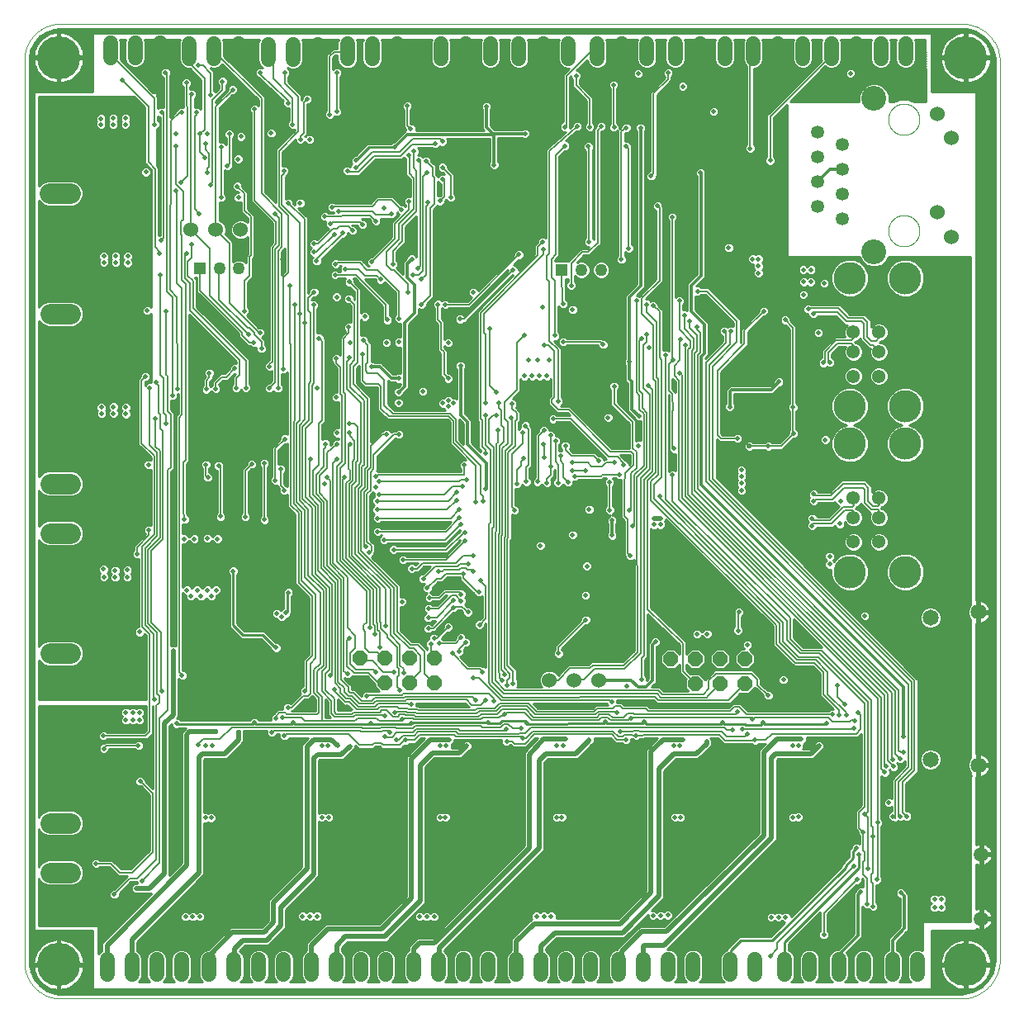
<source format=gbl>
G75*
%MOIN*%
%OFA0B0*%
%FSLAX25Y25*%
%IPPOS*%
%LPD*%
%AMOC8*
5,1,8,0,0,1.08239X$1,22.5*
%
%ADD10C,0.00000*%
%ADD11C,0.06000*%
%ADD12C,0.08250*%
%ADD13C,0.06496*%
%ADD14C,0.05315*%
%ADD15C,0.06024*%
%ADD16C,0.10039*%
%ADD17C,0.05433*%
%ADD18C,0.13055*%
%ADD19C,0.05906*%
%ADD20R,0.06000X0.06000*%
%ADD21OC8,0.06000*%
%ADD22C,0.06000*%
%ADD23R,0.05000X0.05000*%
%ADD24C,0.05000*%
%ADD25C,0.17500*%
%ADD26C,0.01981*%
%ADD27R,0.01981X0.01981*%
%ADD28C,0.00984*%
%ADD29C,0.00591*%
%ADD30C,0.01181*%
%ADD31C,0.01969*%
%ADD32OC8,0.01981*%
%ADD33C,0.00787*%
%ADD34C,0.00606*%
D10*
X0040190Y0042303D02*
X0404363Y0042303D01*
X0404744Y0042308D01*
X0405124Y0042321D01*
X0405504Y0042344D01*
X0405883Y0042377D01*
X0406261Y0042418D01*
X0406638Y0042468D01*
X0407014Y0042528D01*
X0407389Y0042596D01*
X0407761Y0042674D01*
X0408132Y0042761D01*
X0408500Y0042856D01*
X0408866Y0042961D01*
X0409229Y0043074D01*
X0409590Y0043196D01*
X0409947Y0043326D01*
X0410301Y0043466D01*
X0410652Y0043613D01*
X0410999Y0043770D01*
X0411342Y0043934D01*
X0411681Y0044107D01*
X0412016Y0044288D01*
X0412347Y0044477D01*
X0412672Y0044674D01*
X0412993Y0044878D01*
X0413309Y0045091D01*
X0413619Y0045311D01*
X0413925Y0045538D01*
X0414224Y0045773D01*
X0414518Y0046015D01*
X0414806Y0046263D01*
X0415088Y0046519D01*
X0415363Y0046782D01*
X0415632Y0047051D01*
X0415895Y0047326D01*
X0416151Y0047608D01*
X0416399Y0047896D01*
X0416641Y0048190D01*
X0416876Y0048489D01*
X0417103Y0048795D01*
X0417323Y0049105D01*
X0417536Y0049421D01*
X0417740Y0049742D01*
X0417937Y0050067D01*
X0418126Y0050398D01*
X0418307Y0050733D01*
X0418480Y0051072D01*
X0418644Y0051415D01*
X0418801Y0051762D01*
X0418948Y0052113D01*
X0419088Y0052467D01*
X0419218Y0052824D01*
X0419340Y0053185D01*
X0419453Y0053548D01*
X0419558Y0053914D01*
X0419653Y0054282D01*
X0419740Y0054653D01*
X0419818Y0055025D01*
X0419886Y0055400D01*
X0419946Y0055776D01*
X0419996Y0056153D01*
X0420037Y0056531D01*
X0420070Y0056910D01*
X0420093Y0057290D01*
X0420106Y0057670D01*
X0420111Y0058051D01*
X0420111Y0420256D01*
X0420112Y0420256D02*
X0420117Y0420623D01*
X0420113Y0420989D01*
X0420101Y0421355D01*
X0420079Y0421721D01*
X0420049Y0422086D01*
X0420010Y0422451D01*
X0419962Y0422814D01*
X0419905Y0423176D01*
X0419840Y0423536D01*
X0419766Y0423895D01*
X0419683Y0424252D01*
X0419592Y0424607D01*
X0419492Y0424960D01*
X0419383Y0425310D01*
X0419266Y0425657D01*
X0419141Y0426001D01*
X0419008Y0426343D01*
X0418866Y0426681D01*
X0418716Y0427015D01*
X0418559Y0427346D01*
X0418393Y0427672D01*
X0418219Y0427995D01*
X0418038Y0428313D01*
X0417849Y0428627D01*
X0417652Y0428937D01*
X0417448Y0429241D01*
X0417237Y0429540D01*
X0417019Y0429835D01*
X0416793Y0430124D01*
X0416561Y0430407D01*
X0416322Y0430684D01*
X0416076Y0430956D01*
X0415824Y0431222D01*
X0415565Y0431482D01*
X0415300Y0431735D01*
X0415029Y0431982D01*
X0414753Y0432222D01*
X0414470Y0432455D01*
X0414182Y0432682D01*
X0413889Y0432901D01*
X0413590Y0433113D01*
X0413286Y0433318D01*
X0412978Y0433516D01*
X0412665Y0433706D01*
X0412347Y0433889D01*
X0412025Y0434063D01*
X0411699Y0434230D01*
X0411368Y0434389D01*
X0411035Y0434540D01*
X0410697Y0434683D01*
X0410356Y0434818D01*
X0410012Y0434944D01*
X0409666Y0435062D01*
X0409316Y0435172D01*
X0408964Y0435273D01*
X0408609Y0435366D01*
X0408253Y0435450D01*
X0407894Y0435525D01*
X0407534Y0435592D01*
X0407172Y0435650D01*
X0406809Y0435699D01*
X0406445Y0435740D01*
X0406080Y0435771D01*
X0405714Y0435794D01*
X0405348Y0435808D01*
X0405347Y0435807D02*
X0039993Y0435807D01*
X0039641Y0435779D01*
X0039290Y0435742D01*
X0038940Y0435697D01*
X0038591Y0435644D01*
X0038244Y0435582D01*
X0037898Y0435512D01*
X0037554Y0435433D01*
X0037212Y0435346D01*
X0036873Y0435251D01*
X0036535Y0435148D01*
X0036201Y0435037D01*
X0035869Y0434917D01*
X0035540Y0434790D01*
X0035214Y0434654D01*
X0034891Y0434511D01*
X0034572Y0434360D01*
X0034257Y0434202D01*
X0033946Y0434035D01*
X0033639Y0433862D01*
X0033336Y0433681D01*
X0033038Y0433493D01*
X0032744Y0433297D01*
X0032455Y0433095D01*
X0032171Y0432885D01*
X0031892Y0432669D01*
X0031619Y0432446D01*
X0031351Y0432217D01*
X0031088Y0431981D01*
X0030831Y0431739D01*
X0030581Y0431491D01*
X0030336Y0431237D01*
X0030098Y0430976D01*
X0029866Y0430711D01*
X0029640Y0430439D01*
X0029421Y0430163D01*
X0029209Y0429881D01*
X0029003Y0429594D01*
X0028805Y0429302D01*
X0028614Y0429006D01*
X0028430Y0428705D01*
X0028253Y0428399D01*
X0028084Y0428090D01*
X0027922Y0427776D01*
X0027768Y0427459D01*
X0027621Y0427138D01*
X0027483Y0426814D01*
X0027352Y0426486D01*
X0027229Y0426155D01*
X0027114Y0425821D01*
X0027008Y0425485D01*
X0026909Y0425146D01*
X0026819Y0424805D01*
X0026737Y0424462D01*
X0026663Y0424117D01*
X0026598Y0423770D01*
X0026541Y0423422D01*
X0026492Y0423073D01*
X0026452Y0422722D01*
X0026421Y0422371D01*
X0026398Y0422019D01*
X0026383Y0421666D01*
X0026377Y0421313D01*
X0026380Y0420961D01*
X0026391Y0420608D01*
X0026410Y0420256D01*
X0026410Y0058051D01*
X0026390Y0057694D01*
X0026379Y0057337D01*
X0026377Y0056979D01*
X0026384Y0056622D01*
X0026399Y0056264D01*
X0026422Y0055908D01*
X0026455Y0055552D01*
X0026496Y0055196D01*
X0026545Y0054842D01*
X0026603Y0054489D01*
X0026670Y0054138D01*
X0026745Y0053788D01*
X0026828Y0053441D01*
X0026920Y0053095D01*
X0027020Y0052752D01*
X0027129Y0052411D01*
X0027245Y0052073D01*
X0027370Y0051738D01*
X0027503Y0051406D01*
X0027644Y0051077D01*
X0027792Y0050752D01*
X0027949Y0050431D01*
X0028113Y0050113D01*
X0028285Y0049799D01*
X0028464Y0049490D01*
X0028651Y0049185D01*
X0028845Y0048885D01*
X0029046Y0048589D01*
X0029255Y0048299D01*
X0029470Y0048013D01*
X0029692Y0047733D01*
X0029921Y0047458D01*
X0030157Y0047189D01*
X0030399Y0046926D01*
X0030647Y0046669D01*
X0030901Y0046417D01*
X0031161Y0046172D01*
X0031428Y0045933D01*
X0031700Y0045701D01*
X0031977Y0045475D01*
X0032260Y0045257D01*
X0032548Y0045045D01*
X0032841Y0044840D01*
X0033139Y0044642D01*
X0033441Y0044451D01*
X0033748Y0044268D01*
X0034060Y0044092D01*
X0034375Y0043924D01*
X0034695Y0043764D01*
X0035018Y0043611D01*
X0035345Y0043466D01*
X0035675Y0043330D01*
X0036009Y0043201D01*
X0036346Y0043080D01*
X0036685Y0042967D01*
X0037027Y0042863D01*
X0037371Y0042767D01*
X0037718Y0042679D01*
X0038067Y0042600D01*
X0038417Y0042529D01*
X0038769Y0042467D01*
X0039123Y0042413D01*
X0039478Y0042368D01*
X0039833Y0042331D01*
X0040190Y0042303D01*
X0375072Y0352264D02*
X0375074Y0352422D01*
X0375080Y0352580D01*
X0375090Y0352738D01*
X0375104Y0352896D01*
X0375122Y0353053D01*
X0375143Y0353210D01*
X0375169Y0353366D01*
X0375199Y0353522D01*
X0375232Y0353677D01*
X0375270Y0353830D01*
X0375311Y0353983D01*
X0375356Y0354135D01*
X0375405Y0354286D01*
X0375458Y0354435D01*
X0375514Y0354583D01*
X0375574Y0354729D01*
X0375638Y0354874D01*
X0375706Y0355017D01*
X0375777Y0355159D01*
X0375851Y0355299D01*
X0375929Y0355436D01*
X0376011Y0355572D01*
X0376095Y0355706D01*
X0376184Y0355837D01*
X0376275Y0355966D01*
X0376370Y0356093D01*
X0376467Y0356218D01*
X0376568Y0356340D01*
X0376672Y0356459D01*
X0376779Y0356576D01*
X0376889Y0356690D01*
X0377002Y0356801D01*
X0377117Y0356910D01*
X0377235Y0357015D01*
X0377356Y0357117D01*
X0377479Y0357217D01*
X0377605Y0357313D01*
X0377733Y0357406D01*
X0377863Y0357496D01*
X0377996Y0357582D01*
X0378131Y0357666D01*
X0378267Y0357745D01*
X0378406Y0357822D01*
X0378547Y0357894D01*
X0378689Y0357964D01*
X0378833Y0358029D01*
X0378979Y0358091D01*
X0379126Y0358149D01*
X0379275Y0358204D01*
X0379425Y0358255D01*
X0379576Y0358302D01*
X0379728Y0358345D01*
X0379881Y0358384D01*
X0380036Y0358420D01*
X0380191Y0358451D01*
X0380347Y0358479D01*
X0380503Y0358503D01*
X0380660Y0358523D01*
X0380818Y0358539D01*
X0380975Y0358551D01*
X0381134Y0358559D01*
X0381292Y0358563D01*
X0381450Y0358563D01*
X0381608Y0358559D01*
X0381767Y0358551D01*
X0381924Y0358539D01*
X0382082Y0358523D01*
X0382239Y0358503D01*
X0382395Y0358479D01*
X0382551Y0358451D01*
X0382706Y0358420D01*
X0382861Y0358384D01*
X0383014Y0358345D01*
X0383166Y0358302D01*
X0383317Y0358255D01*
X0383467Y0358204D01*
X0383616Y0358149D01*
X0383763Y0358091D01*
X0383909Y0358029D01*
X0384053Y0357964D01*
X0384195Y0357894D01*
X0384336Y0357822D01*
X0384475Y0357745D01*
X0384611Y0357666D01*
X0384746Y0357582D01*
X0384879Y0357496D01*
X0385009Y0357406D01*
X0385137Y0357313D01*
X0385263Y0357217D01*
X0385386Y0357117D01*
X0385507Y0357015D01*
X0385625Y0356910D01*
X0385740Y0356801D01*
X0385853Y0356690D01*
X0385963Y0356576D01*
X0386070Y0356459D01*
X0386174Y0356340D01*
X0386275Y0356218D01*
X0386372Y0356093D01*
X0386467Y0355966D01*
X0386558Y0355837D01*
X0386647Y0355706D01*
X0386731Y0355572D01*
X0386813Y0355436D01*
X0386891Y0355299D01*
X0386965Y0355159D01*
X0387036Y0355017D01*
X0387104Y0354874D01*
X0387168Y0354729D01*
X0387228Y0354583D01*
X0387284Y0354435D01*
X0387337Y0354286D01*
X0387386Y0354135D01*
X0387431Y0353983D01*
X0387472Y0353830D01*
X0387510Y0353677D01*
X0387543Y0353522D01*
X0387573Y0353366D01*
X0387599Y0353210D01*
X0387620Y0353053D01*
X0387638Y0352896D01*
X0387652Y0352738D01*
X0387662Y0352580D01*
X0387668Y0352422D01*
X0387670Y0352264D01*
X0387668Y0352106D01*
X0387662Y0351948D01*
X0387652Y0351790D01*
X0387638Y0351632D01*
X0387620Y0351475D01*
X0387599Y0351318D01*
X0387573Y0351162D01*
X0387543Y0351006D01*
X0387510Y0350851D01*
X0387472Y0350698D01*
X0387431Y0350545D01*
X0387386Y0350393D01*
X0387337Y0350242D01*
X0387284Y0350093D01*
X0387228Y0349945D01*
X0387168Y0349799D01*
X0387104Y0349654D01*
X0387036Y0349511D01*
X0386965Y0349369D01*
X0386891Y0349229D01*
X0386813Y0349092D01*
X0386731Y0348956D01*
X0386647Y0348822D01*
X0386558Y0348691D01*
X0386467Y0348562D01*
X0386372Y0348435D01*
X0386275Y0348310D01*
X0386174Y0348188D01*
X0386070Y0348069D01*
X0385963Y0347952D01*
X0385853Y0347838D01*
X0385740Y0347727D01*
X0385625Y0347618D01*
X0385507Y0347513D01*
X0385386Y0347411D01*
X0385263Y0347311D01*
X0385137Y0347215D01*
X0385009Y0347122D01*
X0384879Y0347032D01*
X0384746Y0346946D01*
X0384611Y0346862D01*
X0384475Y0346783D01*
X0384336Y0346706D01*
X0384195Y0346634D01*
X0384053Y0346564D01*
X0383909Y0346499D01*
X0383763Y0346437D01*
X0383616Y0346379D01*
X0383467Y0346324D01*
X0383317Y0346273D01*
X0383166Y0346226D01*
X0383014Y0346183D01*
X0382861Y0346144D01*
X0382706Y0346108D01*
X0382551Y0346077D01*
X0382395Y0346049D01*
X0382239Y0346025D01*
X0382082Y0346005D01*
X0381924Y0345989D01*
X0381767Y0345977D01*
X0381608Y0345969D01*
X0381450Y0345965D01*
X0381292Y0345965D01*
X0381134Y0345969D01*
X0380975Y0345977D01*
X0380818Y0345989D01*
X0380660Y0346005D01*
X0380503Y0346025D01*
X0380347Y0346049D01*
X0380191Y0346077D01*
X0380036Y0346108D01*
X0379881Y0346144D01*
X0379728Y0346183D01*
X0379576Y0346226D01*
X0379425Y0346273D01*
X0379275Y0346324D01*
X0379126Y0346379D01*
X0378979Y0346437D01*
X0378833Y0346499D01*
X0378689Y0346564D01*
X0378547Y0346634D01*
X0378406Y0346706D01*
X0378267Y0346783D01*
X0378131Y0346862D01*
X0377996Y0346946D01*
X0377863Y0347032D01*
X0377733Y0347122D01*
X0377605Y0347215D01*
X0377479Y0347311D01*
X0377356Y0347411D01*
X0377235Y0347513D01*
X0377117Y0347618D01*
X0377002Y0347727D01*
X0376889Y0347838D01*
X0376779Y0347952D01*
X0376672Y0348069D01*
X0376568Y0348188D01*
X0376467Y0348310D01*
X0376370Y0348435D01*
X0376275Y0348562D01*
X0376184Y0348691D01*
X0376095Y0348822D01*
X0376011Y0348956D01*
X0375929Y0349092D01*
X0375851Y0349229D01*
X0375777Y0349369D01*
X0375706Y0349511D01*
X0375638Y0349654D01*
X0375574Y0349799D01*
X0375514Y0349945D01*
X0375458Y0350093D01*
X0375405Y0350242D01*
X0375356Y0350393D01*
X0375311Y0350545D01*
X0375270Y0350698D01*
X0375232Y0350851D01*
X0375199Y0351006D01*
X0375169Y0351162D01*
X0375143Y0351318D01*
X0375122Y0351475D01*
X0375104Y0351632D01*
X0375090Y0351790D01*
X0375080Y0351948D01*
X0375074Y0352106D01*
X0375072Y0352264D01*
X0375072Y0397264D02*
X0375074Y0397422D01*
X0375080Y0397580D01*
X0375090Y0397738D01*
X0375104Y0397896D01*
X0375122Y0398053D01*
X0375143Y0398210D01*
X0375169Y0398366D01*
X0375199Y0398522D01*
X0375232Y0398677D01*
X0375270Y0398830D01*
X0375311Y0398983D01*
X0375356Y0399135D01*
X0375405Y0399286D01*
X0375458Y0399435D01*
X0375514Y0399583D01*
X0375574Y0399729D01*
X0375638Y0399874D01*
X0375706Y0400017D01*
X0375777Y0400159D01*
X0375851Y0400299D01*
X0375929Y0400436D01*
X0376011Y0400572D01*
X0376095Y0400706D01*
X0376184Y0400837D01*
X0376275Y0400966D01*
X0376370Y0401093D01*
X0376467Y0401218D01*
X0376568Y0401340D01*
X0376672Y0401459D01*
X0376779Y0401576D01*
X0376889Y0401690D01*
X0377002Y0401801D01*
X0377117Y0401910D01*
X0377235Y0402015D01*
X0377356Y0402117D01*
X0377479Y0402217D01*
X0377605Y0402313D01*
X0377733Y0402406D01*
X0377863Y0402496D01*
X0377996Y0402582D01*
X0378131Y0402666D01*
X0378267Y0402745D01*
X0378406Y0402822D01*
X0378547Y0402894D01*
X0378689Y0402964D01*
X0378833Y0403029D01*
X0378979Y0403091D01*
X0379126Y0403149D01*
X0379275Y0403204D01*
X0379425Y0403255D01*
X0379576Y0403302D01*
X0379728Y0403345D01*
X0379881Y0403384D01*
X0380036Y0403420D01*
X0380191Y0403451D01*
X0380347Y0403479D01*
X0380503Y0403503D01*
X0380660Y0403523D01*
X0380818Y0403539D01*
X0380975Y0403551D01*
X0381134Y0403559D01*
X0381292Y0403563D01*
X0381450Y0403563D01*
X0381608Y0403559D01*
X0381767Y0403551D01*
X0381924Y0403539D01*
X0382082Y0403523D01*
X0382239Y0403503D01*
X0382395Y0403479D01*
X0382551Y0403451D01*
X0382706Y0403420D01*
X0382861Y0403384D01*
X0383014Y0403345D01*
X0383166Y0403302D01*
X0383317Y0403255D01*
X0383467Y0403204D01*
X0383616Y0403149D01*
X0383763Y0403091D01*
X0383909Y0403029D01*
X0384053Y0402964D01*
X0384195Y0402894D01*
X0384336Y0402822D01*
X0384475Y0402745D01*
X0384611Y0402666D01*
X0384746Y0402582D01*
X0384879Y0402496D01*
X0385009Y0402406D01*
X0385137Y0402313D01*
X0385263Y0402217D01*
X0385386Y0402117D01*
X0385507Y0402015D01*
X0385625Y0401910D01*
X0385740Y0401801D01*
X0385853Y0401690D01*
X0385963Y0401576D01*
X0386070Y0401459D01*
X0386174Y0401340D01*
X0386275Y0401218D01*
X0386372Y0401093D01*
X0386467Y0400966D01*
X0386558Y0400837D01*
X0386647Y0400706D01*
X0386731Y0400572D01*
X0386813Y0400436D01*
X0386891Y0400299D01*
X0386965Y0400159D01*
X0387036Y0400017D01*
X0387104Y0399874D01*
X0387168Y0399729D01*
X0387228Y0399583D01*
X0387284Y0399435D01*
X0387337Y0399286D01*
X0387386Y0399135D01*
X0387431Y0398983D01*
X0387472Y0398830D01*
X0387510Y0398677D01*
X0387543Y0398522D01*
X0387573Y0398366D01*
X0387599Y0398210D01*
X0387620Y0398053D01*
X0387638Y0397896D01*
X0387652Y0397738D01*
X0387662Y0397580D01*
X0387668Y0397422D01*
X0387670Y0397264D01*
X0387668Y0397106D01*
X0387662Y0396948D01*
X0387652Y0396790D01*
X0387638Y0396632D01*
X0387620Y0396475D01*
X0387599Y0396318D01*
X0387573Y0396162D01*
X0387543Y0396006D01*
X0387510Y0395851D01*
X0387472Y0395698D01*
X0387431Y0395545D01*
X0387386Y0395393D01*
X0387337Y0395242D01*
X0387284Y0395093D01*
X0387228Y0394945D01*
X0387168Y0394799D01*
X0387104Y0394654D01*
X0387036Y0394511D01*
X0386965Y0394369D01*
X0386891Y0394229D01*
X0386813Y0394092D01*
X0386731Y0393956D01*
X0386647Y0393822D01*
X0386558Y0393691D01*
X0386467Y0393562D01*
X0386372Y0393435D01*
X0386275Y0393310D01*
X0386174Y0393188D01*
X0386070Y0393069D01*
X0385963Y0392952D01*
X0385853Y0392838D01*
X0385740Y0392727D01*
X0385625Y0392618D01*
X0385507Y0392513D01*
X0385386Y0392411D01*
X0385263Y0392311D01*
X0385137Y0392215D01*
X0385009Y0392122D01*
X0384879Y0392032D01*
X0384746Y0391946D01*
X0384611Y0391862D01*
X0384475Y0391783D01*
X0384336Y0391706D01*
X0384195Y0391634D01*
X0384053Y0391564D01*
X0383909Y0391499D01*
X0383763Y0391437D01*
X0383616Y0391379D01*
X0383467Y0391324D01*
X0383317Y0391273D01*
X0383166Y0391226D01*
X0383014Y0391183D01*
X0382861Y0391144D01*
X0382706Y0391108D01*
X0382551Y0391077D01*
X0382395Y0391049D01*
X0382239Y0391025D01*
X0382082Y0391005D01*
X0381924Y0390989D01*
X0381767Y0390977D01*
X0381608Y0390969D01*
X0381450Y0390965D01*
X0381292Y0390965D01*
X0381134Y0390969D01*
X0380975Y0390977D01*
X0380818Y0390989D01*
X0380660Y0391005D01*
X0380503Y0391025D01*
X0380347Y0391049D01*
X0380191Y0391077D01*
X0380036Y0391108D01*
X0379881Y0391144D01*
X0379728Y0391183D01*
X0379576Y0391226D01*
X0379425Y0391273D01*
X0379275Y0391324D01*
X0379126Y0391379D01*
X0378979Y0391437D01*
X0378833Y0391499D01*
X0378689Y0391564D01*
X0378547Y0391634D01*
X0378406Y0391706D01*
X0378267Y0391783D01*
X0378131Y0391862D01*
X0377996Y0391946D01*
X0377863Y0392032D01*
X0377733Y0392122D01*
X0377605Y0392215D01*
X0377479Y0392311D01*
X0377356Y0392411D01*
X0377235Y0392513D01*
X0377117Y0392618D01*
X0377002Y0392727D01*
X0376889Y0392838D01*
X0376779Y0392952D01*
X0376672Y0393069D01*
X0376568Y0393188D01*
X0376467Y0393310D01*
X0376370Y0393435D01*
X0376275Y0393562D01*
X0376184Y0393691D01*
X0376095Y0393822D01*
X0376011Y0393956D01*
X0375929Y0394092D01*
X0375851Y0394229D01*
X0375777Y0394369D01*
X0375706Y0394511D01*
X0375638Y0394654D01*
X0375574Y0394799D01*
X0375514Y0394945D01*
X0375458Y0395093D01*
X0375405Y0395242D01*
X0375356Y0395393D01*
X0375311Y0395545D01*
X0375270Y0395698D01*
X0375232Y0395851D01*
X0375199Y0396006D01*
X0375169Y0396162D01*
X0375143Y0396318D01*
X0375122Y0396475D01*
X0375104Y0396632D01*
X0375090Y0396790D01*
X0375080Y0396948D01*
X0375074Y0397106D01*
X0375072Y0397264D01*
D11*
X0372080Y0421921D02*
X0372080Y0427921D01*
X0382080Y0427921D02*
X0382080Y0421921D01*
X0362080Y0421921D02*
X0362080Y0427921D01*
X0352080Y0427921D02*
X0352080Y0421921D01*
X0340564Y0421921D02*
X0340564Y0427921D01*
X0330564Y0427921D02*
X0330564Y0421921D01*
X0320564Y0421921D02*
X0320564Y0427921D01*
X0309068Y0427882D02*
X0309068Y0421882D01*
X0299068Y0421882D02*
X0299068Y0427882D01*
X0289068Y0427882D02*
X0289068Y0421882D01*
X0277572Y0421921D02*
X0277572Y0427921D01*
X0267572Y0427921D02*
X0267572Y0421921D01*
X0257572Y0421921D02*
X0257572Y0427921D01*
X0245918Y0427921D02*
X0245918Y0421921D01*
X0235918Y0421921D02*
X0235918Y0427921D01*
X0225918Y0427921D02*
X0225918Y0421921D01*
X0214481Y0421882D02*
X0214481Y0427882D01*
X0204481Y0427882D02*
X0204481Y0421882D01*
X0194481Y0421882D02*
X0194481Y0427882D01*
X0176725Y0427744D02*
X0176725Y0421744D01*
X0166725Y0421744D02*
X0166725Y0427744D01*
X0156725Y0427744D02*
X0156725Y0421744D01*
X0144757Y0421587D02*
X0144757Y0427587D01*
X0134757Y0427587D02*
X0134757Y0421587D01*
X0124757Y0421587D02*
X0124757Y0427587D01*
X0112828Y0427902D02*
X0112828Y0421902D01*
X0102828Y0421902D02*
X0102828Y0427902D01*
X0092828Y0427902D02*
X0092828Y0421902D01*
X0081036Y0422118D02*
X0081036Y0428118D01*
X0071036Y0428118D02*
X0071036Y0422118D01*
X0061036Y0422118D02*
X0061036Y0428118D01*
X0059737Y0058000D02*
X0059737Y0052000D01*
X0069737Y0052000D02*
X0069737Y0058000D01*
X0079737Y0058000D02*
X0079737Y0052000D01*
X0089737Y0052000D02*
X0089737Y0058000D01*
X0100997Y0058079D02*
X0100997Y0052079D01*
X0110997Y0052079D02*
X0110997Y0058079D01*
X0120997Y0058079D02*
X0120997Y0052079D01*
X0130997Y0052079D02*
X0130997Y0058079D01*
X0142217Y0058157D02*
X0142217Y0052157D01*
X0152217Y0052157D02*
X0152217Y0058157D01*
X0162217Y0058157D02*
X0162217Y0052157D01*
X0172217Y0052157D02*
X0172217Y0058157D01*
X0183556Y0058197D02*
X0183556Y0052197D01*
X0193556Y0052197D02*
X0193556Y0058197D01*
X0203556Y0058197D02*
X0203556Y0052197D01*
X0213556Y0052197D02*
X0213556Y0058197D01*
X0224894Y0058157D02*
X0224894Y0052157D01*
X0234894Y0052157D02*
X0234894Y0058157D01*
X0244894Y0058157D02*
X0244894Y0052157D01*
X0254894Y0052157D02*
X0254894Y0058157D01*
X0266253Y0058197D02*
X0266253Y0052197D01*
X0276253Y0052197D02*
X0276253Y0058197D01*
X0286253Y0058197D02*
X0286253Y0052197D01*
X0296253Y0052197D02*
X0296253Y0058197D01*
X0311351Y0058197D02*
X0311351Y0052197D01*
X0321351Y0052197D02*
X0321351Y0058197D01*
X0333261Y0058197D02*
X0333261Y0052197D01*
X0343261Y0052197D02*
X0343261Y0058197D01*
X0355111Y0058197D02*
X0355111Y0052197D01*
X0365111Y0052197D02*
X0365111Y0058197D01*
X0376824Y0058197D02*
X0376824Y0052197D01*
X0386824Y0052197D02*
X0386824Y0058197D01*
D12*
X0045023Y0093209D02*
X0036773Y0093209D01*
X0036773Y0113209D02*
X0045023Y0113209D01*
X0045023Y0133209D02*
X0036773Y0133209D01*
X0036773Y0153209D02*
X0045023Y0153209D01*
X0045023Y0181713D02*
X0036773Y0181713D01*
X0036773Y0201713D02*
X0045023Y0201713D01*
X0045023Y0230217D02*
X0036773Y0230217D01*
X0036773Y0250217D02*
X0045023Y0250217D01*
X0045023Y0270217D02*
X0036773Y0270217D01*
X0036773Y0290217D02*
X0045023Y0290217D01*
X0045023Y0318720D02*
X0036773Y0318720D01*
X0036773Y0338720D02*
X0045023Y0338720D01*
X0044925Y0367343D02*
X0036675Y0367343D01*
X0036675Y0387343D02*
X0044925Y0387343D01*
D13*
X0392080Y0196004D03*
X0411371Y0198366D03*
X0411371Y0136555D03*
X0392080Y0138917D03*
D14*
X0356371Y0357264D03*
X0356371Y0367264D03*
X0356371Y0377264D03*
X0356371Y0387264D03*
X0346371Y0392264D03*
X0346371Y0382264D03*
X0346371Y0372264D03*
X0346371Y0362264D03*
D15*
X0394757Y0359803D03*
X0400662Y0349961D03*
X0400662Y0389724D03*
X0394757Y0399567D03*
D16*
X0369363Y0405768D03*
X0369363Y0343760D03*
D17*
X0371272Y0321142D03*
X0371272Y0311299D03*
X0371272Y0303425D03*
X0371272Y0293583D03*
X0360957Y0293583D03*
X0360957Y0303425D03*
X0360957Y0311299D03*
X0360957Y0321142D03*
X0360957Y0254213D03*
X0360957Y0244370D03*
X0360957Y0236496D03*
X0360957Y0226654D03*
X0371272Y0226654D03*
X0371272Y0236496D03*
X0371272Y0244370D03*
X0371272Y0254213D03*
D18*
X0381942Y0266299D03*
X0381942Y0281496D03*
X0359580Y0281496D03*
X0359580Y0266299D03*
X0359580Y0214567D03*
X0381942Y0214567D03*
X0381942Y0333228D03*
X0359580Y0333228D03*
D19*
X0412670Y0100531D03*
X0412670Y0074547D03*
D20*
X0287198Y0169390D03*
X0228339Y0170846D03*
X0161922Y0169665D03*
X0123694Y0352736D03*
D21*
X0161922Y0179665D03*
X0171922Y0179665D03*
X0171922Y0169665D03*
X0181922Y0169665D03*
X0191922Y0169665D03*
X0191922Y0179665D03*
X0181922Y0179665D03*
X0287198Y0179390D03*
X0297198Y0179390D03*
X0307198Y0179390D03*
X0317198Y0179390D03*
X0317198Y0169390D03*
X0307198Y0169390D03*
X0297198Y0169390D03*
D22*
X0258339Y0170846D03*
X0248339Y0170846D03*
X0238339Y0170846D03*
X0113694Y0352736D03*
X0103694Y0352736D03*
X0093694Y0352736D03*
D23*
X0097276Y0336988D03*
X0243339Y0336398D03*
D24*
X0251213Y0336398D03*
X0259087Y0336398D03*
X0266961Y0336398D03*
X0120898Y0336988D03*
X0113024Y0336988D03*
X0105150Y0336988D03*
D25*
X0040190Y0422224D03*
X0406331Y0422224D03*
X0406331Y0056083D03*
X0040190Y0056083D03*
D26*
X0062631Y0084429D03*
X0071489Y0086791D03*
X0074245Y0086791D03*
X0076804Y0086791D03*
X0073851Y0089941D03*
X0069717Y0097618D03*
X0055347Y0096831D03*
X0054363Y0088366D03*
X0052001Y0113957D03*
X0076213Y0121437D03*
X0073064Y0130098D03*
X0085544Y0131161D03*
X0085662Y0135846D03*
X0096489Y0144862D03*
X0099639Y0144311D03*
X0102158Y0144311D03*
X0087828Y0153327D03*
X0093044Y0162008D03*
X0096351Y0162008D03*
X0100170Y0156024D03*
X0106745Y0160551D03*
X0110170Y0160571D03*
X0119127Y0153681D03*
X0126213Y0149783D03*
X0131331Y0148406D03*
X0134875Y0153720D03*
X0130544Y0155689D03*
X0127788Y0155492D03*
X0132709Y0159823D03*
X0140052Y0162480D03*
X0143202Y0162480D03*
X0139599Y0166516D03*
X0149835Y0172815D03*
X0151607Y0167106D03*
X0153674Y0160039D03*
X0156587Y0160039D03*
X0164639Y0164508D03*
X0156725Y0173406D03*
X0168339Y0173996D03*
X0175623Y0174232D03*
X0179402Y0173642D03*
X0177906Y0166909D03*
X0182513Y0161083D03*
X0186784Y0160551D03*
X0190190Y0160610D03*
X0194186Y0160630D03*
X0200721Y0160630D03*
X0204028Y0160630D03*
X0208497Y0162776D03*
X0212631Y0162776D03*
X0215780Y0162382D03*
X0220072Y0156988D03*
X0220702Y0151240D03*
X0221095Y0146083D03*
X0216469Y0143602D03*
X0213615Y0153839D03*
X0204993Y0144429D03*
X0197867Y0146909D03*
X0196686Y0144311D03*
X0194324Y0144311D03*
X0182513Y0153524D03*
X0178851Y0155217D03*
X0176017Y0157894D03*
X0171843Y0156437D03*
X0166253Y0153524D03*
X0171883Y0148209D03*
X0173969Y0149862D03*
X0176410Y0146831D03*
X0180347Y0146673D03*
X0179914Y0135020D03*
X0179914Y0130886D03*
X0179166Y0122421D03*
X0194127Y0115531D03*
X0196292Y0115531D03*
X0195446Y0104213D03*
X0201351Y0099685D03*
X0201233Y0096969D03*
X0204461Y0096988D03*
X0204461Y0099724D03*
X0210288Y0074724D03*
X0214028Y0074724D03*
X0218162Y0074724D03*
X0233103Y0075571D03*
X0236056Y0075571D03*
X0239009Y0075571D03*
X0257532Y0075315D03*
X0261272Y0075315D03*
X0265406Y0075315D03*
X0280150Y0075768D03*
X0283103Y0075768D03*
X0286056Y0075965D03*
X0304973Y0075512D03*
X0308713Y0075512D03*
X0312847Y0075512D03*
X0327788Y0075177D03*
X0330741Y0075177D03*
X0333694Y0075177D03*
X0327394Y0059626D03*
X0349048Y0068091D03*
X0352217Y0075512D03*
X0355957Y0075512D03*
X0360091Y0075512D03*
X0366371Y0080492D03*
X0368930Y0079508D03*
X0364009Y0085413D03*
X0362434Y0090335D03*
X0361056Y0095846D03*
X0363221Y0100374D03*
X0362237Y0103130D03*
X0364796Y0109626D03*
X0368733Y0107657D03*
X0370898Y0113366D03*
X0365583Y0116713D03*
X0375229Y0121437D03*
X0377001Y0115925D03*
X0379914Y0115846D03*
X0382513Y0115925D03*
X0373654Y0133642D03*
X0374245Y0136201D03*
X0377198Y0136004D03*
X0377001Y0138957D03*
X0379954Y0139154D03*
X0381135Y0141713D03*
X0381331Y0148012D03*
X0393930Y0154902D03*
X0394127Y0166713D03*
X0394127Y0172618D03*
X0394127Y0178524D03*
X0393930Y0184429D03*
X0376607Y0196831D03*
X0365583Y0196831D03*
X0345111Y0184823D03*
X0344914Y0171634D03*
X0354402Y0168878D03*
X0357513Y0161004D03*
X0358103Y0156870D03*
X0355347Y0156870D03*
X0352394Y0157067D03*
X0350032Y0153524D03*
X0346154Y0160039D03*
X0343005Y0160039D03*
X0331981Y0160315D03*
X0328871Y0160315D03*
X0326646Y0164744D03*
X0332709Y0171043D03*
X0322867Y0184429D03*
X0318143Y0185217D03*
X0314402Y0190925D03*
X0309678Y0188169D03*
X0302001Y0189547D03*
X0297867Y0189547D03*
X0281135Y0186398D03*
X0271154Y0195492D03*
X0264461Y0194902D03*
X0264265Y0190965D03*
X0253024Y0195217D03*
X0252828Y0205138D03*
X0264658Y0205177D03*
X0253379Y0216909D03*
X0261095Y0224783D03*
X0263615Y0229350D03*
X0263615Y0235413D03*
X0262631Y0239547D03*
X0254324Y0239803D03*
X0250032Y0239744D03*
X0247670Y0229508D03*
X0237729Y0225374D03*
X0234678Y0225177D03*
X0232237Y0230906D03*
X0224245Y0239547D03*
X0225229Y0250177D03*
X0228969Y0250965D03*
X0233497Y0250965D03*
X0237237Y0250571D03*
X0241765Y0250571D03*
X0245898Y0250768D03*
X0248654Y0253130D03*
X0247473Y0255492D03*
X0247670Y0258642D03*
X0242749Y0261398D03*
X0244717Y0265531D03*
X0240780Y0267500D03*
X0238812Y0269665D03*
X0236056Y0271634D03*
X0235859Y0266122D03*
X0236253Y0260807D03*
X0238812Y0257067D03*
X0227985Y0260315D03*
X0227591Y0270846D03*
X0228576Y0273602D03*
X0222749Y0276949D03*
X0223261Y0282461D03*
X0217749Y0282854D03*
X0216961Y0287185D03*
X0212631Y0282854D03*
X0212631Y0277933D03*
X0216765Y0277736D03*
X0217552Y0271831D03*
X0207808Y0273307D03*
X0207217Y0277835D03*
X0207020Y0282756D03*
X0207020Y0287677D03*
X0207020Y0292795D03*
X0202394Y0297815D03*
X0207020Y0303031D03*
X0206627Y0307756D03*
X0207020Y0312677D03*
X0202493Y0312244D03*
X0202198Y0316673D03*
X0197375Y0312874D03*
X0192257Y0312874D03*
X0187335Y0312480D03*
X0182414Y0311102D03*
X0177493Y0311102D03*
X0177513Y0307303D03*
X0172591Y0307106D03*
X0172375Y0311102D03*
X0172867Y0316358D03*
X0177591Y0316909D03*
X0186646Y0322618D03*
X0193339Y0322618D03*
X0196292Y0322421D03*
X0207513Y0327539D03*
X0214245Y0312657D03*
X0228143Y0310138D03*
X0236056Y0306083D03*
X0240583Y0310020D03*
X0243891Y0307461D03*
X0238221Y0299980D03*
X0233694Y0299980D03*
X0229757Y0299980D03*
X0231331Y0293681D03*
X0234284Y0293681D03*
X0237237Y0293681D03*
X0228182Y0293681D03*
X0241765Y0283445D03*
X0239796Y0276358D03*
X0257828Y0276181D03*
X0261961Y0276870D03*
X0261568Y0272441D03*
X0274324Y0271654D03*
X0274481Y0277461D03*
X0274324Y0265610D03*
X0270308Y0259626D03*
X0268339Y0257657D03*
X0264402Y0258642D03*
X0266371Y0253720D03*
X0262532Y0250669D03*
X0258221Y0259311D03*
X0252788Y0255492D03*
X0270505Y0239547D03*
X0271804Y0233051D03*
X0280544Y0233642D03*
X0280544Y0236201D03*
X0283103Y0236201D03*
X0283103Y0233642D03*
X0282709Y0245256D03*
X0288024Y0253720D03*
X0287729Y0261299D03*
X0288615Y0264350D03*
X0308615Y0261811D03*
X0314206Y0268484D03*
X0319816Y0273504D03*
X0328674Y0273307D03*
X0326607Y0265335D03*
X0336843Y0270453D03*
X0336646Y0281083D03*
X0339304Y0287677D03*
X0330938Y0291319D03*
X0328280Y0296339D03*
X0322375Y0303031D03*
X0322572Y0307756D03*
X0321017Y0311024D03*
X0311646Y0311791D03*
X0308891Y0311791D03*
X0305662Y0311811D03*
X0303497Y0319488D03*
X0297867Y0313563D03*
X0294914Y0315728D03*
X0292749Y0318287D03*
X0290780Y0323996D03*
X0293261Y0328543D03*
X0298064Y0327933D03*
X0294048Y0334646D03*
X0295426Y0343307D03*
X0304678Y0336614D03*
X0310387Y0342520D03*
X0310662Y0345453D03*
X0314914Y0347244D03*
X0320308Y0340925D03*
X0322670Y0340925D03*
X0322670Y0337972D03*
X0322670Y0335217D03*
X0324835Y0319862D03*
X0333497Y0316319D03*
X0342709Y0320768D03*
X0344757Y0318917D03*
X0340780Y0326555D03*
X0340977Y0331673D03*
X0343733Y0331673D03*
X0343930Y0336594D03*
X0340780Y0336594D03*
X0349245Y0331083D03*
X0352709Y0315945D03*
X0346883Y0311201D03*
X0348851Y0298996D03*
X0351607Y0299193D03*
X0346194Y0284724D03*
X0349639Y0267894D03*
X0336843Y0255492D03*
X0344914Y0246043D03*
X0344914Y0243287D03*
X0344324Y0236201D03*
X0344324Y0233248D03*
X0353300Y0231890D03*
X0355544Y0234035D03*
X0353103Y0241732D03*
X0355741Y0243287D03*
X0336174Y0225394D03*
X0351410Y0220846D03*
X0351410Y0217697D03*
X0330465Y0242323D03*
X0319442Y0240748D03*
X0315780Y0247421D03*
X0315780Y0250374D03*
X0315780Y0253130D03*
X0315780Y0255689D03*
X0311056Y0281280D03*
X0318831Y0283150D03*
X0314107Y0290433D03*
X0312552Y0297638D03*
X0328871Y0283150D03*
X0290977Y0294862D03*
X0288694Y0290551D03*
X0288221Y0300177D03*
X0285072Y0302146D03*
X0278379Y0305098D03*
X0275426Y0308642D03*
X0277591Y0310413D03*
X0268241Y0305591D03*
X0270505Y0299390D03*
X0264402Y0289547D03*
X0278182Y0289744D03*
X0293143Y0306083D03*
X0291174Y0308445D03*
X0280150Y0322028D03*
X0277513Y0322618D03*
X0273457Y0323996D03*
X0267355Y0340728D03*
X0270308Y0345256D03*
X0279284Y0346260D03*
X0287828Y0357854D03*
X0281922Y0362382D03*
X0279363Y0374390D03*
X0288320Y0373504D03*
X0299245Y0375768D03*
X0311154Y0385866D03*
X0319324Y0385610D03*
X0327394Y0380689D03*
X0321391Y0374291D03*
X0322572Y0362087D03*
X0328083Y0355748D03*
X0333202Y0366220D03*
X0303497Y0356890D03*
X0269324Y0386398D03*
X0269324Y0393878D03*
X0264402Y0394075D03*
X0259284Y0394469D03*
X0254560Y0394272D03*
X0249442Y0394469D03*
X0244520Y0394272D03*
X0244520Y0386594D03*
X0253969Y0386398D03*
X0233792Y0378819D03*
X0228280Y0386102D03*
X0228379Y0391516D03*
X0236154Y0399252D03*
X0221587Y0397126D03*
X0215780Y0391122D03*
X0221391Y0387480D03*
X0215977Y0378917D03*
X0221194Y0377244D03*
X0219835Y0364370D03*
X0210977Y0364567D03*
X0202119Y0364370D03*
X0198457Y0365728D03*
X0194127Y0364350D03*
X0193733Y0367146D03*
X0189206Y0363760D03*
X0181528Y0364154D03*
X0178674Y0360709D03*
X0174639Y0359232D03*
X0171489Y0361398D03*
X0168241Y0356181D03*
X0168851Y0353543D03*
X0169875Y0351358D03*
X0162906Y0354783D03*
X0158772Y0352421D03*
X0154757Y0351358D03*
X0151509Y0350866D03*
X0149835Y0355295D03*
X0147670Y0358051D03*
X0150623Y0361791D03*
X0150741Y0364764D03*
X0153182Y0360020D03*
X0137631Y0363484D03*
X0132906Y0363366D03*
X0127375Y0359252D03*
X0112749Y0365728D03*
X0112237Y0370256D03*
X0112788Y0373563D03*
X0108300Y0378624D03*
X0112631Y0381280D03*
X0105938Y0386004D03*
X0109087Y0391319D03*
X0113812Y0390335D03*
X0126017Y0391713D03*
X0126017Y0400492D03*
X0119324Y0401358D03*
X0112591Y0400531D03*
X0110465Y0409232D03*
X0106331Y0412579D03*
X0101607Y0407264D03*
X0096843Y0407421D03*
X0093733Y0407461D03*
X0091765Y0411988D03*
X0086017Y0407421D03*
X0089717Y0400098D03*
X0095898Y0400138D03*
X0097276Y0391516D03*
X0100229Y0391516D03*
X0099442Y0387579D03*
X0099048Y0381673D03*
X0100229Y0375768D03*
X0101410Y0370846D03*
X0105938Y0365728D03*
X0096883Y0359232D03*
X0087434Y0368484D03*
X0089599Y0371831D03*
X0080544Y0380295D03*
X0075426Y0375965D03*
X0087434Y0386398D03*
X0087434Y0391319D03*
X0078969Y0395256D03*
X0081725Y0400177D03*
X0067119Y0397776D03*
X0067119Y0395217D03*
X0062198Y0395217D03*
X0062198Y0397776D03*
X0057276Y0397579D03*
X0057276Y0395217D03*
X0065780Y0413169D03*
X0083300Y0416122D03*
X0096489Y0419075D03*
X0121686Y0416122D03*
X0131528Y0416122D03*
X0140583Y0405492D03*
X0132709Y0403917D03*
X0134678Y0395256D03*
X0137828Y0389154D03*
X0141371Y0389154D03*
X0152591Y0384862D03*
X0156725Y0376555D03*
X0160072Y0377933D03*
X0160269Y0380689D03*
X0169009Y0376949D03*
X0172355Y0376949D03*
X0172355Y0373406D03*
X0169009Y0373406D03*
X0169009Y0370217D03*
X0172355Y0370059D03*
X0176410Y0370098D03*
X0176292Y0373602D03*
X0176410Y0376988D03*
X0181528Y0382854D03*
X0183694Y0384429D03*
X0185465Y0380886D03*
X0188615Y0380492D03*
X0188812Y0375768D03*
X0195111Y0377933D03*
X0195111Y0373209D03*
X0203497Y0370669D03*
X0193457Y0382480D03*
X0192355Y0387382D03*
X0195111Y0388366D03*
X0193635Y0393976D03*
X0186548Y0393976D03*
X0182316Y0393484D03*
X0179363Y0392736D03*
X0175820Y0386004D03*
X0164796Y0396870D03*
X0152394Y0400374D03*
X0149639Y0399193D03*
X0152591Y0416122D03*
X0176115Y0402441D03*
X0180938Y0402736D03*
X0199934Y0402047D03*
X0204461Y0400276D03*
X0201509Y0395354D03*
X0205249Y0394173D03*
X0201312Y0387087D03*
X0212828Y0402539D03*
X0249048Y0414941D03*
X0264206Y0411201D03*
X0274127Y0415768D03*
X0286253Y0415965D03*
X0292119Y0410571D03*
X0284186Y0407520D03*
X0283202Y0394134D03*
X0275032Y0393878D03*
X0303083Y0394528D03*
X0304560Y0400374D03*
X0331627Y0395315D03*
X0359796Y0415846D03*
X0380150Y0408445D03*
X0395800Y0339449D03*
X0295032Y0224606D03*
X0295032Y0221654D03*
X0295032Y0218701D03*
X0295032Y0215748D03*
X0314796Y0198406D03*
X0298910Y0160433D03*
X0295603Y0160433D03*
X0284737Y0160827D03*
X0281430Y0160827D03*
X0276599Y0153983D03*
X0271095Y0155413D03*
X0265583Y0157854D03*
X0263615Y0161988D03*
X0269520Y0168602D03*
X0275426Y0171240D03*
X0260780Y0153996D03*
X0266961Y0150059D03*
X0269206Y0146791D03*
X0273261Y0148406D03*
X0274304Y0139567D03*
X0274304Y0131102D03*
X0274304Y0122441D03*
X0289009Y0115492D03*
X0291174Y0115492D03*
X0289343Y0103819D03*
X0295249Y0099291D03*
X0295328Y0096575D03*
X0298753Y0096594D03*
X0298753Y0099331D03*
X0321194Y0122185D03*
X0321902Y0131043D03*
X0321863Y0135138D03*
X0321292Y0146634D03*
X0318339Y0149193D03*
X0316174Y0150965D03*
X0312237Y0150768D03*
X0308103Y0153917D03*
X0314206Y0158051D03*
X0320308Y0155098D03*
X0324442Y0153720D03*
X0310957Y0143839D03*
X0301804Y0146043D03*
X0292355Y0146949D03*
X0290780Y0144311D03*
X0288418Y0144311D03*
X0262926Y0143642D03*
X0254363Y0146831D03*
X0244914Y0147067D03*
X0243733Y0144311D03*
X0241174Y0144311D03*
X0227394Y0147421D03*
X0226804Y0151358D03*
X0229363Y0153524D03*
X0233792Y0160354D03*
X0237099Y0160394D03*
X0240879Y0160433D03*
X0244186Y0160433D03*
X0248162Y0160433D03*
X0251469Y0160433D03*
X0241961Y0181673D03*
X0232020Y0182146D03*
X0223654Y0169469D03*
X0221095Y0168878D03*
X0219127Y0170650D03*
X0220190Y0173012D03*
X0211351Y0174291D03*
X0207513Y0171831D03*
X0201902Y0182559D03*
X0199048Y0181673D03*
X0193733Y0185807D03*
X0191765Y0187776D03*
X0190387Y0185492D03*
X0189402Y0191713D03*
X0189402Y0196043D03*
X0189599Y0199783D03*
X0189796Y0204114D03*
X0189009Y0208051D03*
X0187434Y0211791D03*
X0182709Y0215925D03*
X0179166Y0219469D03*
X0175426Y0223602D03*
X0171528Y0227539D03*
X0168930Y0230886D03*
X0164166Y0224705D03*
X0165544Y0222421D03*
X0168654Y0220472D03*
X0172788Y0215945D03*
X0177119Y0211614D03*
X0178635Y0209193D03*
X0178772Y0202539D03*
X0172080Y0192894D03*
X0167749Y0189350D03*
X0165780Y0192106D03*
X0169717Y0184232D03*
X0178831Y0191280D03*
X0197473Y0192303D03*
X0199894Y0194035D03*
X0199540Y0200079D03*
X0199540Y0203031D03*
X0202690Y0202835D03*
X0202690Y0205591D03*
X0204166Y0207854D03*
X0209875Y0206476D03*
X0210426Y0211004D03*
X0207513Y0214941D03*
X0205544Y0217894D03*
X0207513Y0221240D03*
X0203576Y0213799D03*
X0193536Y0214941D03*
X0204363Y0227146D03*
X0204265Y0230591D03*
X0202690Y0233740D03*
X0201902Y0236299D03*
X0201902Y0239646D03*
X0200721Y0243583D03*
X0200721Y0246929D03*
X0203182Y0248996D03*
X0204954Y0251752D03*
X0203969Y0257657D03*
X0212434Y0262382D03*
X0202690Y0273110D03*
X0197375Y0272913D03*
X0192650Y0272717D03*
X0187335Y0272717D03*
X0182414Y0272717D03*
X0177493Y0272913D03*
X0177591Y0270098D03*
X0172552Y0270098D03*
X0172572Y0273110D03*
X0167257Y0272520D03*
X0167690Y0277638D03*
X0167847Y0282559D03*
X0167847Y0287835D03*
X0177394Y0287185D03*
X0177394Y0282854D03*
X0177394Y0292697D03*
X0187276Y0287461D03*
X0195308Y0282657D03*
X0197473Y0281476D03*
X0197473Y0283839D03*
X0199639Y0282657D03*
X0197473Y0292697D03*
X0197473Y0307067D03*
X0181135Y0327539D03*
X0183300Y0334626D03*
X0185072Y0337185D03*
X0182709Y0340925D03*
X0186646Y0332657D03*
X0199934Y0345906D03*
X0181843Y0352362D03*
X0175032Y0338760D03*
X0170111Y0332657D03*
X0166568Y0339744D03*
X0155938Y0336791D03*
X0152001Y0338957D03*
X0151804Y0334429D03*
X0157513Y0331673D03*
X0157355Y0324783D03*
X0152394Y0325571D03*
X0143339Y0327539D03*
X0143143Y0322421D03*
X0137631Y0318681D03*
X0139599Y0315138D03*
X0145308Y0308957D03*
X0152276Y0300728D03*
X0157513Y0301161D03*
X0162946Y0302382D03*
X0167611Y0302362D03*
X0166568Y0297421D03*
X0167650Y0307953D03*
X0163182Y0308091D03*
X0157709Y0307067D03*
X0157316Y0313366D03*
X0163812Y0317697D03*
X0135662Y0322618D03*
X0133694Y0330295D03*
X0130662Y0340748D03*
X0143339Y0343681D03*
X0143339Y0347028D03*
X0144324Y0340138D03*
X0115190Y0319862D03*
X0116961Y0310610D03*
X0118930Y0307067D03*
X0122080Y0304705D03*
X0121489Y0311201D03*
X0125229Y0297618D03*
X0130938Y0296437D03*
X0131922Y0288760D03*
X0128772Y0288760D03*
X0125229Y0288760D03*
X0119324Y0288957D03*
X0115780Y0288957D03*
X0111843Y0288957D03*
X0107119Y0288563D03*
X0103576Y0288563D03*
X0099835Y0288366D03*
X0096292Y0288563D03*
X0088103Y0288602D03*
X0086056Y0285807D03*
X0079560Y0291122D03*
X0077001Y0288957D03*
X0075229Y0293484D03*
X0071883Y0295059D03*
X0069127Y0295059D03*
X0066174Y0295059D03*
X0067355Y0281083D03*
X0067355Y0278327D03*
X0062335Y0278524D03*
X0062335Y0281280D03*
X0057414Y0281083D03*
X0057513Y0278524D03*
X0079363Y0276358D03*
X0083497Y0274390D03*
X0076410Y0257854D03*
X0086450Y0253327D03*
X0093339Y0251555D03*
X0100426Y0252736D03*
X0103576Y0251161D03*
X0109087Y0251358D03*
X0113221Y0251161D03*
X0118143Y0258051D03*
X0123261Y0258445D03*
X0120898Y0251358D03*
X0127591Y0251555D03*
X0131922Y0252343D03*
X0129954Y0256083D03*
X0131253Y0247421D03*
X0141961Y0260098D03*
X0148654Y0252736D03*
X0147670Y0249980D03*
X0155662Y0252697D03*
X0152591Y0260098D03*
X0152591Y0266122D03*
X0152591Y0270650D03*
X0157670Y0270807D03*
X0157631Y0274587D03*
X0157749Y0266240D03*
X0147867Y0266240D03*
X0131528Y0268287D03*
X0144520Y0288957D03*
X0152355Y0285059D03*
X0168103Y0253287D03*
X0169599Y0251161D03*
X0168143Y0248642D03*
X0169520Y0245768D03*
X0168733Y0243287D03*
X0168733Y0239744D03*
X0168930Y0236201D03*
X0135131Y0228425D03*
X0135072Y0223799D03*
X0134973Y0219567D03*
X0134973Y0214843D03*
X0128831Y0211811D03*
X0132906Y0206280D03*
X0129560Y0200965D03*
X0128182Y0197815D03*
X0130150Y0196437D03*
X0131922Y0198012D03*
X0125426Y0201752D03*
X0121725Y0207382D03*
X0118064Y0207382D03*
X0114698Y0207480D03*
X0110662Y0214941D03*
X0103772Y0207264D03*
X0101804Y0204705D03*
X0100229Y0207264D03*
X0097670Y0204705D03*
X0096095Y0207264D03*
X0093536Y0204705D03*
X0091961Y0207264D03*
X0090780Y0227933D03*
X0094914Y0227933D03*
X0100229Y0228130D03*
X0104363Y0227933D03*
X0105544Y0236988D03*
X0115583Y0236791D03*
X0123261Y0235650D03*
X0104757Y0257461D03*
X0099639Y0257854D03*
X0090977Y0235807D03*
X0076607Y0231476D03*
X0072670Y0228130D03*
X0069914Y0228130D03*
X0066961Y0228130D03*
X0071883Y0221831D03*
X0067946Y0215335D03*
X0067946Y0212382D03*
X0063024Y0212382D03*
X0063024Y0215138D03*
X0058300Y0215728D03*
X0058497Y0212579D03*
X0072867Y0190335D03*
X0086450Y0182854D03*
X0089993Y0172815D03*
X0081922Y0166319D03*
X0078772Y0162972D03*
X0073457Y0166909D03*
X0070702Y0166909D03*
X0067749Y0166909D03*
X0067355Y0157854D03*
X0070111Y0157854D03*
X0072867Y0157854D03*
X0072867Y0154705D03*
X0070111Y0154705D03*
X0067355Y0154705D03*
X0058300Y0148406D03*
X0058497Y0143287D03*
X0072316Y0144469D03*
X0085505Y0122264D03*
X0099442Y0115335D03*
X0101804Y0115335D03*
X0099973Y0104016D03*
X0106469Y0099291D03*
X0106548Y0096575D03*
X0109973Y0096594D03*
X0109973Y0099331D03*
X0116194Y0075709D03*
X0119934Y0075709D03*
X0124068Y0075709D03*
X0138615Y0075571D03*
X0141568Y0075571D03*
X0144520Y0075571D03*
X0163241Y0075709D03*
X0166981Y0075709D03*
X0171115Y0075709D03*
X0185859Y0075374D03*
X0188812Y0075374D03*
X0191765Y0075374D03*
X0156824Y0096791D03*
X0156824Y0099528D03*
X0153320Y0099488D03*
X0153398Y0096772D03*
X0146430Y0104016D03*
X0146489Y0115531D03*
X0149245Y0115531D03*
X0132217Y0122579D03*
X0132611Y0131437D03*
X0132611Y0135571D03*
X0121981Y0144035D03*
X0146489Y0144311D03*
X0149009Y0144311D03*
X0152867Y0144390D03*
X0157709Y0144272D03*
X0168831Y0143445D03*
X0148477Y0156457D03*
X0139599Y0181083D03*
X0127985Y0184035D03*
X0140347Y0194862D03*
X0139166Y0197028D03*
X0140583Y0198799D03*
X0139009Y0200571D03*
X0157513Y0187776D03*
X0202591Y0187972D03*
X0204560Y0186201D03*
X0210072Y0193287D03*
X0205367Y0198307D03*
X0223202Y0198996D03*
X0223202Y0202382D03*
X0223320Y0206161D03*
X0223280Y0209311D03*
X0223280Y0212618D03*
X0226745Y0212618D03*
X0229973Y0212500D03*
X0233477Y0212461D03*
X0236666Y0212421D03*
X0240091Y0212382D03*
X0240131Y0209075D03*
X0240052Y0205768D03*
X0240091Y0202067D03*
X0240052Y0198839D03*
X0240052Y0195689D03*
X0236351Y0195728D03*
X0232926Y0195571D03*
X0229698Y0195610D03*
X0226548Y0195610D03*
X0223320Y0195610D03*
X0230249Y0202697D03*
X0230288Y0205453D03*
X0233083Y0205492D03*
X0233202Y0202697D03*
X0270898Y0221043D03*
X0211646Y0243091D03*
X0208694Y0242894D03*
X0212434Y0248012D03*
X0259973Y0306378D03*
X0247670Y0320453D03*
X0243733Y0322815D03*
X0247080Y0330295D03*
X0235583Y0321555D03*
X0223654Y0336398D03*
X0226017Y0342697D03*
X0227513Y0350984D03*
X0235662Y0347815D03*
X0235859Y0344665D03*
X0254363Y0347815D03*
X0261174Y0347835D03*
X0262335Y0363661D03*
X0247375Y0363661D03*
X0131135Y0376555D03*
X0093930Y0346634D03*
X0091961Y0343091D03*
X0080938Y0343091D03*
X0081528Y0348406D03*
X0072473Y0351555D03*
X0069717Y0351555D03*
X0066765Y0351555D03*
X0068044Y0342008D03*
X0068103Y0339331D03*
X0063123Y0339449D03*
X0063182Y0342087D03*
X0058398Y0342008D03*
X0058457Y0339528D03*
X0081135Y0334626D03*
X0083497Y0319665D03*
X0076017Y0320059D03*
X0101017Y0294862D03*
X0111253Y0296634D03*
X0227394Y0135020D03*
X0227394Y0130886D03*
X0227198Y0122421D03*
X0241174Y0115531D03*
X0243339Y0115531D03*
X0242296Y0103425D03*
X0248005Y0099685D03*
X0248083Y0096969D03*
X0251509Y0096988D03*
X0251509Y0099724D03*
X0336391Y0103622D03*
X0343083Y0099685D03*
X0343162Y0096969D03*
X0346587Y0096988D03*
X0346587Y0099724D03*
X0336450Y0115492D03*
X0338812Y0115689D03*
X0338772Y0144311D03*
X0336450Y0144311D03*
X0339993Y0147028D03*
X0347119Y0144311D03*
X0358792Y0143839D03*
X0361056Y0151358D03*
X0361646Y0154311D03*
X0363024Y0157657D03*
X0408300Y0132264D03*
X0397788Y0100591D03*
X0397788Y0098031D03*
X0397788Y0095472D03*
X0397788Y0092717D03*
X0389816Y0090276D03*
X0393733Y0082461D03*
X0396489Y0082461D03*
X0396489Y0079114D03*
X0393733Y0079114D03*
X0390406Y0075512D03*
X0376627Y0075512D03*
X0380150Y0085020D03*
X0376666Y0090079D03*
X0370505Y0090335D03*
X0366765Y0094665D03*
X0097276Y0075374D03*
X0094324Y0075374D03*
X0091371Y0075374D03*
D27*
X0102198Y0122421D03*
X0102198Y0125177D03*
X0102198Y0128327D03*
X0102198Y0131476D03*
X0102198Y0134429D03*
X0102198Y0137382D03*
X0105544Y0137382D03*
X0105544Y0134429D03*
X0105544Y0131476D03*
X0105544Y0128327D03*
X0105544Y0125177D03*
X0105544Y0122421D03*
X0108891Y0122421D03*
X0108891Y0125177D03*
X0108891Y0128327D03*
X0108891Y0131476D03*
X0108891Y0134429D03*
X0108891Y0137382D03*
X0112237Y0137382D03*
X0112237Y0134429D03*
X0112237Y0131476D03*
X0112237Y0128327D03*
X0112237Y0125177D03*
X0112237Y0122421D03*
X0149245Y0122421D03*
X0149245Y0125374D03*
X0149245Y0128327D03*
X0149245Y0131476D03*
X0149245Y0134429D03*
X0149245Y0137382D03*
X0152591Y0137382D03*
X0152591Y0134429D03*
X0152591Y0131476D03*
X0152591Y0128327D03*
X0152591Y0125374D03*
X0152591Y0122421D03*
X0155938Y0122421D03*
X0155938Y0125374D03*
X0155938Y0128327D03*
X0155938Y0131476D03*
X0155938Y0134429D03*
X0155938Y0137382D03*
X0159284Y0137382D03*
X0159284Y0134429D03*
X0159284Y0131476D03*
X0159284Y0128327D03*
X0159284Y0125374D03*
X0159284Y0122421D03*
X0196568Y0122343D03*
X0196568Y0125295D03*
X0196568Y0128248D03*
X0196568Y0131476D03*
X0196568Y0134429D03*
X0196568Y0137382D03*
X0199914Y0137382D03*
X0199914Y0134429D03*
X0199914Y0131476D03*
X0199914Y0128248D03*
X0199914Y0125295D03*
X0199914Y0122343D03*
X0203261Y0122343D03*
X0203261Y0125295D03*
X0203261Y0128248D03*
X0203261Y0131476D03*
X0203261Y0134429D03*
X0203261Y0137382D03*
X0206607Y0137382D03*
X0206607Y0134429D03*
X0206607Y0131476D03*
X0206607Y0128248D03*
X0206607Y0125295D03*
X0206607Y0122343D03*
X0243851Y0122500D03*
X0243851Y0125453D03*
X0243851Y0128406D03*
X0243772Y0131437D03*
X0243772Y0134390D03*
X0243772Y0137343D03*
X0247119Y0137343D03*
X0247119Y0134390D03*
X0247119Y0131437D03*
X0247198Y0128406D03*
X0247198Y0125453D03*
X0247198Y0122500D03*
X0250544Y0122500D03*
X0250544Y0125453D03*
X0250544Y0128406D03*
X0250465Y0131437D03*
X0250465Y0134390D03*
X0250465Y0137343D03*
X0253812Y0137343D03*
X0253812Y0134390D03*
X0253812Y0131437D03*
X0253891Y0128406D03*
X0253891Y0125453D03*
X0253891Y0122500D03*
X0291056Y0122461D03*
X0291056Y0125413D03*
X0291056Y0128366D03*
X0291135Y0131437D03*
X0291135Y0134390D03*
X0291135Y0137343D03*
X0294481Y0137343D03*
X0294481Y0134390D03*
X0294481Y0131437D03*
X0294402Y0128366D03*
X0294402Y0125413D03*
X0294402Y0122461D03*
X0297749Y0122461D03*
X0297749Y0125413D03*
X0297749Y0128366D03*
X0297828Y0131437D03*
X0297828Y0134390D03*
X0297828Y0137343D03*
X0301174Y0137343D03*
X0301174Y0134390D03*
X0301174Y0131437D03*
X0301095Y0128366D03*
X0301095Y0125413D03*
X0301095Y0122461D03*
X0338733Y0122421D03*
X0338733Y0125374D03*
X0338733Y0128327D03*
X0338694Y0131437D03*
X0338694Y0134390D03*
X0338694Y0137343D03*
X0342040Y0137343D03*
X0342040Y0134390D03*
X0342040Y0131437D03*
X0342080Y0128327D03*
X0342080Y0125374D03*
X0342080Y0122421D03*
X0345426Y0122421D03*
X0345426Y0125374D03*
X0345426Y0128327D03*
X0345387Y0131437D03*
X0345387Y0134390D03*
X0345387Y0137343D03*
X0348733Y0137343D03*
X0348733Y0134390D03*
X0348733Y0131437D03*
X0348772Y0128327D03*
X0348772Y0125374D03*
X0348772Y0122421D03*
D28*
X0340885Y0116548D02*
X0339671Y0117762D01*
X0337953Y0117762D01*
X0337532Y0117341D01*
X0337308Y0117565D01*
X0335591Y0117565D01*
X0334376Y0116351D01*
X0334376Y0114633D01*
X0335591Y0113419D01*
X0337308Y0113419D01*
X0337729Y0113840D01*
X0337953Y0113616D01*
X0339671Y0113616D01*
X0340885Y0114830D01*
X0340885Y0116548D01*
X0340885Y0116010D02*
X0361843Y0116010D01*
X0361843Y0115028D02*
X0340885Y0115028D01*
X0340100Y0114045D02*
X0361843Y0114045D01*
X0361843Y0113062D02*
X0330052Y0113062D01*
X0330052Y0112079D02*
X0361843Y0112079D01*
X0361843Y0111097D02*
X0330052Y0111097D01*
X0330052Y0110114D02*
X0362359Y0110114D01*
X0362723Y0109750D02*
X0362723Y0108767D01*
X0363418Y0108072D01*
X0363418Y0104881D01*
X0363096Y0105203D01*
X0361378Y0105203D01*
X0360164Y0103989D01*
X0360164Y0103284D01*
X0359284Y0102404D01*
X0359284Y0099648D01*
X0357057Y0097421D01*
X0356135Y0096499D01*
X0356135Y0095908D01*
X0335767Y0075540D01*
X0335767Y0076036D01*
X0334552Y0077250D01*
X0332835Y0077250D01*
X0332217Y0076633D01*
X0331600Y0077250D01*
X0329882Y0077250D01*
X0329265Y0076633D01*
X0328647Y0077250D01*
X0326929Y0077250D01*
X0325715Y0076036D01*
X0325715Y0074318D01*
X0326929Y0073104D01*
X0328647Y0073104D01*
X0329265Y0073722D01*
X0329882Y0073104D01*
X0331600Y0073104D01*
X0332217Y0073722D01*
X0332835Y0073104D01*
X0333330Y0073104D01*
X0327530Y0067303D01*
X0314734Y0067303D01*
X0310797Y0063366D01*
X0309875Y0062444D01*
X0309875Y0062004D01*
X0309039Y0061658D01*
X0307890Y0060509D01*
X0307269Y0059009D01*
X0307269Y0051385D01*
X0307890Y0049884D01*
X0308778Y0048996D01*
X0298826Y0048996D01*
X0299714Y0049884D01*
X0300335Y0051385D01*
X0300335Y0059009D01*
X0299714Y0060509D01*
X0298565Y0061658D01*
X0297065Y0062280D01*
X0295441Y0062280D01*
X0293940Y0061658D01*
X0292792Y0060509D01*
X0292170Y0059009D01*
X0292170Y0051385D01*
X0292792Y0049884D01*
X0293680Y0048996D01*
X0288826Y0048996D01*
X0289714Y0049884D01*
X0290335Y0051385D01*
X0290335Y0059009D01*
X0289714Y0060509D01*
X0288565Y0061658D01*
X0287065Y0062280D01*
X0285924Y0062280D01*
X0286745Y0063101D01*
X0330052Y0106408D01*
X0330052Y0138691D01*
X0330416Y0139055D01*
X0344786Y0139055D01*
X0345997Y0140266D01*
X0347969Y0142238D01*
X0347978Y0142238D01*
X0349192Y0143452D01*
X0349192Y0145170D01*
X0347978Y0146384D01*
X0346260Y0146384D01*
X0345046Y0145170D01*
X0345046Y0145161D01*
X0343074Y0143189D01*
X0340582Y0143189D01*
X0340846Y0143452D01*
X0340846Y0144954D01*
X0340852Y0144954D01*
X0342066Y0146169D01*
X0342066Y0147815D01*
X0362808Y0147815D01*
X0364206Y0149213D01*
X0364206Y0120433D01*
X0362650Y0118878D01*
X0361843Y0118071D01*
X0361843Y0110630D01*
X0362723Y0109750D01*
X0362723Y0109131D02*
X0330052Y0109131D01*
X0330052Y0108148D02*
X0363342Y0108148D01*
X0363418Y0107166D02*
X0330052Y0107166D01*
X0329827Y0106183D02*
X0363418Y0106183D01*
X0363418Y0105200D02*
X0363099Y0105200D01*
X0361375Y0105200D02*
X0328844Y0105200D01*
X0327862Y0104217D02*
X0360392Y0104217D01*
X0360114Y0103234D02*
X0326879Y0103234D01*
X0325896Y0102252D02*
X0359284Y0102252D01*
X0359284Y0101269D02*
X0324913Y0101269D01*
X0323931Y0100286D02*
X0359284Y0100286D01*
X0358939Y0099303D02*
X0322948Y0099303D01*
X0321965Y0098321D02*
X0357957Y0098321D01*
X0356974Y0097338D02*
X0320982Y0097338D01*
X0319999Y0096355D02*
X0356135Y0096355D01*
X0355599Y0095372D02*
X0319017Y0095372D01*
X0318034Y0094390D02*
X0354616Y0094390D01*
X0353633Y0093407D02*
X0317051Y0093407D01*
X0316068Y0092424D02*
X0352651Y0092424D01*
X0351668Y0091441D02*
X0315086Y0091441D01*
X0314103Y0090459D02*
X0350685Y0090459D01*
X0349702Y0089476D02*
X0313120Y0089476D01*
X0312137Y0088493D02*
X0348719Y0088493D01*
X0347737Y0087510D02*
X0311155Y0087510D01*
X0310172Y0086527D02*
X0346754Y0086527D01*
X0345771Y0085545D02*
X0309189Y0085545D01*
X0308206Y0084562D02*
X0344788Y0084562D01*
X0343806Y0083579D02*
X0307224Y0083579D01*
X0306241Y0082596D02*
X0342823Y0082596D01*
X0341840Y0081614D02*
X0305258Y0081614D01*
X0304275Y0080631D02*
X0340857Y0080631D01*
X0339875Y0079648D02*
X0303292Y0079648D01*
X0302310Y0078665D02*
X0338892Y0078665D01*
X0337909Y0077683D02*
X0301327Y0077683D01*
X0300344Y0076700D02*
X0326379Y0076700D01*
X0325715Y0075717D02*
X0299361Y0075717D01*
X0298379Y0074734D02*
X0325715Y0074734D01*
X0326282Y0073752D02*
X0297396Y0073752D01*
X0296413Y0072769D02*
X0332995Y0072769D01*
X0332013Y0071786D02*
X0295430Y0071786D01*
X0294448Y0070803D02*
X0331030Y0070803D01*
X0330047Y0069821D02*
X0293465Y0069821D01*
X0292482Y0068838D02*
X0329064Y0068838D01*
X0328081Y0067855D02*
X0291499Y0067855D01*
X0290517Y0066872D02*
X0314303Y0066872D01*
X0313321Y0065889D02*
X0289534Y0065889D01*
X0288551Y0064907D02*
X0312338Y0064907D01*
X0311355Y0063924D02*
X0287568Y0063924D01*
X0286585Y0062941D02*
X0310372Y0062941D01*
X0309764Y0061958D02*
X0297840Y0061958D01*
X0299248Y0060976D02*
X0308356Y0060976D01*
X0307676Y0059993D02*
X0299928Y0059993D01*
X0300335Y0059010D02*
X0307269Y0059010D01*
X0307269Y0058027D02*
X0300335Y0058027D01*
X0300335Y0057045D02*
X0307269Y0057045D01*
X0307269Y0056062D02*
X0300335Y0056062D01*
X0300335Y0055079D02*
X0307269Y0055079D01*
X0307269Y0054096D02*
X0300335Y0054096D01*
X0300335Y0053114D02*
X0307269Y0053114D01*
X0307269Y0052131D02*
X0300335Y0052131D01*
X0300237Y0051148D02*
X0307367Y0051148D01*
X0307774Y0050165D02*
X0299830Y0050165D01*
X0299012Y0049182D02*
X0308592Y0049182D01*
X0311351Y0055197D02*
X0311450Y0055157D01*
X0311450Y0061791D01*
X0315387Y0065728D01*
X0328182Y0065728D01*
X0357709Y0095256D01*
X0357709Y0095846D01*
X0360859Y0098996D01*
X0360859Y0101752D01*
X0362237Y0103130D01*
X0363221Y0100374D02*
X0363221Y0095059D01*
X0333300Y0065138D01*
X0333300Y0055236D01*
X0333261Y0055197D01*
X0337343Y0055079D02*
X0339178Y0055079D01*
X0339178Y0054096D02*
X0337343Y0054096D01*
X0337343Y0053114D02*
X0339178Y0053114D01*
X0339178Y0052131D02*
X0337343Y0052131D01*
X0337343Y0051385D02*
X0337343Y0059009D01*
X0336722Y0060509D01*
X0335573Y0061658D01*
X0334875Y0061947D01*
X0334875Y0064485D01*
X0347670Y0077281D01*
X0347670Y0069645D01*
X0346975Y0068949D01*
X0346975Y0067232D01*
X0348189Y0066017D01*
X0349907Y0066017D01*
X0351121Y0067232D01*
X0351121Y0068949D01*
X0350426Y0069645D01*
X0350426Y0076378D01*
X0362309Y0088261D01*
X0363293Y0088261D01*
X0364507Y0089476D01*
X0364507Y0090840D01*
X0364993Y0090354D01*
X0364993Y0087361D01*
X0364867Y0087487D01*
X0363150Y0087487D01*
X0361935Y0086272D01*
X0361935Y0085706D01*
X0361154Y0084925D01*
X0361154Y0068587D01*
X0354847Y0062280D01*
X0354299Y0062280D01*
X0352798Y0061658D01*
X0351650Y0060509D01*
X0351028Y0059009D01*
X0351028Y0051385D01*
X0351650Y0049884D01*
X0352538Y0048996D01*
X0345834Y0048996D01*
X0346722Y0049884D01*
X0347343Y0051385D01*
X0347343Y0059009D01*
X0346722Y0060509D01*
X0345573Y0061658D01*
X0344073Y0062280D01*
X0342449Y0062280D01*
X0340948Y0061658D01*
X0339799Y0060509D01*
X0339178Y0059009D01*
X0339178Y0051385D01*
X0339799Y0049884D01*
X0340688Y0048996D01*
X0335834Y0048996D01*
X0336722Y0049884D01*
X0337343Y0051385D01*
X0337245Y0051148D02*
X0339276Y0051148D01*
X0339683Y0050165D02*
X0336838Y0050165D01*
X0336020Y0049182D02*
X0340501Y0049182D01*
X0346020Y0049182D02*
X0352352Y0049182D01*
X0351533Y0050165D02*
X0346838Y0050165D01*
X0347245Y0051148D02*
X0351126Y0051148D01*
X0351028Y0052131D02*
X0347343Y0052131D01*
X0347343Y0053114D02*
X0351028Y0053114D01*
X0351028Y0054096D02*
X0347343Y0054096D01*
X0347343Y0055079D02*
X0351028Y0055079D01*
X0351028Y0056062D02*
X0347343Y0056062D01*
X0347343Y0057045D02*
X0351028Y0057045D01*
X0351028Y0058027D02*
X0347343Y0058027D01*
X0347343Y0059010D02*
X0351029Y0059010D01*
X0351436Y0059993D02*
X0346936Y0059993D01*
X0346256Y0060976D02*
X0352116Y0060976D01*
X0353524Y0061958D02*
X0344848Y0061958D01*
X0341673Y0061958D02*
X0334875Y0061958D01*
X0334875Y0062941D02*
X0355509Y0062941D01*
X0356491Y0063924D02*
X0334875Y0063924D01*
X0335296Y0064907D02*
X0357474Y0064907D01*
X0358457Y0065889D02*
X0336279Y0065889D01*
X0337262Y0066872D02*
X0347334Y0066872D01*
X0346975Y0067855D02*
X0338244Y0067855D01*
X0339227Y0068838D02*
X0346975Y0068838D01*
X0347670Y0069821D02*
X0340210Y0069821D01*
X0341193Y0070803D02*
X0347670Y0070803D01*
X0347670Y0071786D02*
X0342175Y0071786D01*
X0343158Y0072769D02*
X0347670Y0072769D01*
X0347670Y0073752D02*
X0344141Y0073752D01*
X0345124Y0074734D02*
X0347670Y0074734D01*
X0347670Y0075717D02*
X0346106Y0075717D01*
X0347089Y0076700D02*
X0347670Y0076700D01*
X0350426Y0075717D02*
X0361154Y0075717D01*
X0361154Y0074734D02*
X0350426Y0074734D01*
X0350426Y0073752D02*
X0361154Y0073752D01*
X0361154Y0072769D02*
X0350426Y0072769D01*
X0350426Y0071786D02*
X0361154Y0071786D01*
X0361154Y0070803D02*
X0350426Y0070803D01*
X0350426Y0069821D02*
X0361154Y0069821D01*
X0361154Y0068838D02*
X0351121Y0068838D01*
X0351121Y0067855D02*
X0360423Y0067855D01*
X0359440Y0066872D02*
X0350762Y0066872D01*
X0358191Y0060891D02*
X0363521Y0066220D01*
X0364501Y0067201D01*
X0364501Y0079430D01*
X0365512Y0078419D01*
X0367087Y0078419D01*
X0368071Y0077435D01*
X0369789Y0077435D01*
X0371003Y0078649D01*
X0371003Y0080367D01*
X0370308Y0081062D01*
X0370308Y0088261D01*
X0371363Y0088261D01*
X0372578Y0089476D01*
X0372578Y0091193D01*
X0372276Y0091495D01*
X0372276Y0111812D01*
X0372972Y0112507D01*
X0372972Y0114225D01*
X0372276Y0114920D01*
X0372276Y0132088D01*
X0372796Y0131569D01*
X0374513Y0131569D01*
X0375728Y0132783D01*
X0375728Y0134500D01*
X0375602Y0134626D01*
X0375623Y0134647D01*
X0376339Y0133931D01*
X0378056Y0133931D01*
X0379271Y0135145D01*
X0379271Y0136863D01*
X0378555Y0137579D01*
X0378576Y0137600D01*
X0379095Y0137080D01*
X0380812Y0137080D01*
X0381922Y0138190D01*
X0381922Y0136378D01*
X0376410Y0130866D01*
X0376410Y0123188D01*
X0376088Y0123510D01*
X0374370Y0123510D01*
X0373156Y0122296D01*
X0373156Y0120578D01*
X0374370Y0119364D01*
X0376088Y0119364D01*
X0376410Y0119686D01*
X0376410Y0117998D01*
X0376142Y0117998D01*
X0374928Y0116784D01*
X0374928Y0115066D01*
X0376142Y0113852D01*
X0376935Y0113852D01*
X0377095Y0113660D01*
X0377167Y0113653D01*
X0377217Y0113602D01*
X0377726Y0113602D01*
X0378232Y0113556D01*
X0378287Y0113602D01*
X0378359Y0113602D01*
X0378718Y0113962D01*
X0378799Y0114029D01*
X0379055Y0113773D01*
X0380773Y0113773D01*
X0381253Y0114253D01*
X0381654Y0113852D01*
X0383371Y0113852D01*
X0384586Y0115066D01*
X0384586Y0116784D01*
X0383371Y0117998D01*
X0382388Y0117998D01*
X0382316Y0118071D01*
X0382316Y0129134D01*
X0387040Y0133858D01*
X0387040Y0170649D01*
X0387041Y0171219D01*
X0387040Y0171219D01*
X0387040Y0171220D01*
X0386634Y0171627D01*
X0305741Y0252715D01*
X0305741Y0268168D01*
X0306901Y0267008D01*
X0312750Y0267008D01*
X0313347Y0266411D01*
X0315064Y0266411D01*
X0316279Y0267625D01*
X0316279Y0269343D01*
X0315064Y0270557D01*
X0313347Y0270557D01*
X0312750Y0269961D01*
X0308124Y0269961D01*
X0307611Y0270474D01*
X0307611Y0295235D01*
X0317573Y0305197D01*
X0318438Y0306062D01*
X0318438Y0311377D01*
X0324850Y0317789D01*
X0325694Y0317789D01*
X0326909Y0319003D01*
X0326909Y0320721D01*
X0325694Y0321935D01*
X0323977Y0321935D01*
X0322762Y0320721D01*
X0322762Y0319877D01*
X0315485Y0312600D01*
X0315485Y0307285D01*
X0315389Y0307189D01*
X0315387Y0307468D01*
X0315387Y0316299D01*
X0302375Y0329311D01*
X0299618Y0329311D01*
X0298923Y0330006D01*
X0297582Y0330006D01*
X0300089Y0332513D01*
X0301069Y0333493D01*
X0301069Y0374660D01*
X0301318Y0374909D01*
X0301318Y0376626D01*
X0300104Y0377841D01*
X0298386Y0377841D01*
X0297172Y0376626D01*
X0297172Y0374909D01*
X0297722Y0374358D01*
X0297722Y0334879D01*
X0293831Y0330988D01*
X0293831Y0320137D01*
X0293608Y0320361D01*
X0292158Y0320361D01*
X0292158Y0322442D01*
X0292854Y0323137D01*
X0292854Y0324855D01*
X0291639Y0326069D01*
X0289922Y0326069D01*
X0289205Y0325353D01*
X0289205Y0356300D01*
X0289901Y0356996D01*
X0289901Y0358713D01*
X0288686Y0359928D01*
X0286969Y0359928D01*
X0285754Y0358713D01*
X0285754Y0356996D01*
X0286450Y0356300D01*
X0286450Y0303700D01*
X0285930Y0304219D01*
X0284213Y0304219D01*
X0284087Y0304093D01*
X0284087Y0319357D01*
X0284130Y0319408D01*
X0284087Y0319920D01*
X0284087Y0320433D01*
X0284041Y0320480D01*
X0284035Y0320545D01*
X0283643Y0320877D01*
X0283280Y0321240D01*
X0283214Y0321240D01*
X0282224Y0322078D01*
X0282224Y0322886D01*
X0281009Y0324101D01*
X0279292Y0324101D01*
X0279127Y0323936D01*
X0278371Y0324691D01*
X0277086Y0324691D01*
X0283280Y0330886D01*
X0284087Y0331693D01*
X0284087Y0362165D01*
X0283995Y0362257D01*
X0283995Y0363241D01*
X0282781Y0364455D01*
X0281063Y0364455D01*
X0279849Y0363241D01*
X0279849Y0361523D01*
X0281063Y0360309D01*
X0281331Y0360309D01*
X0281331Y0332835D01*
X0274441Y0325944D01*
X0274316Y0326069D01*
X0273566Y0326069D01*
X0276902Y0329405D01*
X0276902Y0392816D01*
X0277105Y0393019D01*
X0277105Y0394737D01*
X0275891Y0395951D01*
X0274174Y0395951D01*
X0272959Y0394737D01*
X0272959Y0393019D01*
X0273556Y0392422D01*
X0273556Y0330791D01*
X0269812Y0327047D01*
X0268831Y0326067D01*
X0268831Y0300649D01*
X0268431Y0300249D01*
X0268431Y0298531D01*
X0268831Y0298131D01*
X0268831Y0291807D01*
X0270013Y0290626D01*
X0270013Y0279563D01*
X0272408Y0277168D01*
X0272408Y0276602D01*
X0273622Y0275387D01*
X0275032Y0275387D01*
X0275032Y0267683D01*
X0273465Y0267683D01*
X0273261Y0267479D01*
X0273261Y0275551D01*
X0272453Y0276358D01*
X0265780Y0283031D01*
X0265780Y0287993D01*
X0266476Y0288688D01*
X0266476Y0290406D01*
X0265261Y0291620D01*
X0263544Y0291620D01*
X0262329Y0290406D01*
X0262329Y0288688D01*
X0263024Y0287993D01*
X0263024Y0281890D01*
X0270505Y0274410D01*
X0270505Y0264547D01*
X0263595Y0264547D01*
X0246666Y0281476D01*
X0242728Y0281476D01*
X0243838Y0282586D01*
X0243838Y0284304D01*
X0243143Y0284999D01*
X0243143Y0304882D01*
X0240078Y0307946D01*
X0241442Y0307946D01*
X0242657Y0309161D01*
X0242657Y0310878D01*
X0241961Y0311574D01*
X0241961Y0321655D01*
X0242874Y0320742D01*
X0244592Y0320742D01*
X0245806Y0321956D01*
X0245806Y0323674D01*
X0244889Y0324591D01*
X0244769Y0332815D01*
X0245702Y0332815D01*
X0245702Y0331849D01*
X0245006Y0331154D01*
X0245006Y0329437D01*
X0246221Y0328222D01*
X0247938Y0328222D01*
X0249153Y0329437D01*
X0249153Y0331154D01*
X0248457Y0331849D01*
X0248457Y0334087D01*
X0249184Y0333360D01*
X0250501Y0332815D01*
X0251926Y0332815D01*
X0253243Y0333360D01*
X0254251Y0334368D01*
X0254796Y0335685D01*
X0254796Y0337110D01*
X0254251Y0338427D01*
X0253243Y0339435D01*
X0251926Y0339980D01*
X0250501Y0339980D01*
X0249398Y0339524D01*
X0252178Y0342303D01*
X0254540Y0342303D01*
X0258280Y0346043D01*
X0259087Y0346850D01*
X0259087Y0392323D01*
X0259160Y0392395D01*
X0260143Y0392395D01*
X0261357Y0393610D01*
X0261357Y0395327D01*
X0260143Y0396542D01*
X0258425Y0396542D01*
X0257211Y0395327D01*
X0257211Y0394344D01*
X0256633Y0393766D01*
X0256633Y0395130D01*
X0255938Y0395826D01*
X0255938Y0406063D01*
X0255131Y0406870D01*
X0250426Y0411575D01*
X0250426Y0413387D01*
X0251121Y0414082D01*
X0251121Y0415800D01*
X0249907Y0417014D01*
X0249330Y0417014D01*
X0253489Y0421173D01*
X0253489Y0421109D01*
X0254111Y0419609D01*
X0255259Y0418460D01*
X0256760Y0417839D01*
X0258384Y0417839D01*
X0259884Y0418460D01*
X0261033Y0419609D01*
X0261654Y0421109D01*
X0261654Y0428733D01*
X0261334Y0429508D01*
X0273810Y0429508D01*
X0273489Y0428733D01*
X0273489Y0421109D01*
X0274111Y0419609D01*
X0275259Y0418460D01*
X0276760Y0417839D01*
X0278384Y0417839D01*
X0279884Y0418460D01*
X0281033Y0419609D01*
X0281654Y0421109D01*
X0281654Y0428733D01*
X0281334Y0429508D01*
X0285322Y0429508D01*
X0284985Y0428694D01*
X0284985Y0421070D01*
X0285607Y0419569D01*
X0286755Y0418421D01*
X0288256Y0417799D01*
X0289880Y0417799D01*
X0291380Y0418421D01*
X0292529Y0419569D01*
X0293150Y0421070D01*
X0293150Y0428694D01*
X0292813Y0429508D01*
X0305322Y0429508D01*
X0304985Y0428694D01*
X0304985Y0421070D01*
X0305607Y0419569D01*
X0306755Y0418421D01*
X0308256Y0417799D01*
X0309880Y0417799D01*
X0311380Y0418421D01*
X0312529Y0419569D01*
X0313150Y0421070D01*
X0313150Y0428694D01*
X0312813Y0429508D01*
X0316802Y0429508D01*
X0316481Y0428733D01*
X0316481Y0421109D01*
X0317103Y0419609D01*
X0317946Y0418766D01*
X0317946Y0387164D01*
X0317250Y0386469D01*
X0317250Y0384751D01*
X0318465Y0383537D01*
X0320182Y0383537D01*
X0321397Y0384751D01*
X0321397Y0386469D01*
X0320702Y0387164D01*
X0320702Y0417839D01*
X0321376Y0417839D01*
X0322876Y0418460D01*
X0324025Y0419609D01*
X0324646Y0421109D01*
X0324646Y0428733D01*
X0324326Y0429508D01*
X0336802Y0429508D01*
X0336481Y0428733D01*
X0336481Y0421109D01*
X0337103Y0419609D01*
X0338251Y0418460D01*
X0339752Y0417839D01*
X0341376Y0417839D01*
X0342876Y0418460D01*
X0344025Y0419609D01*
X0344646Y0421109D01*
X0344646Y0428733D01*
X0344326Y0429508D01*
X0348318Y0429508D01*
X0347997Y0428733D01*
X0347997Y0421109D01*
X0348042Y0421001D01*
X0326824Y0399783D01*
X0326017Y0398976D01*
X0326017Y0382243D01*
X0325321Y0381548D01*
X0325321Y0379830D01*
X0326536Y0378616D01*
X0328253Y0378616D01*
X0329468Y0379830D01*
X0329468Y0381548D01*
X0328772Y0382243D01*
X0328772Y0397835D01*
X0334087Y0403150D01*
X0334087Y0342106D01*
X0334284Y0341909D01*
X0363524Y0341909D01*
X0364190Y0340303D01*
X0365906Y0338587D01*
X0368149Y0337657D01*
X0370577Y0337657D01*
X0372820Y0338587D01*
X0374536Y0340303D01*
X0375202Y0341909D01*
X0408300Y0341909D01*
X0408300Y0201420D01*
X0407699Y0200819D01*
X0407040Y0199228D01*
X0407040Y0197505D01*
X0407699Y0195913D01*
X0408300Y0195312D01*
X0408300Y0139609D01*
X0407699Y0139008D01*
X0407040Y0137417D01*
X0407040Y0135694D01*
X0407699Y0134102D01*
X0408300Y0133501D01*
X0408300Y0073602D01*
X0389009Y0073602D01*
X0389009Y0061711D01*
X0387636Y0062280D01*
X0386012Y0062280D01*
X0384511Y0061658D01*
X0383362Y0060509D01*
X0382741Y0059009D01*
X0382741Y0051385D01*
X0383362Y0049884D01*
X0384251Y0048996D01*
X0379397Y0048996D01*
X0380285Y0049884D01*
X0380906Y0051385D01*
X0380906Y0059009D01*
X0380285Y0060509D01*
X0379136Y0061658D01*
X0378497Y0061923D01*
X0378497Y0065252D01*
X0382221Y0068976D01*
X0383202Y0069957D01*
X0383202Y0084335D01*
X0382224Y0085313D01*
X0382224Y0085878D01*
X0381009Y0087093D01*
X0379292Y0087093D01*
X0378077Y0085878D01*
X0378077Y0084161D01*
X0379292Y0082946D01*
X0379855Y0082946D01*
X0379855Y0071343D01*
X0375150Y0066638D01*
X0375150Y0061923D01*
X0374511Y0061658D01*
X0373362Y0060509D01*
X0372741Y0059009D01*
X0372741Y0051385D01*
X0373362Y0049884D01*
X0374251Y0048996D01*
X0367684Y0048996D01*
X0368572Y0049884D01*
X0369194Y0051385D01*
X0369194Y0059009D01*
X0368572Y0060509D01*
X0367424Y0061658D01*
X0365923Y0062280D01*
X0364299Y0062280D01*
X0362798Y0061658D01*
X0361650Y0060509D01*
X0361028Y0059009D01*
X0361028Y0051385D01*
X0361650Y0049884D01*
X0362538Y0048996D01*
X0357684Y0048996D01*
X0358572Y0049884D01*
X0359194Y0051385D01*
X0359194Y0059009D01*
X0358572Y0060509D01*
X0358191Y0060891D01*
X0358276Y0060976D02*
X0362116Y0060976D01*
X0361436Y0059993D02*
X0358786Y0059993D01*
X0359193Y0059010D02*
X0361029Y0059010D01*
X0361028Y0058027D02*
X0359194Y0058027D01*
X0359194Y0057045D02*
X0361028Y0057045D01*
X0361028Y0056062D02*
X0359194Y0056062D01*
X0359194Y0055079D02*
X0361028Y0055079D01*
X0361028Y0054096D02*
X0359194Y0054096D01*
X0359194Y0053114D02*
X0361028Y0053114D01*
X0361028Y0052131D02*
X0359194Y0052131D01*
X0359096Y0051148D02*
X0361126Y0051148D01*
X0361533Y0050165D02*
X0358689Y0050165D01*
X0357870Y0049182D02*
X0362352Y0049182D01*
X0367870Y0049182D02*
X0374064Y0049182D01*
X0373246Y0050165D02*
X0368689Y0050165D01*
X0369096Y0051148D02*
X0372839Y0051148D01*
X0372741Y0052131D02*
X0369194Y0052131D01*
X0369194Y0053114D02*
X0372741Y0053114D01*
X0372741Y0054096D02*
X0369194Y0054096D01*
X0369194Y0055079D02*
X0372741Y0055079D01*
X0372741Y0056062D02*
X0369194Y0056062D01*
X0369194Y0057045D02*
X0372741Y0057045D01*
X0372741Y0058027D02*
X0369194Y0058027D01*
X0369193Y0059010D02*
X0372741Y0059010D01*
X0373149Y0059993D02*
X0368786Y0059993D01*
X0368106Y0060976D02*
X0373829Y0060976D01*
X0375150Y0061958D02*
X0366698Y0061958D01*
X0363524Y0061958D02*
X0359259Y0061958D01*
X0360241Y0062941D02*
X0375150Y0062941D01*
X0375150Y0063924D02*
X0361224Y0063924D01*
X0362207Y0064907D02*
X0375150Y0064907D01*
X0375150Y0065889D02*
X0363190Y0065889D01*
X0364172Y0066872D02*
X0375385Y0066872D01*
X0376367Y0067855D02*
X0364501Y0067855D01*
X0364501Y0068838D02*
X0377350Y0068838D01*
X0378333Y0069821D02*
X0364501Y0069821D01*
X0364501Y0070803D02*
X0379316Y0070803D01*
X0379855Y0071786D02*
X0364501Y0071786D01*
X0364501Y0072769D02*
X0379855Y0072769D01*
X0379855Y0073752D02*
X0364501Y0073752D01*
X0364501Y0074734D02*
X0379855Y0074734D01*
X0379855Y0075717D02*
X0364501Y0075717D01*
X0364501Y0076700D02*
X0379855Y0076700D01*
X0379855Y0077683D02*
X0370037Y0077683D01*
X0371003Y0078665D02*
X0379855Y0078665D01*
X0379855Y0079648D02*
X0371003Y0079648D01*
X0370739Y0080631D02*
X0379855Y0080631D01*
X0379855Y0081614D02*
X0370308Y0081614D01*
X0370308Y0082596D02*
X0379855Y0082596D01*
X0378659Y0083579D02*
X0370308Y0083579D01*
X0370308Y0084562D02*
X0378077Y0084562D01*
X0378077Y0085545D02*
X0370308Y0085545D01*
X0370308Y0086527D02*
X0378726Y0086527D01*
X0381575Y0086527D02*
X0408300Y0086527D01*
X0408300Y0085545D02*
X0382224Y0085545D01*
X0382974Y0084562D02*
X0408300Y0084562D01*
X0408300Y0083579D02*
X0398302Y0083579D01*
X0398562Y0083319D02*
X0397348Y0084534D01*
X0395630Y0084534D01*
X0395111Y0084015D01*
X0394592Y0084534D01*
X0392874Y0084534D01*
X0391660Y0083319D01*
X0391660Y0081602D01*
X0392474Y0080787D01*
X0391660Y0079973D01*
X0391660Y0078255D01*
X0392874Y0077041D01*
X0394592Y0077041D01*
X0395111Y0077560D01*
X0395630Y0077041D01*
X0397348Y0077041D01*
X0398562Y0078255D01*
X0398562Y0079973D01*
X0397748Y0080787D01*
X0398562Y0081602D01*
X0398562Y0083319D01*
X0398562Y0082596D02*
X0408300Y0082596D01*
X0408300Y0081614D02*
X0398562Y0081614D01*
X0397904Y0080631D02*
X0408300Y0080631D01*
X0408300Y0079648D02*
X0398562Y0079648D01*
X0398562Y0078665D02*
X0408300Y0078665D01*
X0408300Y0077683D02*
X0397989Y0077683D01*
X0392233Y0077683D02*
X0383202Y0077683D01*
X0383202Y0078665D02*
X0391660Y0078665D01*
X0391660Y0079648D02*
X0383202Y0079648D01*
X0383202Y0080631D02*
X0392318Y0080631D01*
X0391660Y0081614D02*
X0383202Y0081614D01*
X0383202Y0082596D02*
X0391660Y0082596D01*
X0391920Y0083579D02*
X0383202Y0083579D01*
X0383202Y0076700D02*
X0408300Y0076700D01*
X0408300Y0075717D02*
X0383202Y0075717D01*
X0383202Y0074734D02*
X0408300Y0074734D01*
X0408300Y0073752D02*
X0383202Y0073752D01*
X0383202Y0072769D02*
X0389009Y0072769D01*
X0389009Y0071786D02*
X0383202Y0071786D01*
X0383202Y0070803D02*
X0389009Y0070803D01*
X0389009Y0069821D02*
X0383066Y0069821D01*
X0382083Y0068838D02*
X0389009Y0068838D01*
X0389009Y0067855D02*
X0381100Y0067855D01*
X0380117Y0066872D02*
X0389009Y0066872D01*
X0389009Y0065889D02*
X0379135Y0065889D01*
X0378497Y0064907D02*
X0389009Y0064907D01*
X0389009Y0063924D02*
X0378497Y0063924D01*
X0378497Y0062941D02*
X0389009Y0062941D01*
X0389009Y0061958D02*
X0388411Y0061958D01*
X0385236Y0061958D02*
X0378497Y0061958D01*
X0379819Y0060976D02*
X0383829Y0060976D01*
X0383149Y0059993D02*
X0380499Y0059993D01*
X0380906Y0059010D02*
X0382741Y0059010D01*
X0382741Y0058027D02*
X0380906Y0058027D01*
X0380906Y0057045D02*
X0382741Y0057045D01*
X0382741Y0056062D02*
X0380906Y0056062D01*
X0380906Y0055079D02*
X0382741Y0055079D01*
X0382741Y0054096D02*
X0380906Y0054096D01*
X0380906Y0053114D02*
X0382741Y0053114D01*
X0382741Y0052131D02*
X0380906Y0052131D01*
X0380808Y0051148D02*
X0382839Y0051148D01*
X0383246Y0050165D02*
X0380401Y0050165D01*
X0379583Y0049182D02*
X0384064Y0049182D01*
X0392552Y0049182D02*
X0398747Y0049182D01*
X0398682Y0049247D02*
X0399496Y0048434D01*
X0400395Y0047716D01*
X0401369Y0047104D01*
X0402406Y0046605D01*
X0403492Y0046225D01*
X0404613Y0045969D01*
X0405756Y0045841D01*
X0405839Y0045841D01*
X0405839Y0055590D01*
X0406824Y0055590D01*
X0406824Y0045841D01*
X0406907Y0045841D01*
X0408050Y0045969D01*
X0409171Y0046225D01*
X0410257Y0046605D01*
X0411294Y0047104D01*
X0412268Y0047716D01*
X0413167Y0048434D01*
X0413980Y0049247D01*
X0414698Y0050147D01*
X0415310Y0051121D01*
X0415809Y0052157D01*
X0416189Y0053243D01*
X0416445Y0054364D01*
X0416574Y0055507D01*
X0416574Y0055591D01*
X0406824Y0055591D01*
X0406824Y0056575D01*
X0416574Y0056575D01*
X0416574Y0056658D01*
X0416445Y0057801D01*
X0416189Y0058923D01*
X0415809Y0060008D01*
X0415310Y0061045D01*
X0414698Y0062019D01*
X0413980Y0062918D01*
X0413167Y0063732D01*
X0412268Y0064449D01*
X0411294Y0065061D01*
X0410257Y0065560D01*
X0409171Y0065940D01*
X0408050Y0066196D01*
X0406907Y0066325D01*
X0406824Y0066325D01*
X0406824Y0056575D01*
X0405839Y0056575D01*
X0405839Y0055591D01*
X0396089Y0055591D01*
X0396089Y0055507D01*
X0396218Y0054364D01*
X0396474Y0053243D01*
X0396854Y0052157D01*
X0397353Y0051121D01*
X0397965Y0050147D01*
X0398682Y0049247D01*
X0397953Y0050165D02*
X0392552Y0050165D01*
X0392552Y0051148D02*
X0397340Y0051148D01*
X0396867Y0052131D02*
X0392552Y0052131D01*
X0392552Y0053114D02*
X0396519Y0053114D01*
X0396279Y0054096D02*
X0392552Y0054096D01*
X0392552Y0055079D02*
X0396138Y0055079D01*
X0396089Y0056575D02*
X0405839Y0056575D01*
X0405839Y0066325D01*
X0405756Y0066325D01*
X0404613Y0066196D01*
X0403492Y0065940D01*
X0402406Y0065560D01*
X0401369Y0065061D01*
X0400395Y0064449D01*
X0399496Y0063732D01*
X0398682Y0062918D01*
X0397965Y0062019D01*
X0397353Y0061045D01*
X0396854Y0060008D01*
X0396474Y0058923D01*
X0396218Y0057801D01*
X0396089Y0056658D01*
X0396089Y0056575D01*
X0396133Y0057045D02*
X0392552Y0057045D01*
X0392552Y0058027D02*
X0396270Y0058027D01*
X0396505Y0059010D02*
X0392552Y0059010D01*
X0392552Y0059993D02*
X0396849Y0059993D01*
X0397320Y0060976D02*
X0392552Y0060976D01*
X0392552Y0061958D02*
X0397927Y0061958D01*
X0398705Y0062941D02*
X0392552Y0062941D01*
X0392552Y0063924D02*
X0399737Y0063924D01*
X0401124Y0064907D02*
X0392552Y0064907D01*
X0392552Y0065889D02*
X0403347Y0065889D01*
X0405839Y0065889D02*
X0406824Y0065889D01*
X0406824Y0064907D02*
X0405839Y0064907D01*
X0405839Y0063924D02*
X0406824Y0063924D01*
X0406824Y0062941D02*
X0405839Y0062941D01*
X0405839Y0061958D02*
X0406824Y0061958D01*
X0406824Y0060976D02*
X0405839Y0060976D01*
X0405839Y0059993D02*
X0406824Y0059993D01*
X0406824Y0059010D02*
X0405839Y0059010D01*
X0405839Y0058027D02*
X0406824Y0058027D01*
X0406824Y0057045D02*
X0405839Y0057045D01*
X0405839Y0056062D02*
X0392552Y0056062D01*
X0392552Y0048200D02*
X0399789Y0048200D01*
X0401190Y0047217D02*
X0392552Y0047217D01*
X0392552Y0046240D02*
X0392552Y0069862D01*
X0410662Y0069862D01*
X0410662Y0070582D01*
X0410964Y0070428D01*
X0411629Y0070212D01*
X0412178Y0070125D01*
X0412178Y0074055D01*
X0413162Y0074055D01*
X0413162Y0070125D01*
X0413711Y0070212D01*
X0414376Y0070428D01*
X0415000Y0070746D01*
X0415566Y0071157D01*
X0416060Y0071652D01*
X0416472Y0072218D01*
X0416789Y0072841D01*
X0417005Y0073506D01*
X0417092Y0074055D01*
X0413162Y0074055D01*
X0413162Y0075039D01*
X0417092Y0075039D01*
X0417005Y0075588D01*
X0416789Y0076253D01*
X0416472Y0076877D01*
X0416060Y0077443D01*
X0415566Y0077938D01*
X0415000Y0078349D01*
X0414376Y0078666D01*
X0413711Y0078883D01*
X0413162Y0078970D01*
X0413162Y0075039D01*
X0412178Y0075039D01*
X0412178Y0078970D01*
X0411629Y0078883D01*
X0410964Y0078666D01*
X0410662Y0078513D01*
X0410662Y0096566D01*
X0410964Y0096412D01*
X0411629Y0096196D01*
X0412178Y0096109D01*
X0412178Y0100039D01*
X0413162Y0100039D01*
X0413162Y0096109D01*
X0413711Y0096196D01*
X0414376Y0096412D01*
X0415000Y0096730D01*
X0415566Y0097141D01*
X0416060Y0097636D01*
X0416472Y0098202D01*
X0416789Y0098825D01*
X0417005Y0099491D01*
X0417092Y0100039D01*
X0413162Y0100039D01*
X0413162Y0101024D01*
X0412178Y0101024D01*
X0412178Y0104954D01*
X0411629Y0104867D01*
X0410964Y0104651D01*
X0410662Y0104497D01*
X0410662Y0131868D01*
X0410879Y0131834D01*
X0410879Y0136063D01*
X0411863Y0136063D01*
X0411863Y0137047D01*
X0416092Y0137047D01*
X0415994Y0137665D01*
X0415764Y0138375D01*
X0415425Y0139039D01*
X0414986Y0139643D01*
X0414459Y0140171D01*
X0413855Y0140609D01*
X0413190Y0140948D01*
X0412481Y0141179D01*
X0411863Y0141276D01*
X0411863Y0137047D01*
X0410879Y0137047D01*
X0410879Y0141276D01*
X0410662Y0141242D01*
X0410662Y0193679D01*
X0410879Y0193645D01*
X0410879Y0197874D01*
X0411863Y0197874D01*
X0411863Y0198858D01*
X0416092Y0198858D01*
X0415994Y0199476D01*
X0415764Y0200186D01*
X0415425Y0200851D01*
X0414986Y0201454D01*
X0414459Y0201982D01*
X0413855Y0202420D01*
X0413190Y0202759D01*
X0412481Y0202990D01*
X0411863Y0203087D01*
X0411863Y0198858D01*
X0410879Y0198858D01*
X0410879Y0203087D01*
X0410662Y0203053D01*
X0410662Y0408445D01*
X0392552Y0408445D01*
X0392552Y0432067D01*
X0082171Y0432067D01*
X0081848Y0432201D01*
X0080224Y0432201D01*
X0079901Y0432067D01*
X0072171Y0432067D01*
X0071848Y0432201D01*
X0070224Y0432201D01*
X0069901Y0432067D01*
X0062171Y0432067D01*
X0061848Y0432201D01*
X0060224Y0432201D01*
X0059901Y0432067D01*
X0053969Y0432067D01*
X0053969Y0408445D01*
X0028402Y0408445D01*
X0030347Y0408445D01*
X0030347Y0069862D01*
X0053969Y0069862D01*
X0053969Y0044295D01*
X0040289Y0044295D01*
X0038662Y0044511D01*
X0035498Y0045589D01*
X0032721Y0047449D01*
X0030520Y0049965D01*
X0029045Y0052965D01*
X0028396Y0056244D01*
X0028397Y0057221D01*
X0028402Y0057226D01*
X0028402Y0057985D01*
X0028453Y0058742D01*
X0028402Y0058800D01*
X0028402Y0408445D01*
X0028402Y0419508D01*
X0028453Y0419567D01*
X0028402Y0420323D01*
X0028402Y0421081D01*
X0028396Y0421087D01*
X0028395Y0422039D01*
X0029030Y0425269D01*
X0030480Y0428224D01*
X0032645Y0430703D01*
X0035378Y0432537D01*
X0038493Y0433601D01*
X0040093Y0433815D01*
X0405303Y0433815D01*
X0407011Y0433658D01*
X0410308Y0432683D01*
X0413240Y0430887D01*
X0415607Y0428393D01*
X0417248Y0425372D01*
X0418052Y0422029D01*
X0418119Y0420325D01*
X0418119Y0420282D01*
X0418098Y0419483D01*
X0418119Y0419461D01*
X0418119Y0058051D01*
X0418001Y0056256D01*
X0417072Y0052787D01*
X0415276Y0049677D01*
X0412737Y0047138D01*
X0409627Y0045342D01*
X0406158Y0044413D01*
X0404363Y0044295D01*
X0053969Y0044295D01*
X0053969Y0046240D01*
X0392552Y0046240D01*
X0403466Y0046234D02*
X0053969Y0046234D01*
X0043055Y0046234D01*
X0043030Y0046225D02*
X0044115Y0046605D01*
X0045152Y0047104D01*
X0046126Y0047716D01*
X0047025Y0048434D01*
X0047839Y0049247D01*
X0048556Y0050147D01*
X0049168Y0051121D01*
X0049667Y0052157D01*
X0050047Y0053243D01*
X0050303Y0054364D01*
X0050432Y0055507D01*
X0050432Y0055591D01*
X0040682Y0055591D01*
X0040682Y0056575D01*
X0039698Y0056575D01*
X0039698Y0066325D01*
X0039615Y0066325D01*
X0038471Y0066196D01*
X0037350Y0065940D01*
X0036264Y0065560D01*
X0035228Y0065061D01*
X0034254Y0064449D01*
X0033354Y0063732D01*
X0032541Y0062918D01*
X0031824Y0062019D01*
X0031211Y0061045D01*
X0030712Y0060008D01*
X0030332Y0058923D01*
X0030076Y0057801D01*
X0029948Y0056658D01*
X0029948Y0056575D01*
X0039698Y0056575D01*
X0039698Y0055591D01*
X0029948Y0055591D01*
X0029948Y0055507D01*
X0030076Y0054364D01*
X0030332Y0053243D01*
X0030712Y0052157D01*
X0031211Y0051121D01*
X0031824Y0050147D01*
X0032541Y0049247D01*
X0033354Y0048434D01*
X0034254Y0047716D01*
X0035228Y0047104D01*
X0036264Y0046605D01*
X0037350Y0046225D01*
X0038471Y0045969D01*
X0039615Y0045841D01*
X0039698Y0045841D01*
X0039698Y0055590D01*
X0040682Y0055590D01*
X0040682Y0045841D01*
X0040765Y0045841D01*
X0041908Y0045969D01*
X0043030Y0046225D01*
X0040682Y0046234D02*
X0039698Y0046234D01*
X0039698Y0047217D02*
X0040682Y0047217D01*
X0040682Y0048200D02*
X0039698Y0048200D01*
X0039698Y0049182D02*
X0040682Y0049182D01*
X0040682Y0050165D02*
X0039698Y0050165D01*
X0039698Y0051148D02*
X0040682Y0051148D01*
X0040682Y0052131D02*
X0039698Y0052131D01*
X0039698Y0053114D02*
X0040682Y0053114D01*
X0040682Y0054096D02*
X0039698Y0054096D01*
X0039698Y0055079D02*
X0040682Y0055079D01*
X0040682Y0056062D02*
X0053969Y0056062D01*
X0053969Y0057045D02*
X0050388Y0057045D01*
X0050432Y0056658D02*
X0050303Y0057801D01*
X0050047Y0058923D01*
X0049667Y0060008D01*
X0049168Y0061045D01*
X0048556Y0062019D01*
X0047839Y0062918D01*
X0047025Y0063732D01*
X0046126Y0064449D01*
X0045152Y0065061D01*
X0044115Y0065560D01*
X0043030Y0065940D01*
X0041908Y0066196D01*
X0040765Y0066325D01*
X0040682Y0066325D01*
X0040682Y0056575D01*
X0050432Y0056575D01*
X0050432Y0056658D01*
X0050251Y0058027D02*
X0053969Y0058027D01*
X0053969Y0059010D02*
X0050016Y0059010D01*
X0049673Y0059993D02*
X0053969Y0059993D01*
X0053969Y0060976D02*
X0049201Y0060976D01*
X0048594Y0061958D02*
X0053969Y0061958D01*
X0053969Y0062941D02*
X0047816Y0062941D01*
X0046784Y0063924D02*
X0053969Y0063924D01*
X0053969Y0064907D02*
X0045397Y0064907D01*
X0043174Y0065889D02*
X0053969Y0065889D01*
X0053969Y0066872D02*
X0028402Y0066872D01*
X0028402Y0065889D02*
X0037205Y0065889D01*
X0034982Y0064907D02*
X0028402Y0064907D01*
X0028402Y0063924D02*
X0033595Y0063924D01*
X0032564Y0062941D02*
X0028402Y0062941D01*
X0028402Y0061958D02*
X0031786Y0061958D01*
X0031178Y0060976D02*
X0028402Y0060976D01*
X0028402Y0059993D02*
X0030707Y0059993D01*
X0030363Y0059010D02*
X0028402Y0059010D01*
X0028405Y0058027D02*
X0030128Y0058027D01*
X0029991Y0057045D02*
X0028397Y0057045D01*
X0028432Y0056062D02*
X0039698Y0056062D01*
X0039698Y0057045D02*
X0040682Y0057045D01*
X0040682Y0058027D02*
X0039698Y0058027D01*
X0039698Y0059010D02*
X0040682Y0059010D01*
X0040682Y0059993D02*
X0039698Y0059993D01*
X0039698Y0060976D02*
X0040682Y0060976D01*
X0040682Y0061958D02*
X0039698Y0061958D01*
X0039698Y0062941D02*
X0040682Y0062941D01*
X0040682Y0063924D02*
X0039698Y0063924D01*
X0039698Y0064907D02*
X0040682Y0064907D01*
X0040682Y0065889D02*
X0039698Y0065889D01*
X0037612Y0071786D02*
X0064687Y0071786D01*
X0065667Y0072769D02*
X0032119Y0072769D01*
X0032119Y0071831D02*
X0032119Y0090837D01*
X0032359Y0090259D01*
X0033824Y0088794D01*
X0035738Y0088001D01*
X0046059Y0088001D01*
X0047973Y0088794D01*
X0049438Y0090259D01*
X0050231Y0092173D01*
X0050231Y0094245D01*
X0049438Y0096159D01*
X0047973Y0097624D01*
X0046059Y0098416D01*
X0035738Y0098416D01*
X0033824Y0097624D01*
X0032359Y0096159D01*
X0032119Y0095580D01*
X0032119Y0110837D01*
X0032359Y0110259D01*
X0033824Y0108794D01*
X0035738Y0108001D01*
X0046059Y0108001D01*
X0047973Y0108794D01*
X0049438Y0110259D01*
X0050231Y0112173D01*
X0050231Y0114245D01*
X0049438Y0116159D01*
X0047973Y0117624D01*
X0046059Y0118416D01*
X0035738Y0118416D01*
X0033824Y0117624D01*
X0032359Y0116159D01*
X0032119Y0115580D01*
X0032119Y0160610D01*
X0075426Y0160610D01*
X0075426Y0150551D01*
X0074658Y0149783D01*
X0059854Y0149783D01*
X0059159Y0150479D01*
X0057441Y0150479D01*
X0056227Y0149264D01*
X0056227Y0147547D01*
X0057441Y0146332D01*
X0059159Y0146332D01*
X0059854Y0147028D01*
X0075800Y0147028D01*
X0077375Y0148602D01*
X0078182Y0149410D01*
X0078182Y0160610D01*
X0078182Y0127126D01*
X0075137Y0130171D01*
X0075137Y0130957D01*
X0073923Y0132172D01*
X0072205Y0132172D01*
X0070991Y0130957D01*
X0070991Y0129240D01*
X0072205Y0128025D01*
X0073385Y0128025D01*
X0076804Y0124606D01*
X0076804Y0102126D01*
X0069343Y0094665D01*
X0065367Y0094665D01*
X0062631Y0097401D01*
X0061824Y0098209D01*
X0056901Y0098209D01*
X0056206Y0098904D01*
X0054488Y0098904D01*
X0053274Y0097689D01*
X0053274Y0095972D01*
X0054488Y0094757D01*
X0056206Y0094757D01*
X0056901Y0095453D01*
X0060682Y0095453D01*
X0064225Y0091909D01*
X0067954Y0091909D01*
X0062547Y0086502D01*
X0061772Y0086502D01*
X0060557Y0085288D01*
X0060557Y0083570D01*
X0061772Y0082356D01*
X0063489Y0082356D01*
X0064704Y0083570D01*
X0064704Y0084739D01*
X0069307Y0089343D01*
X0071778Y0089343D01*
X0071778Y0089082D01*
X0071996Y0088865D01*
X0070630Y0088865D01*
X0069416Y0087650D01*
X0069416Y0085933D01*
X0070630Y0084718D01*
X0072348Y0084718D01*
X0072354Y0084724D01*
X0073380Y0084724D01*
X0073386Y0084718D01*
X0075104Y0084718D01*
X0075110Y0084724D01*
X0075939Y0084724D01*
X0075945Y0084718D01*
X0077587Y0084718D01*
X0058249Y0065333D01*
X0057650Y0064734D01*
X0057650Y0064733D01*
X0057649Y0064732D01*
X0057650Y0063876D01*
X0057650Y0061555D01*
X0057424Y0061461D01*
X0056331Y0060368D01*
X0056331Y0071634D01*
X0032119Y0071831D01*
X0030347Y0071786D02*
X0028402Y0071786D01*
X0028402Y0070803D02*
X0030347Y0070803D01*
X0030347Y0072769D02*
X0028402Y0072769D01*
X0028402Y0073752D02*
X0030347Y0073752D01*
X0030347Y0074734D02*
X0028402Y0074734D01*
X0028402Y0075717D02*
X0030347Y0075717D01*
X0030347Y0076700D02*
X0028402Y0076700D01*
X0028402Y0077683D02*
X0030347Y0077683D01*
X0030347Y0078665D02*
X0028402Y0078665D01*
X0028402Y0079648D02*
X0030347Y0079648D01*
X0030347Y0080631D02*
X0028402Y0080631D01*
X0028402Y0081614D02*
X0030347Y0081614D01*
X0030347Y0082596D02*
X0028402Y0082596D01*
X0028402Y0083579D02*
X0030347Y0083579D01*
X0030347Y0084562D02*
X0028402Y0084562D01*
X0028402Y0085545D02*
X0030347Y0085545D01*
X0030347Y0086527D02*
X0028402Y0086527D01*
X0028402Y0087510D02*
X0030347Y0087510D01*
X0030347Y0088493D02*
X0028402Y0088493D01*
X0028402Y0089476D02*
X0030347Y0089476D01*
X0030347Y0090459D02*
X0028402Y0090459D01*
X0028402Y0091441D02*
X0030347Y0091441D01*
X0030347Y0092424D02*
X0028402Y0092424D01*
X0028402Y0093407D02*
X0030347Y0093407D01*
X0030347Y0094390D02*
X0028402Y0094390D01*
X0028402Y0095372D02*
X0030347Y0095372D01*
X0030347Y0096355D02*
X0028402Y0096355D01*
X0028402Y0097338D02*
X0030347Y0097338D01*
X0030347Y0098321D02*
X0028402Y0098321D01*
X0028402Y0099303D02*
X0030347Y0099303D01*
X0030347Y0100286D02*
X0028402Y0100286D01*
X0028402Y0101269D02*
X0030347Y0101269D01*
X0030347Y0102252D02*
X0028402Y0102252D01*
X0028402Y0103234D02*
X0030347Y0103234D01*
X0030347Y0104217D02*
X0028402Y0104217D01*
X0028402Y0105200D02*
X0030347Y0105200D01*
X0030347Y0106183D02*
X0028402Y0106183D01*
X0028402Y0107166D02*
X0030347Y0107166D01*
X0030347Y0108148D02*
X0028402Y0108148D01*
X0028402Y0109131D02*
X0030347Y0109131D01*
X0030347Y0110114D02*
X0028402Y0110114D01*
X0028402Y0111097D02*
X0030347Y0111097D01*
X0030347Y0112079D02*
X0028402Y0112079D01*
X0028402Y0113062D02*
X0030347Y0113062D01*
X0030347Y0114045D02*
X0028402Y0114045D01*
X0028402Y0115028D02*
X0030347Y0115028D01*
X0030347Y0116010D02*
X0028402Y0116010D01*
X0028402Y0116993D02*
X0030347Y0116993D01*
X0030347Y0117976D02*
X0028402Y0117976D01*
X0028402Y0118959D02*
X0030347Y0118959D01*
X0030347Y0119941D02*
X0028402Y0119941D01*
X0028402Y0120924D02*
X0030347Y0120924D01*
X0030347Y0121907D02*
X0028402Y0121907D01*
X0028402Y0122890D02*
X0030347Y0122890D01*
X0030347Y0123873D02*
X0028402Y0123873D01*
X0028402Y0124855D02*
X0030347Y0124855D01*
X0030347Y0125838D02*
X0028402Y0125838D01*
X0028402Y0126821D02*
X0030347Y0126821D01*
X0030347Y0127804D02*
X0028402Y0127804D01*
X0028402Y0128786D02*
X0030347Y0128786D01*
X0030347Y0129769D02*
X0028402Y0129769D01*
X0028402Y0130752D02*
X0030347Y0130752D01*
X0030347Y0131735D02*
X0028402Y0131735D01*
X0028402Y0132717D02*
X0030347Y0132717D01*
X0030347Y0133700D02*
X0028402Y0133700D01*
X0028402Y0134683D02*
X0030347Y0134683D01*
X0030347Y0135666D02*
X0028402Y0135666D01*
X0028402Y0136648D02*
X0030347Y0136648D01*
X0030347Y0137631D02*
X0028402Y0137631D01*
X0028402Y0138614D02*
X0030347Y0138614D01*
X0030347Y0139597D02*
X0028402Y0139597D01*
X0028402Y0140579D02*
X0030347Y0140579D01*
X0030347Y0141562D02*
X0028402Y0141562D01*
X0028402Y0142545D02*
X0030347Y0142545D01*
X0030347Y0143528D02*
X0028402Y0143528D01*
X0028402Y0144511D02*
X0030347Y0144511D01*
X0030347Y0145493D02*
X0028402Y0145493D01*
X0028402Y0146476D02*
X0030347Y0146476D01*
X0030347Y0147459D02*
X0028402Y0147459D01*
X0028402Y0148442D02*
X0030347Y0148442D01*
X0030347Y0149424D02*
X0028402Y0149424D01*
X0028402Y0150407D02*
X0030347Y0150407D01*
X0030347Y0151390D02*
X0028402Y0151390D01*
X0028402Y0152373D02*
X0030347Y0152373D01*
X0030347Y0153355D02*
X0028402Y0153355D01*
X0028402Y0154338D02*
X0030347Y0154338D01*
X0030347Y0155321D02*
X0028402Y0155321D01*
X0028402Y0156304D02*
X0030347Y0156304D01*
X0030347Y0157286D02*
X0028402Y0157286D01*
X0028402Y0158269D02*
X0030347Y0158269D01*
X0030347Y0159252D02*
X0028402Y0159252D01*
X0028402Y0160235D02*
X0030347Y0160235D01*
X0030347Y0161218D02*
X0028402Y0161218D01*
X0028402Y0162200D02*
X0030347Y0162200D01*
X0030347Y0163183D02*
X0028402Y0163183D01*
X0028402Y0164166D02*
X0030347Y0164166D01*
X0030347Y0165149D02*
X0028402Y0165149D01*
X0028402Y0166131D02*
X0030347Y0166131D01*
X0030347Y0167114D02*
X0028402Y0167114D01*
X0028402Y0168097D02*
X0030347Y0168097D01*
X0030347Y0169080D02*
X0028402Y0169080D01*
X0028402Y0170062D02*
X0030347Y0170062D01*
X0030347Y0171045D02*
X0028402Y0171045D01*
X0028402Y0172028D02*
X0030347Y0172028D01*
X0030347Y0173011D02*
X0028402Y0173011D01*
X0028402Y0173993D02*
X0030347Y0173993D01*
X0030347Y0174976D02*
X0028402Y0174976D01*
X0028402Y0175959D02*
X0030347Y0175959D01*
X0030347Y0176942D02*
X0028402Y0176942D01*
X0028402Y0177924D02*
X0030347Y0177924D01*
X0030347Y0178907D02*
X0028402Y0178907D01*
X0028402Y0179890D02*
X0030347Y0179890D01*
X0030347Y0180873D02*
X0028402Y0180873D01*
X0028402Y0181856D02*
X0030347Y0181856D01*
X0030347Y0182838D02*
X0028402Y0182838D01*
X0028402Y0183821D02*
X0030347Y0183821D01*
X0030347Y0184804D02*
X0028402Y0184804D01*
X0028402Y0185787D02*
X0030347Y0185787D01*
X0030347Y0186769D02*
X0028402Y0186769D01*
X0028402Y0187752D02*
X0030347Y0187752D01*
X0030347Y0188735D02*
X0028402Y0188735D01*
X0028402Y0189718D02*
X0030347Y0189718D01*
X0030347Y0190700D02*
X0028402Y0190700D01*
X0028402Y0191683D02*
X0030347Y0191683D01*
X0030347Y0192666D02*
X0028402Y0192666D01*
X0028402Y0193649D02*
X0030347Y0193649D01*
X0030347Y0194631D02*
X0028402Y0194631D01*
X0028402Y0195614D02*
X0030347Y0195614D01*
X0030347Y0196597D02*
X0028402Y0196597D01*
X0028402Y0197580D02*
X0030347Y0197580D01*
X0030347Y0198563D02*
X0028402Y0198563D01*
X0028402Y0199545D02*
X0030347Y0199545D01*
X0030347Y0200528D02*
X0028402Y0200528D01*
X0028402Y0201511D02*
X0030347Y0201511D01*
X0030347Y0202494D02*
X0028402Y0202494D01*
X0028402Y0203476D02*
X0030347Y0203476D01*
X0030347Y0204459D02*
X0028402Y0204459D01*
X0028402Y0205442D02*
X0030347Y0205442D01*
X0030347Y0206425D02*
X0028402Y0206425D01*
X0028402Y0207407D02*
X0030347Y0207407D01*
X0030347Y0208390D02*
X0028402Y0208390D01*
X0028402Y0209373D02*
X0030347Y0209373D01*
X0030347Y0210356D02*
X0028402Y0210356D01*
X0028402Y0211338D02*
X0030347Y0211338D01*
X0030347Y0212321D02*
X0028402Y0212321D01*
X0028402Y0213304D02*
X0030347Y0213304D01*
X0030347Y0214287D02*
X0028402Y0214287D01*
X0028402Y0215269D02*
X0030347Y0215269D01*
X0030347Y0216252D02*
X0028402Y0216252D01*
X0028402Y0217235D02*
X0030347Y0217235D01*
X0030347Y0218218D02*
X0028402Y0218218D01*
X0028402Y0219201D02*
X0030347Y0219201D01*
X0030347Y0220183D02*
X0028402Y0220183D01*
X0028402Y0221166D02*
X0030347Y0221166D01*
X0030347Y0222149D02*
X0028402Y0222149D01*
X0028402Y0223132D02*
X0030347Y0223132D01*
X0030347Y0224114D02*
X0028402Y0224114D01*
X0028402Y0225097D02*
X0030347Y0225097D01*
X0030347Y0226080D02*
X0028402Y0226080D01*
X0028402Y0227063D02*
X0030347Y0227063D01*
X0030347Y0228045D02*
X0028402Y0228045D01*
X0028402Y0229028D02*
X0030347Y0229028D01*
X0030347Y0230011D02*
X0028402Y0230011D01*
X0028402Y0230994D02*
X0030347Y0230994D01*
X0030347Y0231976D02*
X0028402Y0231976D01*
X0028402Y0232959D02*
X0030347Y0232959D01*
X0030347Y0233942D02*
X0028402Y0233942D01*
X0028402Y0234925D02*
X0030347Y0234925D01*
X0030347Y0235908D02*
X0028402Y0235908D01*
X0028402Y0236890D02*
X0030347Y0236890D01*
X0030347Y0237873D02*
X0028402Y0237873D01*
X0028402Y0238856D02*
X0030347Y0238856D01*
X0030347Y0239839D02*
X0028402Y0239839D01*
X0028402Y0240821D02*
X0030347Y0240821D01*
X0030347Y0241804D02*
X0028402Y0241804D01*
X0028402Y0242787D02*
X0030347Y0242787D01*
X0030347Y0243770D02*
X0028402Y0243770D01*
X0028402Y0244752D02*
X0030347Y0244752D01*
X0030347Y0245735D02*
X0028402Y0245735D01*
X0028402Y0246718D02*
X0030347Y0246718D01*
X0030347Y0247701D02*
X0028402Y0247701D01*
X0028402Y0248683D02*
X0030347Y0248683D01*
X0030347Y0249666D02*
X0028402Y0249666D01*
X0028402Y0250649D02*
X0030347Y0250649D01*
X0030347Y0251632D02*
X0028402Y0251632D01*
X0028402Y0252614D02*
X0030347Y0252614D01*
X0030347Y0253597D02*
X0028402Y0253597D01*
X0028402Y0254580D02*
X0030347Y0254580D01*
X0030347Y0255563D02*
X0028402Y0255563D01*
X0028402Y0256546D02*
X0030347Y0256546D01*
X0030347Y0257528D02*
X0028402Y0257528D01*
X0028402Y0258511D02*
X0030347Y0258511D01*
X0030347Y0259494D02*
X0028402Y0259494D01*
X0028402Y0260477D02*
X0030347Y0260477D01*
X0030347Y0261459D02*
X0028402Y0261459D01*
X0028402Y0262442D02*
X0030347Y0262442D01*
X0030347Y0263425D02*
X0028402Y0263425D01*
X0028402Y0264408D02*
X0030347Y0264408D01*
X0030347Y0265390D02*
X0028402Y0265390D01*
X0028402Y0266373D02*
X0030347Y0266373D01*
X0030347Y0267356D02*
X0028402Y0267356D01*
X0028402Y0268339D02*
X0030347Y0268339D01*
X0030347Y0269321D02*
X0028402Y0269321D01*
X0028402Y0270304D02*
X0030347Y0270304D01*
X0030347Y0271287D02*
X0028402Y0271287D01*
X0028402Y0272270D02*
X0030347Y0272270D01*
X0030347Y0273253D02*
X0028402Y0273253D01*
X0028402Y0274235D02*
X0030347Y0274235D01*
X0030347Y0275218D02*
X0028402Y0275218D01*
X0028402Y0276201D02*
X0030347Y0276201D01*
X0030347Y0277184D02*
X0028402Y0277184D01*
X0028402Y0278166D02*
X0030347Y0278166D01*
X0030347Y0279149D02*
X0028402Y0279149D01*
X0028402Y0280132D02*
X0030347Y0280132D01*
X0030347Y0281115D02*
X0028402Y0281115D01*
X0028402Y0282097D02*
X0030347Y0282097D01*
X0030347Y0283080D02*
X0028402Y0283080D01*
X0028402Y0284063D02*
X0030347Y0284063D01*
X0030347Y0285046D02*
X0028402Y0285046D01*
X0028402Y0286028D02*
X0030347Y0286028D01*
X0030347Y0287011D02*
X0028402Y0287011D01*
X0028402Y0287994D02*
X0030347Y0287994D01*
X0030347Y0288977D02*
X0028402Y0288977D01*
X0028402Y0289959D02*
X0030347Y0289959D01*
X0030347Y0290942D02*
X0028402Y0290942D01*
X0028402Y0291925D02*
X0030347Y0291925D01*
X0030347Y0292908D02*
X0028402Y0292908D01*
X0028402Y0293891D02*
X0030347Y0293891D01*
X0030347Y0294873D02*
X0028402Y0294873D01*
X0028402Y0295856D02*
X0030347Y0295856D01*
X0030347Y0296839D02*
X0028402Y0296839D01*
X0028402Y0297822D02*
X0030347Y0297822D01*
X0030347Y0298804D02*
X0028402Y0298804D01*
X0028402Y0299787D02*
X0030347Y0299787D01*
X0030347Y0300770D02*
X0028402Y0300770D01*
X0028402Y0301753D02*
X0030347Y0301753D01*
X0030347Y0302735D02*
X0028402Y0302735D01*
X0028402Y0303718D02*
X0030347Y0303718D01*
X0030347Y0304701D02*
X0028402Y0304701D01*
X0028402Y0305684D02*
X0030347Y0305684D01*
X0030347Y0306666D02*
X0028402Y0306666D01*
X0028402Y0307649D02*
X0030347Y0307649D01*
X0030347Y0308632D02*
X0028402Y0308632D01*
X0028402Y0309615D02*
X0030347Y0309615D01*
X0030347Y0310598D02*
X0028402Y0310598D01*
X0028402Y0311580D02*
X0030347Y0311580D01*
X0030347Y0312563D02*
X0028402Y0312563D01*
X0028402Y0313546D02*
X0030347Y0313546D01*
X0030347Y0314529D02*
X0028402Y0314529D01*
X0028402Y0315511D02*
X0030347Y0315511D01*
X0030347Y0316494D02*
X0028402Y0316494D01*
X0028402Y0317477D02*
X0030347Y0317477D01*
X0030347Y0318460D02*
X0028402Y0318460D01*
X0028402Y0319442D02*
X0030347Y0319442D01*
X0030347Y0320425D02*
X0028402Y0320425D01*
X0028402Y0321408D02*
X0030347Y0321408D01*
X0030347Y0322391D02*
X0028402Y0322391D01*
X0028402Y0323373D02*
X0030347Y0323373D01*
X0030347Y0324356D02*
X0028402Y0324356D01*
X0028402Y0325339D02*
X0030347Y0325339D01*
X0030347Y0326322D02*
X0028402Y0326322D01*
X0028402Y0327305D02*
X0030347Y0327305D01*
X0030347Y0328287D02*
X0028402Y0328287D01*
X0028402Y0329270D02*
X0030347Y0329270D01*
X0030347Y0330253D02*
X0028402Y0330253D01*
X0028402Y0331236D02*
X0030347Y0331236D01*
X0030347Y0332218D02*
X0028402Y0332218D01*
X0028402Y0333201D02*
X0030347Y0333201D01*
X0030347Y0334184D02*
X0028402Y0334184D01*
X0028402Y0335167D02*
X0030347Y0335167D01*
X0030347Y0336149D02*
X0028402Y0336149D01*
X0028402Y0337132D02*
X0030347Y0337132D01*
X0030347Y0338115D02*
X0028402Y0338115D01*
X0028402Y0339098D02*
X0030347Y0339098D01*
X0030347Y0340080D02*
X0028402Y0340080D01*
X0028402Y0341063D02*
X0030347Y0341063D01*
X0030347Y0342046D02*
X0028402Y0342046D01*
X0028402Y0343029D02*
X0030347Y0343029D01*
X0030347Y0344011D02*
X0028402Y0344011D01*
X0028402Y0344994D02*
X0030347Y0344994D01*
X0030347Y0345977D02*
X0028402Y0345977D01*
X0028402Y0346960D02*
X0030347Y0346960D01*
X0030347Y0347943D02*
X0028402Y0347943D01*
X0028402Y0348925D02*
X0030347Y0348925D01*
X0030347Y0349908D02*
X0028402Y0349908D01*
X0028402Y0350891D02*
X0030347Y0350891D01*
X0030347Y0351874D02*
X0028402Y0351874D01*
X0028402Y0352856D02*
X0030347Y0352856D01*
X0030347Y0353839D02*
X0028402Y0353839D01*
X0028402Y0354822D02*
X0030347Y0354822D01*
X0030347Y0355805D02*
X0028402Y0355805D01*
X0028402Y0356787D02*
X0030347Y0356787D01*
X0030347Y0357770D02*
X0028402Y0357770D01*
X0028402Y0358753D02*
X0030347Y0358753D01*
X0030347Y0359736D02*
X0028402Y0359736D01*
X0028402Y0360718D02*
X0030347Y0360718D01*
X0030347Y0361701D02*
X0028402Y0361701D01*
X0028402Y0362684D02*
X0030347Y0362684D01*
X0030347Y0363667D02*
X0028402Y0363667D01*
X0028402Y0364650D02*
X0030347Y0364650D01*
X0030347Y0365632D02*
X0028402Y0365632D01*
X0028402Y0366615D02*
X0030347Y0366615D01*
X0030347Y0367598D02*
X0028402Y0367598D01*
X0028402Y0368581D02*
X0030347Y0368581D01*
X0030347Y0369563D02*
X0028402Y0369563D01*
X0028402Y0370546D02*
X0030347Y0370546D01*
X0030347Y0371529D02*
X0028402Y0371529D01*
X0028402Y0372512D02*
X0030347Y0372512D01*
X0030347Y0373494D02*
X0028402Y0373494D01*
X0028402Y0374477D02*
X0030347Y0374477D01*
X0030347Y0375460D02*
X0028402Y0375460D01*
X0028402Y0376443D02*
X0030347Y0376443D01*
X0030347Y0377425D02*
X0028402Y0377425D01*
X0028402Y0378408D02*
X0030347Y0378408D01*
X0030347Y0379391D02*
X0028402Y0379391D01*
X0028402Y0380374D02*
X0030347Y0380374D01*
X0030347Y0381356D02*
X0028402Y0381356D01*
X0028402Y0382339D02*
X0030347Y0382339D01*
X0030347Y0383322D02*
X0028402Y0383322D01*
X0028402Y0384305D02*
X0030347Y0384305D01*
X0030347Y0385288D02*
X0028402Y0385288D01*
X0028402Y0386270D02*
X0030347Y0386270D01*
X0030347Y0387253D02*
X0028402Y0387253D01*
X0028402Y0388236D02*
X0030347Y0388236D01*
X0030347Y0389219D02*
X0028402Y0389219D01*
X0028402Y0390201D02*
X0030347Y0390201D01*
X0030347Y0391184D02*
X0028402Y0391184D01*
X0028402Y0392167D02*
X0030347Y0392167D01*
X0030347Y0393150D02*
X0028402Y0393150D01*
X0028402Y0394132D02*
X0030347Y0394132D01*
X0030347Y0395115D02*
X0028402Y0395115D01*
X0028402Y0396098D02*
X0030347Y0396098D01*
X0030347Y0397081D02*
X0028402Y0397081D01*
X0028402Y0398063D02*
X0030347Y0398063D01*
X0030347Y0399046D02*
X0028402Y0399046D01*
X0028402Y0400029D02*
X0030347Y0400029D01*
X0030347Y0401012D02*
X0028402Y0401012D01*
X0028402Y0401995D02*
X0030347Y0401995D01*
X0030347Y0402977D02*
X0028402Y0402977D01*
X0028402Y0403960D02*
X0030347Y0403960D01*
X0030347Y0404943D02*
X0028402Y0404943D01*
X0028402Y0405926D02*
X0030347Y0405926D01*
X0030347Y0406908D02*
X0028402Y0406908D01*
X0028402Y0407891D02*
X0030347Y0407891D01*
X0028402Y0408874D02*
X0053969Y0408874D01*
X0053969Y0409857D02*
X0028402Y0409857D01*
X0028402Y0410839D02*
X0053969Y0410839D01*
X0053969Y0411822D02*
X0028402Y0411822D01*
X0028402Y0412805D02*
X0036144Y0412805D01*
X0036264Y0412747D02*
X0037350Y0412367D01*
X0038471Y0412111D01*
X0039615Y0411982D01*
X0039698Y0411982D01*
X0039698Y0421732D01*
X0040682Y0421732D01*
X0040682Y0411982D01*
X0040765Y0411982D01*
X0041908Y0412111D01*
X0043030Y0412367D01*
X0044115Y0412747D01*
X0045152Y0413246D01*
X0046126Y0413858D01*
X0047025Y0414575D01*
X0047839Y0415389D01*
X0048556Y0416288D01*
X0049168Y0417262D01*
X0049667Y0418299D01*
X0050047Y0419385D01*
X0050303Y0420506D01*
X0050432Y0421649D01*
X0050432Y0421732D01*
X0040682Y0421732D01*
X0040682Y0422717D01*
X0039698Y0422717D01*
X0039698Y0432467D01*
X0039615Y0432467D01*
X0038471Y0432338D01*
X0037350Y0432082D01*
X0036264Y0431702D01*
X0035228Y0431203D01*
X0034254Y0430591D01*
X0033354Y0429873D01*
X0032541Y0429060D01*
X0031824Y0428161D01*
X0031211Y0427187D01*
X0030712Y0426150D01*
X0030332Y0425064D01*
X0030076Y0423943D01*
X0029948Y0422800D01*
X0029948Y0422717D01*
X0039698Y0422717D01*
X0039698Y0421732D01*
X0029948Y0421732D01*
X0029948Y0421649D01*
X0030076Y0420506D01*
X0030332Y0419385D01*
X0030712Y0418299D01*
X0031211Y0417262D01*
X0031824Y0416288D01*
X0032541Y0415389D01*
X0033354Y0414575D01*
X0034254Y0413858D01*
X0035228Y0413246D01*
X0036264Y0412747D01*
X0034366Y0413788D02*
X0028402Y0413788D01*
X0028402Y0414770D02*
X0033159Y0414770D01*
X0032250Y0415753D02*
X0028402Y0415753D01*
X0028402Y0416736D02*
X0031542Y0416736D01*
X0030992Y0417719D02*
X0028402Y0417719D01*
X0028402Y0418701D02*
X0030571Y0418701D01*
X0030264Y0419684D02*
X0028446Y0419684D01*
X0028402Y0420667D02*
X0030058Y0420667D01*
X0029948Y0421650D02*
X0028395Y0421650D01*
X0028511Y0422633D02*
X0039698Y0422633D01*
X0039698Y0423615D02*
X0040682Y0423615D01*
X0040682Y0422717D02*
X0040682Y0432467D01*
X0040765Y0432467D01*
X0041908Y0432338D01*
X0043030Y0432082D01*
X0044115Y0431702D01*
X0045152Y0431203D01*
X0046126Y0430591D01*
X0047025Y0429873D01*
X0047839Y0429060D01*
X0048556Y0428161D01*
X0049168Y0427187D01*
X0049667Y0426150D01*
X0050047Y0425064D01*
X0050303Y0423943D01*
X0050432Y0422800D01*
X0050432Y0422717D01*
X0040682Y0422717D01*
X0040682Y0422633D02*
X0053969Y0422633D01*
X0053969Y0423615D02*
X0050340Y0423615D01*
X0050154Y0424598D02*
X0053969Y0424598D01*
X0053969Y0425581D02*
X0049866Y0425581D01*
X0049468Y0426564D02*
X0053969Y0426564D01*
X0053969Y0427546D02*
X0048942Y0427546D01*
X0048262Y0428529D02*
X0053969Y0428529D01*
X0053969Y0429512D02*
X0047387Y0429512D01*
X0046246Y0430495D02*
X0053969Y0430495D01*
X0053969Y0431477D02*
X0044581Y0431477D01*
X0040821Y0432460D02*
X0405700Y0432460D01*
X0405756Y0432467D02*
X0404613Y0432338D01*
X0403492Y0432082D01*
X0402406Y0431702D01*
X0401369Y0431203D01*
X0400395Y0430591D01*
X0399496Y0429873D01*
X0398682Y0429060D01*
X0397965Y0428161D01*
X0397353Y0427187D01*
X0396854Y0426150D01*
X0396474Y0425064D01*
X0396218Y0423943D01*
X0396089Y0422800D01*
X0396089Y0422717D01*
X0405839Y0422717D01*
X0405839Y0432467D01*
X0405756Y0432467D01*
X0405839Y0432460D02*
X0406824Y0432460D01*
X0406824Y0432467D02*
X0406907Y0432467D01*
X0408050Y0432338D01*
X0409171Y0432082D01*
X0410257Y0431702D01*
X0411294Y0431203D01*
X0412268Y0430591D01*
X0413167Y0429873D01*
X0413980Y0429060D01*
X0414698Y0428161D01*
X0415310Y0427187D01*
X0415809Y0426150D01*
X0416189Y0425064D01*
X0416445Y0423943D01*
X0416574Y0422800D01*
X0416574Y0422717D01*
X0406824Y0422717D01*
X0405839Y0422717D01*
X0405839Y0421732D01*
X0396089Y0421732D01*
X0396089Y0421649D01*
X0396218Y0420506D01*
X0396474Y0419385D01*
X0396854Y0418299D01*
X0397353Y0417262D01*
X0397965Y0416288D01*
X0398682Y0415389D01*
X0399496Y0414575D01*
X0400395Y0413858D01*
X0401369Y0413246D01*
X0402406Y0412747D01*
X0403492Y0412367D01*
X0404613Y0412111D01*
X0405756Y0411982D01*
X0405839Y0411982D01*
X0405839Y0421732D01*
X0406824Y0421732D01*
X0406824Y0422717D01*
X0406824Y0432467D01*
X0406963Y0432460D02*
X0410671Y0432460D01*
X0410723Y0431477D02*
X0412275Y0431477D01*
X0412388Y0430495D02*
X0413612Y0430495D01*
X0413529Y0429512D02*
X0414545Y0429512D01*
X0414404Y0428529D02*
X0415478Y0428529D01*
X0415084Y0427546D02*
X0416067Y0427546D01*
X0415610Y0426564D02*
X0416601Y0426564D01*
X0417135Y0425581D02*
X0416008Y0425581D01*
X0416295Y0424598D02*
X0417434Y0424598D01*
X0417670Y0423615D02*
X0416482Y0423615D01*
X0417907Y0422633D02*
X0406824Y0422633D01*
X0406824Y0421732D02*
X0416574Y0421732D01*
X0416574Y0421649D01*
X0416445Y0420506D01*
X0416189Y0419385D01*
X0415809Y0418299D01*
X0415310Y0417262D01*
X0414698Y0416288D01*
X0413980Y0415389D01*
X0413167Y0414575D01*
X0412268Y0413858D01*
X0411294Y0413246D01*
X0410257Y0412747D01*
X0409171Y0412367D01*
X0408050Y0412111D01*
X0406907Y0411982D01*
X0406824Y0411982D01*
X0406824Y0421732D01*
X0406824Y0421650D02*
X0405839Y0421650D01*
X0405839Y0422633D02*
X0392552Y0422633D01*
X0392552Y0423615D02*
X0396181Y0423615D01*
X0396368Y0424598D02*
X0392552Y0424598D01*
X0392552Y0425581D02*
X0396655Y0425581D01*
X0397053Y0426564D02*
X0392552Y0426564D01*
X0392552Y0427546D02*
X0397579Y0427546D01*
X0398259Y0428529D02*
X0392552Y0428529D01*
X0392552Y0429512D02*
X0399134Y0429512D01*
X0400275Y0430495D02*
X0392552Y0430495D01*
X0392552Y0431477D02*
X0401940Y0431477D01*
X0405839Y0431477D02*
X0406824Y0431477D01*
X0406824Y0430495D02*
X0405839Y0430495D01*
X0405839Y0429512D02*
X0406824Y0429512D01*
X0406824Y0428529D02*
X0405839Y0428529D01*
X0405839Y0427546D02*
X0406824Y0427546D01*
X0406824Y0426564D02*
X0405839Y0426564D01*
X0405839Y0425581D02*
X0406824Y0425581D01*
X0406824Y0424598D02*
X0405839Y0424598D01*
X0405839Y0423615D02*
X0406824Y0423615D01*
X0406824Y0420667D02*
X0405839Y0420667D01*
X0405839Y0419684D02*
X0406824Y0419684D01*
X0406824Y0418701D02*
X0405839Y0418701D01*
X0405839Y0417719D02*
X0406824Y0417719D01*
X0406824Y0416736D02*
X0405839Y0416736D01*
X0405839Y0415753D02*
X0406824Y0415753D01*
X0406824Y0414770D02*
X0405839Y0414770D01*
X0405839Y0413788D02*
X0406824Y0413788D01*
X0406824Y0412805D02*
X0405839Y0412805D01*
X0402286Y0412805D02*
X0392552Y0412805D01*
X0392552Y0413788D02*
X0400508Y0413788D01*
X0399301Y0414770D02*
X0392552Y0414770D01*
X0392552Y0415753D02*
X0398392Y0415753D01*
X0397684Y0416736D02*
X0392552Y0416736D01*
X0392552Y0417719D02*
X0397133Y0417719D01*
X0396713Y0418701D02*
X0392552Y0418701D01*
X0392552Y0419684D02*
X0396406Y0419684D01*
X0396200Y0420667D02*
X0392552Y0420667D01*
X0392552Y0421650D02*
X0396089Y0421650D01*
X0390059Y0421650D02*
X0386162Y0421650D01*
X0386162Y0421109D02*
X0386162Y0428733D01*
X0385841Y0429508D01*
X0389993Y0429508D01*
X0390190Y0406083D01*
X0390190Y0404508D01*
X0385548Y0404508D01*
X0383020Y0405555D01*
X0379722Y0405555D01*
X0377193Y0404508D01*
X0375446Y0404508D01*
X0375465Y0404554D01*
X0375465Y0406982D01*
X0374536Y0409224D01*
X0372820Y0410941D01*
X0370577Y0411870D01*
X0368149Y0411870D01*
X0365906Y0410941D01*
X0364190Y0409224D01*
X0363261Y0406982D01*
X0363261Y0404554D01*
X0363280Y0404508D01*
X0335446Y0404508D01*
X0349582Y0418645D01*
X0349767Y0418460D01*
X0351267Y0417839D01*
X0352892Y0417839D01*
X0354392Y0418460D01*
X0355541Y0419609D01*
X0356162Y0421109D01*
X0356162Y0428733D01*
X0355841Y0429508D01*
X0368318Y0429508D01*
X0367997Y0428733D01*
X0367997Y0421109D01*
X0368618Y0419609D01*
X0369767Y0418460D01*
X0371267Y0417839D01*
X0372892Y0417839D01*
X0374392Y0418460D01*
X0375541Y0419609D01*
X0376162Y0421109D01*
X0376162Y0428733D01*
X0375841Y0429508D01*
X0378318Y0429508D01*
X0377997Y0428733D01*
X0377997Y0421109D01*
X0378618Y0419609D01*
X0379767Y0418460D01*
X0381267Y0417839D01*
X0382892Y0417839D01*
X0384392Y0418460D01*
X0385541Y0419609D01*
X0386162Y0421109D01*
X0385979Y0420667D02*
X0390067Y0420667D01*
X0390075Y0419684D02*
X0385572Y0419684D01*
X0384634Y0418701D02*
X0390084Y0418701D01*
X0390092Y0417719D02*
X0360856Y0417719D01*
X0360655Y0417920D02*
X0361869Y0416705D01*
X0361869Y0414988D01*
X0360655Y0413773D01*
X0358937Y0413773D01*
X0357723Y0414988D01*
X0357723Y0416705D01*
X0358937Y0417920D01*
X0360655Y0417920D01*
X0361839Y0416736D02*
X0390100Y0416736D01*
X0390108Y0415753D02*
X0361869Y0415753D01*
X0361652Y0414770D02*
X0390117Y0414770D01*
X0390125Y0413788D02*
X0360669Y0413788D01*
X0358923Y0413788D02*
X0344725Y0413788D01*
X0343743Y0412805D02*
X0390133Y0412805D01*
X0390142Y0411822D02*
X0370693Y0411822D01*
X0372921Y0410839D02*
X0390150Y0410839D01*
X0390158Y0409857D02*
X0373904Y0409857D01*
X0374682Y0408874D02*
X0390166Y0408874D01*
X0390175Y0407891D02*
X0375089Y0407891D01*
X0375465Y0406908D02*
X0390183Y0406908D01*
X0390190Y0405926D02*
X0375465Y0405926D01*
X0375465Y0404943D02*
X0378243Y0404943D01*
X0384498Y0404943D02*
X0390190Y0404943D01*
X0392552Y0408874D02*
X0418119Y0408874D01*
X0418119Y0409857D02*
X0392552Y0409857D01*
X0392552Y0410839D02*
X0418119Y0410839D01*
X0418119Y0411822D02*
X0392552Y0411822D01*
X0390051Y0422633D02*
X0386162Y0422633D01*
X0386162Y0423615D02*
X0390042Y0423615D01*
X0390034Y0424598D02*
X0386162Y0424598D01*
X0386162Y0425581D02*
X0390026Y0425581D01*
X0390018Y0426564D02*
X0386162Y0426564D01*
X0386162Y0427546D02*
X0390009Y0427546D01*
X0390001Y0428529D02*
X0386162Y0428529D01*
X0377997Y0428529D02*
X0376162Y0428529D01*
X0376162Y0427546D02*
X0377997Y0427546D01*
X0377997Y0426564D02*
X0376162Y0426564D01*
X0376162Y0425581D02*
X0377997Y0425581D01*
X0377997Y0424598D02*
X0376162Y0424598D01*
X0376162Y0423615D02*
X0377997Y0423615D01*
X0377997Y0422633D02*
X0376162Y0422633D01*
X0376162Y0421650D02*
X0377997Y0421650D01*
X0378180Y0420667D02*
X0375979Y0420667D01*
X0375572Y0419684D02*
X0378587Y0419684D01*
X0379526Y0418701D02*
X0374634Y0418701D01*
X0369526Y0418701D02*
X0354634Y0418701D01*
X0355572Y0419684D02*
X0368587Y0419684D01*
X0368180Y0420667D02*
X0355979Y0420667D01*
X0356162Y0421650D02*
X0367997Y0421650D01*
X0367997Y0422633D02*
X0356162Y0422633D01*
X0356162Y0423615D02*
X0367997Y0423615D01*
X0367997Y0424598D02*
X0356162Y0424598D01*
X0356162Y0425581D02*
X0367997Y0425581D01*
X0367997Y0426564D02*
X0356162Y0426564D01*
X0356162Y0427546D02*
X0367997Y0427546D01*
X0367997Y0428529D02*
X0356162Y0428529D01*
X0347997Y0428529D02*
X0344646Y0428529D01*
X0344646Y0427546D02*
X0347997Y0427546D01*
X0347997Y0426564D02*
X0344646Y0426564D01*
X0344646Y0425581D02*
X0347997Y0425581D01*
X0347997Y0424598D02*
X0344646Y0424598D01*
X0344646Y0423615D02*
X0347997Y0423615D01*
X0347997Y0422633D02*
X0344646Y0422633D01*
X0344646Y0421650D02*
X0347997Y0421650D01*
X0347707Y0420667D02*
X0344463Y0420667D01*
X0344056Y0419684D02*
X0346725Y0419684D01*
X0345742Y0418701D02*
X0343118Y0418701D01*
X0344759Y0417719D02*
X0320702Y0417719D01*
X0320702Y0416736D02*
X0343776Y0416736D01*
X0342793Y0415753D02*
X0320702Y0415753D01*
X0320702Y0414770D02*
X0341811Y0414770D01*
X0340828Y0413788D02*
X0320702Y0413788D01*
X0320702Y0412805D02*
X0339845Y0412805D01*
X0338862Y0411822D02*
X0320702Y0411822D01*
X0320702Y0410839D02*
X0337880Y0410839D01*
X0336897Y0409857D02*
X0320702Y0409857D01*
X0320702Y0408874D02*
X0335914Y0408874D01*
X0334931Y0407891D02*
X0320702Y0407891D01*
X0320702Y0406908D02*
X0333949Y0406908D01*
X0332966Y0405926D02*
X0320702Y0405926D01*
X0320702Y0404943D02*
X0331983Y0404943D01*
X0331000Y0403960D02*
X0320702Y0403960D01*
X0320702Y0402977D02*
X0330018Y0402977D01*
X0329035Y0401995D02*
X0320702Y0401995D01*
X0320702Y0401012D02*
X0328052Y0401012D01*
X0327069Y0400029D02*
X0320702Y0400029D01*
X0320702Y0399046D02*
X0326086Y0399046D01*
X0326017Y0398063D02*
X0320702Y0398063D01*
X0320702Y0397081D02*
X0326017Y0397081D01*
X0326017Y0396098D02*
X0320702Y0396098D01*
X0320702Y0395115D02*
X0326017Y0395115D01*
X0326017Y0394132D02*
X0320702Y0394132D01*
X0320702Y0393150D02*
X0326017Y0393150D01*
X0326017Y0392167D02*
X0320702Y0392167D01*
X0320702Y0391184D02*
X0326017Y0391184D01*
X0326017Y0390201D02*
X0320702Y0390201D01*
X0320702Y0389219D02*
X0326017Y0389219D01*
X0326017Y0388236D02*
X0320702Y0388236D01*
X0320702Y0387253D02*
X0326017Y0387253D01*
X0326017Y0386270D02*
X0321397Y0386270D01*
X0321397Y0385288D02*
X0326017Y0385288D01*
X0326017Y0384305D02*
X0320950Y0384305D01*
X0317697Y0384305D02*
X0281725Y0384305D01*
X0281725Y0385288D02*
X0317250Y0385288D01*
X0317250Y0386270D02*
X0281725Y0386270D01*
X0281725Y0387253D02*
X0317946Y0387253D01*
X0317946Y0388236D02*
X0281725Y0388236D01*
X0281725Y0389219D02*
X0317946Y0389219D01*
X0317946Y0390201D02*
X0281725Y0390201D01*
X0281725Y0391184D02*
X0317946Y0391184D01*
X0317946Y0392167D02*
X0281725Y0392167D01*
X0281725Y0393150D02*
X0317946Y0393150D01*
X0317946Y0394132D02*
X0281725Y0394132D01*
X0281725Y0395115D02*
X0317946Y0395115D01*
X0317946Y0396098D02*
X0281725Y0396098D01*
X0281725Y0397081D02*
X0317946Y0397081D01*
X0317946Y0398063D02*
X0281725Y0398063D01*
X0281725Y0399046D02*
X0302956Y0399046D01*
X0302487Y0399515D02*
X0303701Y0398301D01*
X0305419Y0398301D01*
X0306633Y0399515D01*
X0306633Y0401233D01*
X0305419Y0402447D01*
X0303701Y0402447D01*
X0302487Y0401233D01*
X0302487Y0399515D01*
X0302487Y0400029D02*
X0281725Y0400029D01*
X0281725Y0401012D02*
X0302487Y0401012D01*
X0303248Y0401995D02*
X0281725Y0401995D01*
X0281725Y0402977D02*
X0317946Y0402977D01*
X0317946Y0401995D02*
X0305871Y0401995D01*
X0306633Y0401012D02*
X0317946Y0401012D01*
X0317946Y0400029D02*
X0306633Y0400029D01*
X0306164Y0399046D02*
X0317946Y0399046D01*
X0317946Y0403960D02*
X0281725Y0403960D01*
X0281725Y0404943D02*
X0317946Y0404943D01*
X0317946Y0405926D02*
X0281725Y0405926D01*
X0281725Y0406908D02*
X0317946Y0406908D01*
X0317946Y0407891D02*
X0282530Y0407891D01*
X0281725Y0407087D02*
X0287631Y0412992D01*
X0287631Y0414411D01*
X0288326Y0415106D01*
X0288326Y0416823D01*
X0287112Y0418038D01*
X0285394Y0418038D01*
X0284180Y0416823D01*
X0284180Y0415106D01*
X0284875Y0414411D01*
X0284875Y0414134D01*
X0279776Y0409035D01*
X0278969Y0408228D01*
X0278969Y0376463D01*
X0278504Y0376463D01*
X0277290Y0375249D01*
X0277290Y0373531D01*
X0278504Y0372317D01*
X0280222Y0372317D01*
X0281436Y0373531D01*
X0281436Y0374514D01*
X0281725Y0374803D01*
X0281725Y0407087D01*
X0283512Y0408874D02*
X0290884Y0408874D01*
X0291260Y0408498D02*
X0292978Y0408498D01*
X0294192Y0409712D01*
X0294192Y0411430D01*
X0292978Y0412644D01*
X0291260Y0412644D01*
X0290046Y0411430D01*
X0290046Y0409712D01*
X0291260Y0408498D01*
X0290046Y0409857D02*
X0284495Y0409857D01*
X0285478Y0410839D02*
X0290046Y0410839D01*
X0290438Y0411822D02*
X0286461Y0411822D01*
X0287443Y0412805D02*
X0317946Y0412805D01*
X0317946Y0413788D02*
X0287631Y0413788D01*
X0287991Y0414770D02*
X0317946Y0414770D01*
X0317946Y0415753D02*
X0288326Y0415753D01*
X0288326Y0416736D02*
X0317946Y0416736D01*
X0317946Y0417719D02*
X0287431Y0417719D01*
X0286474Y0418701D02*
X0280126Y0418701D01*
X0281064Y0419684D02*
X0285559Y0419684D01*
X0285152Y0420667D02*
X0281471Y0420667D01*
X0281654Y0421650D02*
X0284985Y0421650D01*
X0284985Y0422633D02*
X0281654Y0422633D01*
X0281654Y0423615D02*
X0284985Y0423615D01*
X0284985Y0424598D02*
X0281654Y0424598D01*
X0281654Y0425581D02*
X0284985Y0425581D01*
X0284985Y0426564D02*
X0281654Y0426564D01*
X0281654Y0427546D02*
X0284985Y0427546D01*
X0284985Y0428529D02*
X0281654Y0428529D01*
X0273489Y0428529D02*
X0261654Y0428529D01*
X0261654Y0427546D02*
X0273489Y0427546D01*
X0273489Y0426564D02*
X0261654Y0426564D01*
X0261654Y0425581D02*
X0273489Y0425581D01*
X0273489Y0424598D02*
X0261654Y0424598D01*
X0261654Y0423615D02*
X0273489Y0423615D01*
X0273489Y0422633D02*
X0261654Y0422633D01*
X0261654Y0421650D02*
X0273489Y0421650D01*
X0273672Y0420667D02*
X0261471Y0420667D01*
X0261064Y0419684D02*
X0274079Y0419684D01*
X0275018Y0418701D02*
X0260126Y0418701D01*
X0255018Y0418701D02*
X0251017Y0418701D01*
X0250034Y0417719D02*
X0273146Y0417719D01*
X0273268Y0417841D02*
X0272054Y0416626D01*
X0272054Y0414909D01*
X0273268Y0413694D01*
X0274986Y0413694D01*
X0276200Y0414909D01*
X0276200Y0416626D01*
X0274986Y0417841D01*
X0273268Y0417841D01*
X0272163Y0416736D02*
X0250185Y0416736D01*
X0251121Y0415753D02*
X0272054Y0415753D01*
X0272192Y0414770D02*
X0251121Y0414770D01*
X0250827Y0413788D02*
X0273175Y0413788D01*
X0275079Y0413788D02*
X0284529Y0413788D01*
X0284515Y0414770D02*
X0276061Y0414770D01*
X0276200Y0415753D02*
X0284180Y0415753D01*
X0284180Y0416736D02*
X0276091Y0416736D01*
X0275108Y0417719D02*
X0285075Y0417719D01*
X0283546Y0412805D02*
X0265533Y0412805D01*
X0265064Y0413274D02*
X0263347Y0413274D01*
X0262132Y0412060D01*
X0262132Y0410342D01*
X0262828Y0409647D01*
X0262828Y0395432D01*
X0262329Y0394934D01*
X0262329Y0393216D01*
X0263544Y0392002D01*
X0265261Y0392002D01*
X0265977Y0392718D01*
X0265977Y0392621D01*
X0265899Y0392177D01*
X0265977Y0392066D01*
X0265977Y0342282D01*
X0265282Y0341587D01*
X0265282Y0339870D01*
X0266496Y0338655D01*
X0268214Y0338655D01*
X0269428Y0339870D01*
X0269428Y0341587D01*
X0268733Y0342282D01*
X0268733Y0343899D01*
X0269449Y0343183D01*
X0271167Y0343183D01*
X0272381Y0344397D01*
X0272381Y0346115D01*
X0271686Y0346810D01*
X0271686Y0385984D01*
X0271397Y0386273D01*
X0271397Y0387256D01*
X0270182Y0388471D01*
X0268733Y0388471D01*
X0268733Y0391783D01*
X0268765Y0391805D01*
X0270182Y0391805D01*
X0271397Y0393019D01*
X0271397Y0394737D01*
X0270182Y0395951D01*
X0268465Y0395951D01*
X0267250Y0394737D01*
X0267250Y0394109D01*
X0266921Y0393878D01*
X0266784Y0393878D01*
X0266476Y0393569D01*
X0266476Y0394934D01*
X0265583Y0395826D01*
X0265583Y0409647D01*
X0266279Y0410342D01*
X0266279Y0412060D01*
X0265064Y0413274D01*
X0266279Y0411822D02*
X0282563Y0411822D01*
X0281580Y0410839D02*
X0266279Y0410839D01*
X0265793Y0409857D02*
X0280598Y0409857D01*
X0279615Y0408874D02*
X0265583Y0408874D01*
X0265583Y0407891D02*
X0278969Y0407891D01*
X0278969Y0406908D02*
X0265583Y0406908D01*
X0265583Y0405926D02*
X0278969Y0405926D01*
X0278969Y0404943D02*
X0265583Y0404943D01*
X0265583Y0403960D02*
X0278969Y0403960D01*
X0278969Y0402977D02*
X0265583Y0402977D01*
X0265583Y0401995D02*
X0278969Y0401995D01*
X0278969Y0401012D02*
X0265583Y0401012D01*
X0265583Y0400029D02*
X0278969Y0400029D01*
X0278969Y0399046D02*
X0265583Y0399046D01*
X0265583Y0398063D02*
X0278969Y0398063D01*
X0278969Y0397081D02*
X0265583Y0397081D01*
X0265583Y0396098D02*
X0278969Y0396098D01*
X0278969Y0395115D02*
X0276727Y0395115D01*
X0277105Y0394132D02*
X0278969Y0394132D01*
X0278969Y0393150D02*
X0277105Y0393150D01*
X0276902Y0392167D02*
X0278969Y0392167D01*
X0278969Y0391184D02*
X0276902Y0391184D01*
X0276902Y0390201D02*
X0278969Y0390201D01*
X0278969Y0389219D02*
X0276902Y0389219D01*
X0276902Y0388236D02*
X0278969Y0388236D01*
X0278969Y0387253D02*
X0276902Y0387253D01*
X0276902Y0386270D02*
X0278969Y0386270D01*
X0278969Y0385288D02*
X0276902Y0385288D01*
X0276902Y0384305D02*
X0278969Y0384305D01*
X0278969Y0383322D02*
X0276902Y0383322D01*
X0276902Y0382339D02*
X0278969Y0382339D01*
X0278969Y0381356D02*
X0276902Y0381356D01*
X0276902Y0380374D02*
X0278969Y0380374D01*
X0278969Y0379391D02*
X0276902Y0379391D01*
X0276902Y0378408D02*
X0278969Y0378408D01*
X0278969Y0377425D02*
X0276902Y0377425D01*
X0276902Y0376443D02*
X0278484Y0376443D01*
X0277501Y0375460D02*
X0276902Y0375460D01*
X0276902Y0374477D02*
X0277290Y0374477D01*
X0277326Y0373494D02*
X0276902Y0373494D01*
X0276902Y0372512D02*
X0278309Y0372512D01*
X0276902Y0371529D02*
X0297722Y0371529D01*
X0297722Y0372512D02*
X0280417Y0372512D01*
X0281400Y0373494D02*
X0297722Y0373494D01*
X0297603Y0374477D02*
X0281436Y0374477D01*
X0281725Y0375460D02*
X0297172Y0375460D01*
X0297172Y0376443D02*
X0281725Y0376443D01*
X0281725Y0377425D02*
X0297971Y0377425D01*
X0300519Y0377425D02*
X0334087Y0377425D01*
X0334087Y0376443D02*
X0301318Y0376443D01*
X0301318Y0375460D02*
X0334087Y0375460D01*
X0334087Y0374477D02*
X0301069Y0374477D01*
X0301069Y0373494D02*
X0334087Y0373494D01*
X0334087Y0372512D02*
X0301069Y0372512D01*
X0301069Y0371529D02*
X0334087Y0371529D01*
X0334087Y0370546D02*
X0301069Y0370546D01*
X0301069Y0369563D02*
X0334087Y0369563D01*
X0334087Y0368581D02*
X0301069Y0368581D01*
X0301069Y0367598D02*
X0334087Y0367598D01*
X0334087Y0366615D02*
X0301069Y0366615D01*
X0301069Y0365632D02*
X0334087Y0365632D01*
X0334087Y0364650D02*
X0301069Y0364650D01*
X0301069Y0363667D02*
X0334087Y0363667D01*
X0334087Y0362684D02*
X0301069Y0362684D01*
X0301069Y0361701D02*
X0334087Y0361701D01*
X0334087Y0360718D02*
X0301069Y0360718D01*
X0301069Y0359736D02*
X0334087Y0359736D01*
X0334087Y0358753D02*
X0301069Y0358753D01*
X0301069Y0357770D02*
X0334087Y0357770D01*
X0334087Y0356787D02*
X0301069Y0356787D01*
X0301069Y0355805D02*
X0334087Y0355805D01*
X0334087Y0354822D02*
X0301069Y0354822D01*
X0301069Y0353839D02*
X0334087Y0353839D01*
X0334087Y0352856D02*
X0301069Y0352856D01*
X0301069Y0351874D02*
X0334087Y0351874D01*
X0334087Y0350891D02*
X0301069Y0350891D01*
X0301069Y0349908D02*
X0334087Y0349908D01*
X0334087Y0348925D02*
X0301069Y0348925D01*
X0301069Y0347943D02*
X0334087Y0347943D01*
X0334087Y0346960D02*
X0312087Y0346960D01*
X0311521Y0347526D02*
X0312735Y0346312D01*
X0312735Y0344594D01*
X0311521Y0343380D01*
X0309803Y0343380D01*
X0308589Y0344594D01*
X0308589Y0346312D01*
X0309803Y0347526D01*
X0311521Y0347526D01*
X0312735Y0345977D02*
X0334087Y0345977D01*
X0334087Y0344994D02*
X0312735Y0344994D01*
X0312153Y0344011D02*
X0334087Y0344011D01*
X0334087Y0343029D02*
X0301069Y0343029D01*
X0301069Y0344011D02*
X0309171Y0344011D01*
X0308589Y0344994D02*
X0301069Y0344994D01*
X0301069Y0345977D02*
X0308589Y0345977D01*
X0309237Y0346960D02*
X0301069Y0346960D01*
X0297722Y0346960D02*
X0289205Y0346960D01*
X0289205Y0347943D02*
X0297722Y0347943D01*
X0297722Y0348925D02*
X0289205Y0348925D01*
X0289205Y0349908D02*
X0297722Y0349908D01*
X0297722Y0350891D02*
X0289205Y0350891D01*
X0289205Y0351874D02*
X0297722Y0351874D01*
X0297722Y0352856D02*
X0289205Y0352856D01*
X0289205Y0353839D02*
X0297722Y0353839D01*
X0297722Y0354822D02*
X0289205Y0354822D01*
X0289205Y0355805D02*
X0297722Y0355805D01*
X0297722Y0356787D02*
X0289693Y0356787D01*
X0289901Y0357770D02*
X0297722Y0357770D01*
X0297722Y0358753D02*
X0289861Y0358753D01*
X0288878Y0359736D02*
X0297722Y0359736D01*
X0297722Y0360718D02*
X0284087Y0360718D01*
X0284087Y0359736D02*
X0286777Y0359736D01*
X0285794Y0358753D02*
X0284087Y0358753D01*
X0284087Y0357770D02*
X0285754Y0357770D01*
X0285962Y0356787D02*
X0284087Y0356787D01*
X0284087Y0355805D02*
X0286450Y0355805D01*
X0286450Y0354822D02*
X0284087Y0354822D01*
X0284087Y0353839D02*
X0286450Y0353839D01*
X0286450Y0352856D02*
X0284087Y0352856D01*
X0284087Y0351874D02*
X0286450Y0351874D01*
X0286450Y0350891D02*
X0284087Y0350891D01*
X0284087Y0349908D02*
X0286450Y0349908D01*
X0286450Y0348925D02*
X0284087Y0348925D01*
X0284087Y0347943D02*
X0286450Y0347943D01*
X0286450Y0346960D02*
X0284087Y0346960D01*
X0284087Y0345977D02*
X0286450Y0345977D01*
X0286450Y0344994D02*
X0284087Y0344994D01*
X0284087Y0344011D02*
X0286450Y0344011D01*
X0286450Y0343029D02*
X0284087Y0343029D01*
X0284087Y0342046D02*
X0286450Y0342046D01*
X0286450Y0341063D02*
X0284087Y0341063D01*
X0284087Y0340080D02*
X0286450Y0340080D01*
X0286450Y0339098D02*
X0284087Y0339098D01*
X0284087Y0338115D02*
X0286450Y0338115D01*
X0286450Y0337132D02*
X0284087Y0337132D01*
X0284087Y0336149D02*
X0286450Y0336149D01*
X0286450Y0335167D02*
X0284087Y0335167D01*
X0284087Y0334184D02*
X0286450Y0334184D01*
X0286450Y0333201D02*
X0284087Y0333201D01*
X0284087Y0332218D02*
X0286450Y0332218D01*
X0286450Y0331236D02*
X0283630Y0331236D01*
X0282647Y0330253D02*
X0286450Y0330253D01*
X0286450Y0329270D02*
X0281664Y0329270D01*
X0280682Y0328287D02*
X0286450Y0328287D01*
X0286450Y0327305D02*
X0279699Y0327305D01*
X0278716Y0326322D02*
X0286450Y0326322D01*
X0286450Y0325339D02*
X0277733Y0325339D01*
X0278706Y0324356D02*
X0286450Y0324356D01*
X0286450Y0323373D02*
X0281736Y0323373D01*
X0282224Y0322391D02*
X0286450Y0322391D01*
X0286450Y0321408D02*
X0283016Y0321408D01*
X0284087Y0320425D02*
X0286450Y0320425D01*
X0286450Y0319442D02*
X0284127Y0319442D01*
X0284087Y0318460D02*
X0286450Y0318460D01*
X0286450Y0317477D02*
X0284087Y0317477D01*
X0284087Y0316494D02*
X0286450Y0316494D01*
X0286450Y0315511D02*
X0284087Y0315511D01*
X0284087Y0314529D02*
X0286450Y0314529D01*
X0286450Y0313546D02*
X0284087Y0313546D01*
X0284087Y0312563D02*
X0286450Y0312563D01*
X0286450Y0311580D02*
X0284087Y0311580D01*
X0284087Y0310598D02*
X0286450Y0310598D01*
X0286450Y0309615D02*
X0284087Y0309615D01*
X0284087Y0308632D02*
X0286450Y0308632D01*
X0286450Y0307649D02*
X0284087Y0307649D01*
X0284087Y0306666D02*
X0286450Y0306666D01*
X0286450Y0305684D02*
X0284087Y0305684D01*
X0284087Y0304701D02*
X0286450Y0304701D01*
X0286431Y0303718D02*
X0286450Y0303718D01*
X0288024Y0292520D02*
X0289206Y0291339D01*
X0289206Y0287166D01*
X0288999Y0287371D01*
X0288024Y0288346D01*
X0288024Y0292520D01*
X0288024Y0291925D02*
X0288619Y0291925D01*
X0289206Y0290942D02*
X0288024Y0290942D01*
X0288024Y0289959D02*
X0289206Y0289959D01*
X0289206Y0288977D02*
X0288024Y0288977D01*
X0288377Y0287994D02*
X0289206Y0287994D01*
X0286648Y0285826D02*
X0286660Y0280289D01*
X0286646Y0280275D01*
X0286646Y0265314D01*
X0286542Y0265209D01*
X0286542Y0263492D01*
X0287756Y0262277D01*
X0289206Y0262277D01*
X0289206Y0255471D01*
X0288883Y0255794D01*
X0287166Y0255794D01*
X0286450Y0255078D01*
X0286450Y0286024D01*
X0286648Y0285826D01*
X0286650Y0285046D02*
X0286450Y0285046D01*
X0286450Y0284063D02*
X0286652Y0284063D01*
X0286654Y0283080D02*
X0286450Y0283080D01*
X0286450Y0282097D02*
X0286656Y0282097D01*
X0286658Y0281115D02*
X0286450Y0281115D01*
X0286450Y0280132D02*
X0286646Y0280132D01*
X0286646Y0279149D02*
X0286450Y0279149D01*
X0286450Y0278166D02*
X0286646Y0278166D01*
X0286646Y0277184D02*
X0286450Y0277184D01*
X0286450Y0276201D02*
X0286646Y0276201D01*
X0286646Y0275218D02*
X0286450Y0275218D01*
X0286450Y0274235D02*
X0286646Y0274235D01*
X0286646Y0273253D02*
X0286450Y0273253D01*
X0286450Y0272270D02*
X0286646Y0272270D01*
X0286646Y0271287D02*
X0286450Y0271287D01*
X0286450Y0270304D02*
X0286646Y0270304D01*
X0286646Y0269321D02*
X0286450Y0269321D01*
X0286450Y0268339D02*
X0286646Y0268339D01*
X0286646Y0267356D02*
X0286450Y0267356D01*
X0286450Y0266373D02*
X0286646Y0266373D01*
X0286646Y0265390D02*
X0286450Y0265390D01*
X0286450Y0264408D02*
X0286542Y0264408D01*
X0286608Y0263425D02*
X0286450Y0263425D01*
X0286450Y0262442D02*
X0287591Y0262442D01*
X0286450Y0261459D02*
X0289206Y0261459D01*
X0289206Y0260477D02*
X0286450Y0260477D01*
X0286450Y0259494D02*
X0289206Y0259494D01*
X0289206Y0258511D02*
X0286450Y0258511D01*
X0286450Y0257528D02*
X0289206Y0257528D01*
X0289206Y0256546D02*
X0286450Y0256546D01*
X0286450Y0255563D02*
X0286935Y0255563D01*
X0289114Y0255563D02*
X0289206Y0255563D01*
X0305741Y0255563D02*
X0313707Y0255563D01*
X0313707Y0254830D02*
X0313707Y0256548D01*
X0314922Y0257762D01*
X0316639Y0257762D01*
X0317854Y0256548D01*
X0317854Y0254830D01*
X0317433Y0254409D01*
X0317854Y0253989D01*
X0317854Y0252271D01*
X0317334Y0251752D01*
X0317854Y0251233D01*
X0317854Y0249515D01*
X0317236Y0248898D01*
X0317854Y0248280D01*
X0317854Y0246562D01*
X0316639Y0245348D01*
X0314922Y0245348D01*
X0313707Y0246562D01*
X0313707Y0248280D01*
X0314325Y0248898D01*
X0313707Y0249515D01*
X0313707Y0251233D01*
X0314226Y0251752D01*
X0313707Y0252271D01*
X0313707Y0253989D01*
X0314128Y0254409D01*
X0313707Y0254830D01*
X0313957Y0254580D02*
X0305741Y0254580D01*
X0305741Y0253597D02*
X0313707Y0253597D01*
X0313707Y0252614D02*
X0305842Y0252614D01*
X0306822Y0251632D02*
X0314106Y0251632D01*
X0313707Y0250649D02*
X0307802Y0250649D01*
X0308783Y0249666D02*
X0313707Y0249666D01*
X0314111Y0248683D02*
X0309763Y0248683D01*
X0310744Y0247701D02*
X0313707Y0247701D01*
X0313707Y0246718D02*
X0311724Y0246718D01*
X0312704Y0245735D02*
X0314534Y0245735D01*
X0313685Y0244752D02*
X0343273Y0244752D01*
X0343360Y0244665D02*
X0342841Y0244146D01*
X0342841Y0242429D01*
X0344055Y0241214D01*
X0345773Y0241214D01*
X0346960Y0242402D01*
X0353203Y0242402D01*
X0353668Y0242866D01*
X0353668Y0242429D01*
X0354882Y0241214D01*
X0355320Y0241214D01*
X0350996Y0236890D01*
X0346397Y0236890D01*
X0346397Y0237060D01*
X0345182Y0238274D01*
X0343465Y0238274D01*
X0342250Y0237060D01*
X0342250Y0235342D01*
X0342868Y0234724D01*
X0342250Y0234107D01*
X0342250Y0232389D01*
X0343465Y0231175D01*
X0345182Y0231175D01*
X0346397Y0232389D01*
X0346397Y0232559D01*
X0352809Y0232559D01*
X0353471Y0233221D01*
X0353471Y0233177D01*
X0354685Y0231962D01*
X0356403Y0231962D01*
X0357617Y0233177D01*
X0357617Y0234632D01*
X0357737Y0234344D01*
X0358805Y0233275D01*
X0360202Y0232697D01*
X0361713Y0232697D01*
X0363110Y0233275D01*
X0364178Y0234344D01*
X0364757Y0235740D01*
X0364757Y0237252D01*
X0364178Y0238648D01*
X0363110Y0239717D01*
X0362001Y0240176D01*
X0362532Y0240707D01*
X0362532Y0240910D01*
X0363110Y0241149D01*
X0364107Y0242147D01*
X0364107Y0241888D01*
X0366863Y0239133D01*
X0367728Y0238268D01*
X0367894Y0238268D01*
X0367473Y0237252D01*
X0367473Y0235740D01*
X0368052Y0234344D01*
X0369120Y0233275D01*
X0370517Y0232697D01*
X0372028Y0232697D01*
X0373425Y0233275D01*
X0374493Y0234344D01*
X0375072Y0235740D01*
X0375072Y0237252D01*
X0374493Y0238648D01*
X0373425Y0239717D01*
X0372387Y0240147D01*
X0372297Y0240236D01*
X0372100Y0240433D01*
X0372101Y0240433D01*
X0372387Y0240719D01*
X0373425Y0241149D01*
X0374493Y0242218D01*
X0375072Y0243614D01*
X0375072Y0245126D01*
X0374493Y0246522D01*
X0373425Y0247591D01*
X0372028Y0248169D01*
X0370517Y0248169D01*
X0369120Y0247591D01*
X0368438Y0246908D01*
X0368438Y0249214D01*
X0367573Y0250079D01*
X0365998Y0251654D01*
X0356114Y0251654D01*
X0355249Y0250789D01*
X0351389Y0246929D01*
X0346960Y0246929D01*
X0345773Y0248117D01*
X0344055Y0248117D01*
X0342841Y0246902D01*
X0342841Y0245185D01*
X0343360Y0244665D01*
X0342841Y0243770D02*
X0314665Y0243770D01*
X0315646Y0242787D02*
X0342841Y0242787D01*
X0343465Y0241804D02*
X0316626Y0241804D01*
X0317606Y0240821D02*
X0354927Y0240821D01*
X0354292Y0241804D02*
X0346363Y0241804D01*
X0345583Y0237873D02*
X0351979Y0237873D01*
X0352962Y0238856D02*
X0319567Y0238856D01*
X0318587Y0239839D02*
X0353944Y0239839D01*
X0353668Y0242787D02*
X0353588Y0242787D01*
X0352161Y0247701D02*
X0346189Y0247701D01*
X0343640Y0247701D02*
X0317854Y0247701D01*
X0317854Y0246718D02*
X0342841Y0246718D01*
X0342841Y0245735D02*
X0317026Y0245735D01*
X0317450Y0248683D02*
X0353144Y0248683D01*
X0354126Y0249666D02*
X0317854Y0249666D01*
X0317854Y0250649D02*
X0355109Y0250649D01*
X0356092Y0251632D02*
X0317455Y0251632D01*
X0317854Y0252614D02*
X0408300Y0252614D01*
X0408300Y0251632D02*
X0366020Y0251632D01*
X0367003Y0250649D02*
X0408300Y0250649D01*
X0408300Y0249666D02*
X0367985Y0249666D01*
X0368438Y0248683D02*
X0408300Y0248683D01*
X0408300Y0247701D02*
X0373159Y0247701D01*
X0374297Y0246718D02*
X0408300Y0246718D01*
X0408300Y0245735D02*
X0374819Y0245735D01*
X0375072Y0244752D02*
X0408300Y0244752D01*
X0408300Y0243770D02*
X0375072Y0243770D01*
X0374729Y0242787D02*
X0408300Y0242787D01*
X0408300Y0241804D02*
X0374079Y0241804D01*
X0372633Y0240821D02*
X0408300Y0240821D01*
X0408300Y0239839D02*
X0373131Y0239839D01*
X0374286Y0238856D02*
X0408300Y0238856D01*
X0408300Y0237873D02*
X0374814Y0237873D01*
X0375072Y0236890D02*
X0408300Y0236890D01*
X0408300Y0235908D02*
X0375072Y0235908D01*
X0374734Y0234925D02*
X0408300Y0234925D01*
X0408300Y0233942D02*
X0374091Y0233942D01*
X0372662Y0232959D02*
X0408300Y0232959D01*
X0408300Y0231976D02*
X0356417Y0231976D01*
X0357400Y0232959D02*
X0359568Y0232959D01*
X0358139Y0233942D02*
X0357617Y0233942D01*
X0354671Y0231976D02*
X0345984Y0231976D01*
X0342663Y0231976D02*
X0326430Y0231976D01*
X0327410Y0230994D02*
X0408300Y0230994D01*
X0408300Y0230011D02*
X0373095Y0230011D01*
X0373425Y0229874D02*
X0372028Y0230453D01*
X0370517Y0230453D01*
X0369120Y0229874D01*
X0368052Y0228806D01*
X0367473Y0227409D01*
X0367473Y0225898D01*
X0368052Y0224501D01*
X0369120Y0223433D01*
X0370517Y0222854D01*
X0372028Y0222854D01*
X0373425Y0223433D01*
X0374493Y0224501D01*
X0375072Y0225898D01*
X0375072Y0227409D01*
X0374493Y0228806D01*
X0373425Y0229874D01*
X0374271Y0229028D02*
X0408300Y0229028D01*
X0408300Y0228045D02*
X0374808Y0228045D01*
X0375072Y0227063D02*
X0408300Y0227063D01*
X0408300Y0226080D02*
X0375072Y0226080D01*
X0374740Y0225097D02*
X0408300Y0225097D01*
X0408300Y0224114D02*
X0374106Y0224114D01*
X0372698Y0223132D02*
X0408300Y0223132D01*
X0408300Y0222149D02*
X0383524Y0222149D01*
X0383455Y0222177D02*
X0380428Y0222177D01*
X0377631Y0221019D01*
X0375490Y0218878D01*
X0374331Y0216081D01*
X0374331Y0213053D01*
X0375490Y0210256D01*
X0377631Y0208115D01*
X0380428Y0206957D01*
X0383455Y0206957D01*
X0386253Y0208115D01*
X0388393Y0210256D01*
X0389552Y0213053D01*
X0389552Y0216081D01*
X0388393Y0218878D01*
X0386253Y0221019D01*
X0383455Y0222177D01*
X0385896Y0221166D02*
X0408300Y0221166D01*
X0408300Y0220183D02*
X0387088Y0220183D01*
X0388071Y0219201D02*
X0408300Y0219201D01*
X0408300Y0218218D02*
X0388667Y0218218D01*
X0389074Y0217235D02*
X0408300Y0217235D01*
X0408300Y0216252D02*
X0389481Y0216252D01*
X0389552Y0215269D02*
X0408300Y0215269D01*
X0408300Y0214287D02*
X0389552Y0214287D01*
X0389552Y0213304D02*
X0408300Y0213304D01*
X0408300Y0212321D02*
X0389249Y0212321D01*
X0388842Y0211338D02*
X0408300Y0211338D01*
X0408300Y0210356D02*
X0388435Y0210356D01*
X0387510Y0209373D02*
X0408300Y0209373D01*
X0408300Y0208390D02*
X0386527Y0208390D01*
X0384544Y0207407D02*
X0408300Y0207407D01*
X0408300Y0206425D02*
X0351920Y0206425D01*
X0350940Y0207407D02*
X0356978Y0207407D01*
X0358066Y0206957D02*
X0361093Y0206957D01*
X0363890Y0208115D01*
X0366031Y0210256D01*
X0367190Y0213053D01*
X0367190Y0216081D01*
X0366031Y0218878D01*
X0363890Y0221019D01*
X0361093Y0222177D01*
X0358066Y0222177D01*
X0355269Y0221019D01*
X0353145Y0218894D01*
X0352767Y0219272D01*
X0353483Y0219988D01*
X0353483Y0221705D01*
X0352269Y0222920D01*
X0350551Y0222920D01*
X0349337Y0221705D01*
X0349337Y0219988D01*
X0350053Y0219272D01*
X0349337Y0218556D01*
X0349337Y0216838D01*
X0350551Y0215624D01*
X0351969Y0215624D01*
X0351969Y0213053D01*
X0353128Y0210256D01*
X0355269Y0208115D01*
X0358066Y0206957D01*
X0354994Y0208390D02*
X0349959Y0208390D01*
X0348979Y0209373D02*
X0354011Y0209373D01*
X0353087Y0210356D02*
X0347998Y0210356D01*
X0347018Y0211338D02*
X0352680Y0211338D01*
X0352272Y0212321D02*
X0346038Y0212321D01*
X0345057Y0213304D02*
X0351969Y0213304D01*
X0351969Y0214287D02*
X0344077Y0214287D01*
X0343096Y0215269D02*
X0351969Y0215269D01*
X0349923Y0216252D02*
X0342116Y0216252D01*
X0341136Y0217235D02*
X0349337Y0217235D01*
X0349337Y0218218D02*
X0340155Y0218218D01*
X0339175Y0219201D02*
X0349982Y0219201D01*
X0349337Y0220183D02*
X0338195Y0220183D01*
X0337214Y0221166D02*
X0349337Y0221166D01*
X0349781Y0222149D02*
X0336234Y0222149D01*
X0335253Y0223132D02*
X0359532Y0223132D01*
X0360202Y0222854D02*
X0361713Y0222854D01*
X0363110Y0223433D01*
X0364178Y0224501D01*
X0364757Y0225898D01*
X0364757Y0227409D01*
X0364178Y0228806D01*
X0363110Y0229874D01*
X0361713Y0230453D01*
X0360202Y0230453D01*
X0358805Y0229874D01*
X0357737Y0228806D01*
X0357158Y0227409D01*
X0357158Y0225898D01*
X0357737Y0224501D01*
X0358805Y0223433D01*
X0360202Y0222854D01*
X0361162Y0222149D02*
X0380360Y0222149D01*
X0377987Y0221166D02*
X0363534Y0221166D01*
X0364726Y0220183D02*
X0376796Y0220183D01*
X0375813Y0219201D02*
X0365708Y0219201D01*
X0366305Y0218218D02*
X0375217Y0218218D01*
X0374810Y0217235D02*
X0366712Y0217235D01*
X0367119Y0216252D02*
X0374403Y0216252D01*
X0374331Y0215269D02*
X0367190Y0215269D01*
X0367190Y0214287D02*
X0374331Y0214287D01*
X0374331Y0213304D02*
X0367190Y0213304D01*
X0366887Y0212321D02*
X0374635Y0212321D01*
X0375042Y0211338D02*
X0366479Y0211338D01*
X0366072Y0210356D02*
X0375449Y0210356D01*
X0376373Y0209373D02*
X0365148Y0209373D01*
X0364165Y0208390D02*
X0377356Y0208390D01*
X0379340Y0207407D02*
X0362181Y0207407D01*
X0355842Y0202494D02*
X0408300Y0202494D01*
X0408300Y0203476D02*
X0354861Y0203476D01*
X0353881Y0204459D02*
X0408300Y0204459D01*
X0408300Y0205442D02*
X0352900Y0205442D01*
X0356822Y0201511D02*
X0408300Y0201511D01*
X0407579Y0200528D02*
X0357802Y0200528D01*
X0358783Y0199545D02*
X0389496Y0199545D01*
X0389626Y0199675D02*
X0388408Y0198457D01*
X0387749Y0196865D01*
X0387749Y0195142D01*
X0388408Y0193551D01*
X0389626Y0192333D01*
X0391218Y0191673D01*
X0392941Y0191673D01*
X0394533Y0192333D01*
X0395751Y0193551D01*
X0396410Y0195142D01*
X0396410Y0196865D01*
X0395751Y0198457D01*
X0394533Y0199675D01*
X0392941Y0200335D01*
X0391218Y0200335D01*
X0389626Y0199675D01*
X0388514Y0198563D02*
X0366784Y0198563D01*
X0366442Y0198904D02*
X0364725Y0198904D01*
X0363510Y0197689D01*
X0363510Y0195972D01*
X0364725Y0194757D01*
X0366442Y0194757D01*
X0367657Y0195972D01*
X0367657Y0197689D01*
X0366442Y0198904D01*
X0367657Y0197580D02*
X0388045Y0197580D01*
X0387749Y0196597D02*
X0367657Y0196597D01*
X0367299Y0195614D02*
X0387749Y0195614D01*
X0387960Y0194631D02*
X0363685Y0194631D01*
X0363868Y0195614D02*
X0362704Y0195614D01*
X0363510Y0196597D02*
X0361724Y0196597D01*
X0360743Y0197580D02*
X0363510Y0197580D01*
X0364383Y0198563D02*
X0359763Y0198563D01*
X0364665Y0193649D02*
X0388368Y0193649D01*
X0389293Y0192666D02*
X0365645Y0192666D01*
X0366626Y0191683D02*
X0391194Y0191683D01*
X0392965Y0191683D02*
X0408300Y0191683D01*
X0408300Y0190700D02*
X0367606Y0190700D01*
X0368587Y0189718D02*
X0408300Y0189718D01*
X0408300Y0188735D02*
X0369567Y0188735D01*
X0370547Y0187752D02*
X0408300Y0187752D01*
X0408300Y0186769D02*
X0371528Y0186769D01*
X0372508Y0185787D02*
X0408300Y0185787D01*
X0408300Y0184804D02*
X0373489Y0184804D01*
X0374469Y0183821D02*
X0408300Y0183821D01*
X0408300Y0182838D02*
X0375449Y0182838D01*
X0376430Y0181856D02*
X0408300Y0181856D01*
X0408300Y0180873D02*
X0377410Y0180873D01*
X0378390Y0179890D02*
X0408300Y0179890D01*
X0408300Y0178907D02*
X0379371Y0178907D01*
X0380351Y0177924D02*
X0408300Y0177924D01*
X0408300Y0176942D02*
X0381332Y0176942D01*
X0382312Y0175959D02*
X0408300Y0175959D01*
X0408300Y0174976D02*
X0383292Y0174976D01*
X0384273Y0173993D02*
X0408300Y0173993D01*
X0408300Y0173011D02*
X0385253Y0173011D01*
X0386234Y0172028D02*
X0408300Y0172028D01*
X0408300Y0171045D02*
X0387041Y0171045D01*
X0387040Y0170062D02*
X0408300Y0170062D01*
X0408300Y0169080D02*
X0387040Y0169080D01*
X0387040Y0168097D02*
X0408300Y0168097D01*
X0408300Y0167114D02*
X0387040Y0167114D01*
X0387040Y0166131D02*
X0408300Y0166131D01*
X0408300Y0165149D02*
X0387040Y0165149D01*
X0387040Y0164166D02*
X0408300Y0164166D01*
X0408300Y0163183D02*
X0387040Y0163183D01*
X0387040Y0162200D02*
X0408300Y0162200D01*
X0408300Y0161218D02*
X0387040Y0161218D01*
X0387040Y0160235D02*
X0408300Y0160235D01*
X0408300Y0159252D02*
X0387040Y0159252D01*
X0387040Y0158269D02*
X0408300Y0158269D01*
X0408300Y0157286D02*
X0387040Y0157286D01*
X0387040Y0156304D02*
X0408300Y0156304D01*
X0408300Y0155321D02*
X0387040Y0155321D01*
X0387040Y0154338D02*
X0408300Y0154338D01*
X0408300Y0153355D02*
X0387040Y0153355D01*
X0387040Y0152373D02*
X0408300Y0152373D01*
X0408300Y0151390D02*
X0387040Y0151390D01*
X0387040Y0150407D02*
X0408300Y0150407D01*
X0408300Y0149424D02*
X0387040Y0149424D01*
X0387040Y0148442D02*
X0408300Y0148442D01*
X0408300Y0147459D02*
X0387040Y0147459D01*
X0387040Y0146476D02*
X0408300Y0146476D01*
X0408300Y0145493D02*
X0387040Y0145493D01*
X0387040Y0144511D02*
X0408300Y0144511D01*
X0408300Y0143528D02*
X0387040Y0143528D01*
X0387040Y0142545D02*
X0389583Y0142545D01*
X0389626Y0142589D02*
X0388408Y0141370D01*
X0387749Y0139779D01*
X0387749Y0138056D01*
X0388408Y0136464D01*
X0389626Y0135246D01*
X0391218Y0134587D01*
X0392941Y0134587D01*
X0394533Y0135246D01*
X0395751Y0136464D01*
X0396410Y0138056D01*
X0396410Y0139779D01*
X0395751Y0141370D01*
X0394533Y0142589D01*
X0392941Y0143248D01*
X0391218Y0143248D01*
X0389626Y0142589D01*
X0388600Y0141562D02*
X0387040Y0141562D01*
X0387040Y0140579D02*
X0388080Y0140579D01*
X0387749Y0139597D02*
X0387040Y0139597D01*
X0387040Y0138614D02*
X0387749Y0138614D01*
X0387925Y0137631D02*
X0387040Y0137631D01*
X0387040Y0136648D02*
X0388332Y0136648D01*
X0389207Y0135666D02*
X0387040Y0135666D01*
X0387040Y0134683D02*
X0390986Y0134683D01*
X0393173Y0134683D02*
X0407459Y0134683D01*
X0407052Y0135666D02*
X0394952Y0135666D01*
X0395827Y0136648D02*
X0407040Y0136648D01*
X0407129Y0137631D02*
X0396234Y0137631D01*
X0396410Y0138614D02*
X0407536Y0138614D01*
X0408288Y0139597D02*
X0396410Y0139597D01*
X0396079Y0140579D02*
X0408300Y0140579D01*
X0408300Y0141562D02*
X0395559Y0141562D01*
X0394576Y0142545D02*
X0408300Y0142545D01*
X0410662Y0142545D02*
X0418119Y0142545D01*
X0418119Y0143528D02*
X0410662Y0143528D01*
X0410662Y0144511D02*
X0418119Y0144511D01*
X0418119Y0145493D02*
X0410662Y0145493D01*
X0410662Y0146476D02*
X0418119Y0146476D01*
X0418119Y0147459D02*
X0410662Y0147459D01*
X0410662Y0148442D02*
X0418119Y0148442D01*
X0418119Y0149424D02*
X0410662Y0149424D01*
X0410662Y0150407D02*
X0418119Y0150407D01*
X0418119Y0151390D02*
X0410662Y0151390D01*
X0410662Y0152373D02*
X0418119Y0152373D01*
X0418119Y0153355D02*
X0410662Y0153355D01*
X0410662Y0154338D02*
X0418119Y0154338D01*
X0418119Y0155321D02*
X0410662Y0155321D01*
X0410662Y0156304D02*
X0418119Y0156304D01*
X0418119Y0157286D02*
X0410662Y0157286D01*
X0410662Y0158269D02*
X0418119Y0158269D01*
X0418119Y0159252D02*
X0410662Y0159252D01*
X0410662Y0160235D02*
X0418119Y0160235D01*
X0418119Y0161218D02*
X0410662Y0161218D01*
X0410662Y0162200D02*
X0418119Y0162200D01*
X0418119Y0163183D02*
X0410662Y0163183D01*
X0410662Y0164166D02*
X0418119Y0164166D01*
X0418119Y0165149D02*
X0410662Y0165149D01*
X0410662Y0166131D02*
X0418119Y0166131D01*
X0418119Y0167114D02*
X0410662Y0167114D01*
X0410662Y0168097D02*
X0418119Y0168097D01*
X0418119Y0169080D02*
X0410662Y0169080D01*
X0410662Y0170062D02*
X0418119Y0170062D01*
X0418119Y0171045D02*
X0410662Y0171045D01*
X0410662Y0172028D02*
X0418119Y0172028D01*
X0418119Y0173011D02*
X0410662Y0173011D01*
X0410662Y0173993D02*
X0418119Y0173993D01*
X0418119Y0174976D02*
X0410662Y0174976D01*
X0410662Y0175959D02*
X0418119Y0175959D01*
X0418119Y0176942D02*
X0410662Y0176942D01*
X0410662Y0177924D02*
X0418119Y0177924D01*
X0418119Y0178907D02*
X0410662Y0178907D01*
X0410662Y0179890D02*
X0418119Y0179890D01*
X0418119Y0180873D02*
X0410662Y0180873D01*
X0410662Y0181856D02*
X0418119Y0181856D01*
X0418119Y0182838D02*
X0410662Y0182838D01*
X0410662Y0183821D02*
X0418119Y0183821D01*
X0418119Y0184804D02*
X0410662Y0184804D01*
X0410662Y0185787D02*
X0418119Y0185787D01*
X0418119Y0186769D02*
X0410662Y0186769D01*
X0410662Y0187752D02*
X0418119Y0187752D01*
X0418119Y0188735D02*
X0410662Y0188735D01*
X0410662Y0189718D02*
X0418119Y0189718D01*
X0418119Y0190700D02*
X0410662Y0190700D01*
X0410662Y0191683D02*
X0418119Y0191683D01*
X0418119Y0192666D02*
X0410662Y0192666D01*
X0410662Y0193649D02*
X0410854Y0193649D01*
X0410879Y0193649D02*
X0411863Y0193649D01*
X0411863Y0193645D02*
X0412481Y0193743D01*
X0413190Y0193973D01*
X0413855Y0194312D01*
X0414459Y0194751D01*
X0414986Y0195278D01*
X0415425Y0195882D01*
X0415764Y0196547D01*
X0415994Y0197256D01*
X0416092Y0197874D01*
X0411863Y0197874D01*
X0411863Y0193645D01*
X0411887Y0193649D02*
X0418119Y0193649D01*
X0418119Y0194631D02*
X0414295Y0194631D01*
X0415231Y0195614D02*
X0418119Y0195614D01*
X0418119Y0196597D02*
X0415780Y0196597D01*
X0416046Y0197580D02*
X0418119Y0197580D01*
X0418119Y0198563D02*
X0411863Y0198563D01*
X0411863Y0199545D02*
X0410879Y0199545D01*
X0410879Y0200528D02*
X0411863Y0200528D01*
X0411863Y0201511D02*
X0410879Y0201511D01*
X0410879Y0202494D02*
X0411863Y0202494D01*
X0410662Y0203476D02*
X0418119Y0203476D01*
X0418119Y0202494D02*
X0413711Y0202494D01*
X0414930Y0201511D02*
X0418119Y0201511D01*
X0418119Y0200528D02*
X0415589Y0200528D01*
X0415972Y0199545D02*
X0418119Y0199545D01*
X0418119Y0204459D02*
X0410662Y0204459D01*
X0410662Y0205442D02*
X0418119Y0205442D01*
X0418119Y0206425D02*
X0410662Y0206425D01*
X0410662Y0207407D02*
X0418119Y0207407D01*
X0418119Y0208390D02*
X0410662Y0208390D01*
X0410662Y0209373D02*
X0418119Y0209373D01*
X0418119Y0210356D02*
X0410662Y0210356D01*
X0410662Y0211338D02*
X0418119Y0211338D01*
X0418119Y0212321D02*
X0410662Y0212321D01*
X0410662Y0213304D02*
X0418119Y0213304D01*
X0418119Y0214287D02*
X0410662Y0214287D01*
X0410662Y0215269D02*
X0418119Y0215269D01*
X0418119Y0216252D02*
X0410662Y0216252D01*
X0410662Y0217235D02*
X0418119Y0217235D01*
X0418119Y0218218D02*
X0410662Y0218218D01*
X0410662Y0219201D02*
X0418119Y0219201D01*
X0418119Y0220183D02*
X0410662Y0220183D01*
X0410662Y0221166D02*
X0418119Y0221166D01*
X0418119Y0222149D02*
X0410662Y0222149D01*
X0410662Y0223132D02*
X0418119Y0223132D01*
X0418119Y0224114D02*
X0410662Y0224114D01*
X0410662Y0225097D02*
X0418119Y0225097D01*
X0418119Y0226080D02*
X0410662Y0226080D01*
X0410662Y0227063D02*
X0418119Y0227063D01*
X0418119Y0228045D02*
X0410662Y0228045D01*
X0410662Y0229028D02*
X0418119Y0229028D01*
X0418119Y0230011D02*
X0410662Y0230011D01*
X0410662Y0230994D02*
X0418119Y0230994D01*
X0418119Y0231976D02*
X0410662Y0231976D01*
X0410662Y0232959D02*
X0418119Y0232959D01*
X0418119Y0233942D02*
X0410662Y0233942D01*
X0410662Y0234925D02*
X0418119Y0234925D01*
X0418119Y0235908D02*
X0410662Y0235908D01*
X0410662Y0236890D02*
X0418119Y0236890D01*
X0418119Y0237873D02*
X0410662Y0237873D01*
X0410662Y0238856D02*
X0418119Y0238856D01*
X0418119Y0239839D02*
X0410662Y0239839D01*
X0410662Y0240821D02*
X0418119Y0240821D01*
X0418119Y0241804D02*
X0410662Y0241804D01*
X0410662Y0242787D02*
X0418119Y0242787D01*
X0418119Y0243770D02*
X0410662Y0243770D01*
X0410662Y0244752D02*
X0418119Y0244752D01*
X0418119Y0245735D02*
X0410662Y0245735D01*
X0410662Y0246718D02*
X0418119Y0246718D01*
X0418119Y0247701D02*
X0410662Y0247701D01*
X0410662Y0248683D02*
X0418119Y0248683D01*
X0418119Y0249666D02*
X0410662Y0249666D01*
X0410662Y0250649D02*
X0418119Y0250649D01*
X0418119Y0251632D02*
X0410662Y0251632D01*
X0410662Y0252614D02*
X0418119Y0252614D01*
X0418119Y0253597D02*
X0410662Y0253597D01*
X0410662Y0254580D02*
X0418119Y0254580D01*
X0418119Y0255563D02*
X0410662Y0255563D01*
X0410662Y0256546D02*
X0418119Y0256546D01*
X0418119Y0257528D02*
X0410662Y0257528D01*
X0410662Y0258511D02*
X0418119Y0258511D01*
X0418119Y0259494D02*
X0410662Y0259494D01*
X0410662Y0260477D02*
X0418119Y0260477D01*
X0418119Y0261459D02*
X0410662Y0261459D01*
X0410662Y0262442D02*
X0418119Y0262442D01*
X0418119Y0263425D02*
X0410662Y0263425D01*
X0410662Y0264408D02*
X0418119Y0264408D01*
X0418119Y0265390D02*
X0410662Y0265390D01*
X0410662Y0266373D02*
X0418119Y0266373D01*
X0418119Y0267356D02*
X0410662Y0267356D01*
X0410662Y0268339D02*
X0418119Y0268339D01*
X0418119Y0269321D02*
X0410662Y0269321D01*
X0410662Y0270304D02*
X0418119Y0270304D01*
X0418119Y0271287D02*
X0410662Y0271287D01*
X0410662Y0272270D02*
X0418119Y0272270D01*
X0418119Y0273253D02*
X0410662Y0273253D01*
X0410662Y0274235D02*
X0418119Y0274235D01*
X0418119Y0275218D02*
X0410662Y0275218D01*
X0410662Y0276201D02*
X0418119Y0276201D01*
X0418119Y0277184D02*
X0410662Y0277184D01*
X0410662Y0278166D02*
X0418119Y0278166D01*
X0418119Y0279149D02*
X0410662Y0279149D01*
X0410662Y0280132D02*
X0418119Y0280132D01*
X0418119Y0281115D02*
X0410662Y0281115D01*
X0410662Y0282097D02*
X0418119Y0282097D01*
X0418119Y0283080D02*
X0410662Y0283080D01*
X0410662Y0284063D02*
X0418119Y0284063D01*
X0418119Y0285046D02*
X0410662Y0285046D01*
X0410662Y0286028D02*
X0418119Y0286028D01*
X0418119Y0287011D02*
X0410662Y0287011D01*
X0410662Y0287994D02*
X0418119Y0287994D01*
X0418119Y0288977D02*
X0410662Y0288977D01*
X0410662Y0289959D02*
X0418119Y0289959D01*
X0418119Y0290942D02*
X0410662Y0290942D01*
X0410662Y0291925D02*
X0418119Y0291925D01*
X0418119Y0292908D02*
X0410662Y0292908D01*
X0410662Y0293891D02*
X0418119Y0293891D01*
X0418119Y0294873D02*
X0410662Y0294873D01*
X0410662Y0295856D02*
X0418119Y0295856D01*
X0418119Y0296839D02*
X0410662Y0296839D01*
X0410662Y0297822D02*
X0418119Y0297822D01*
X0418119Y0298804D02*
X0410662Y0298804D01*
X0410662Y0299787D02*
X0418119Y0299787D01*
X0418119Y0300770D02*
X0410662Y0300770D01*
X0410662Y0301753D02*
X0418119Y0301753D01*
X0418119Y0302735D02*
X0410662Y0302735D01*
X0410662Y0303718D02*
X0418119Y0303718D01*
X0418119Y0304701D02*
X0410662Y0304701D01*
X0410662Y0305684D02*
X0418119Y0305684D01*
X0418119Y0306666D02*
X0410662Y0306666D01*
X0410662Y0307649D02*
X0418119Y0307649D01*
X0418119Y0308632D02*
X0410662Y0308632D01*
X0410662Y0309615D02*
X0418119Y0309615D01*
X0418119Y0310598D02*
X0410662Y0310598D01*
X0410662Y0311580D02*
X0418119Y0311580D01*
X0418119Y0312563D02*
X0410662Y0312563D01*
X0410662Y0313546D02*
X0418119Y0313546D01*
X0418119Y0314529D02*
X0410662Y0314529D01*
X0410662Y0315511D02*
X0418119Y0315511D01*
X0418119Y0316494D02*
X0410662Y0316494D01*
X0410662Y0317477D02*
X0418119Y0317477D01*
X0418119Y0318460D02*
X0410662Y0318460D01*
X0410662Y0319442D02*
X0418119Y0319442D01*
X0418119Y0320425D02*
X0410662Y0320425D01*
X0410662Y0321408D02*
X0418119Y0321408D01*
X0418119Y0322391D02*
X0410662Y0322391D01*
X0410662Y0323373D02*
X0418119Y0323373D01*
X0418119Y0324356D02*
X0410662Y0324356D01*
X0410662Y0325339D02*
X0418119Y0325339D01*
X0418119Y0326322D02*
X0410662Y0326322D01*
X0410662Y0327305D02*
X0418119Y0327305D01*
X0418119Y0328287D02*
X0410662Y0328287D01*
X0410662Y0329270D02*
X0418119Y0329270D01*
X0418119Y0330253D02*
X0410662Y0330253D01*
X0410662Y0331236D02*
X0418119Y0331236D01*
X0418119Y0332218D02*
X0410662Y0332218D01*
X0410662Y0333201D02*
X0418119Y0333201D01*
X0418119Y0334184D02*
X0410662Y0334184D01*
X0410662Y0335167D02*
X0418119Y0335167D01*
X0418119Y0336149D02*
X0410662Y0336149D01*
X0410662Y0337132D02*
X0418119Y0337132D01*
X0418119Y0338115D02*
X0410662Y0338115D01*
X0410662Y0339098D02*
X0418119Y0339098D01*
X0418119Y0340080D02*
X0410662Y0340080D01*
X0410662Y0341063D02*
X0418119Y0341063D01*
X0418119Y0342046D02*
X0410662Y0342046D01*
X0410662Y0343029D02*
X0418119Y0343029D01*
X0418119Y0344011D02*
X0410662Y0344011D01*
X0410662Y0344994D02*
X0418119Y0344994D01*
X0418119Y0345977D02*
X0410662Y0345977D01*
X0410662Y0346960D02*
X0418119Y0346960D01*
X0418119Y0347943D02*
X0410662Y0347943D01*
X0410662Y0348925D02*
X0418119Y0348925D01*
X0418119Y0349908D02*
X0410662Y0349908D01*
X0410662Y0350891D02*
X0418119Y0350891D01*
X0418119Y0351874D02*
X0410662Y0351874D01*
X0410662Y0352856D02*
X0418119Y0352856D01*
X0418119Y0353839D02*
X0410662Y0353839D01*
X0410662Y0354822D02*
X0418119Y0354822D01*
X0418119Y0355805D02*
X0410662Y0355805D01*
X0410662Y0356787D02*
X0418119Y0356787D01*
X0418119Y0357770D02*
X0410662Y0357770D01*
X0410662Y0358753D02*
X0418119Y0358753D01*
X0418119Y0359736D02*
X0410662Y0359736D01*
X0410662Y0360718D02*
X0418119Y0360718D01*
X0418119Y0361701D02*
X0410662Y0361701D01*
X0410662Y0362684D02*
X0418119Y0362684D01*
X0418119Y0363667D02*
X0410662Y0363667D01*
X0410662Y0364650D02*
X0418119Y0364650D01*
X0418119Y0365632D02*
X0410662Y0365632D01*
X0410662Y0366615D02*
X0418119Y0366615D01*
X0418119Y0367598D02*
X0410662Y0367598D01*
X0410662Y0368581D02*
X0418119Y0368581D01*
X0418119Y0369563D02*
X0410662Y0369563D01*
X0410662Y0370546D02*
X0418119Y0370546D01*
X0418119Y0371529D02*
X0410662Y0371529D01*
X0410662Y0372512D02*
X0418119Y0372512D01*
X0418119Y0373494D02*
X0410662Y0373494D01*
X0410662Y0374477D02*
X0418119Y0374477D01*
X0418119Y0375460D02*
X0410662Y0375460D01*
X0410662Y0376443D02*
X0418119Y0376443D01*
X0418119Y0377425D02*
X0410662Y0377425D01*
X0410662Y0378408D02*
X0418119Y0378408D01*
X0418119Y0379391D02*
X0410662Y0379391D01*
X0410662Y0380374D02*
X0418119Y0380374D01*
X0418119Y0381356D02*
X0410662Y0381356D01*
X0410662Y0382339D02*
X0418119Y0382339D01*
X0418119Y0383322D02*
X0410662Y0383322D01*
X0410662Y0384305D02*
X0418119Y0384305D01*
X0418119Y0385288D02*
X0410662Y0385288D01*
X0410662Y0386270D02*
X0418119Y0386270D01*
X0418119Y0387253D02*
X0410662Y0387253D01*
X0410662Y0388236D02*
X0418119Y0388236D01*
X0418119Y0389219D02*
X0410662Y0389219D01*
X0410662Y0390201D02*
X0418119Y0390201D01*
X0418119Y0391184D02*
X0410662Y0391184D01*
X0410662Y0392167D02*
X0418119Y0392167D01*
X0418119Y0393150D02*
X0410662Y0393150D01*
X0410662Y0394132D02*
X0418119Y0394132D01*
X0418119Y0395115D02*
X0410662Y0395115D01*
X0410662Y0396098D02*
X0418119Y0396098D01*
X0418119Y0397081D02*
X0410662Y0397081D01*
X0410662Y0398063D02*
X0418119Y0398063D01*
X0418119Y0399046D02*
X0410662Y0399046D01*
X0410662Y0400029D02*
X0418119Y0400029D01*
X0418119Y0401012D02*
X0410662Y0401012D01*
X0410662Y0401995D02*
X0418119Y0401995D01*
X0418119Y0402977D02*
X0410662Y0402977D01*
X0410662Y0403960D02*
X0418119Y0403960D01*
X0418119Y0404943D02*
X0410662Y0404943D01*
X0410662Y0405926D02*
X0418119Y0405926D01*
X0418119Y0406908D02*
X0410662Y0406908D01*
X0410662Y0407891D02*
X0418119Y0407891D01*
X0418119Y0412805D02*
X0410377Y0412805D01*
X0412155Y0413788D02*
X0418119Y0413788D01*
X0418119Y0414770D02*
X0413362Y0414770D01*
X0414271Y0415753D02*
X0418119Y0415753D01*
X0418119Y0416736D02*
X0414979Y0416736D01*
X0415530Y0417719D02*
X0418119Y0417719D01*
X0418119Y0418701D02*
X0415950Y0418701D01*
X0416257Y0419684D02*
X0418103Y0419684D01*
X0418105Y0420667D02*
X0416463Y0420667D01*
X0416574Y0421650D02*
X0418067Y0421650D01*
X0407739Y0433443D02*
X0038030Y0433443D01*
X0039558Y0432460D02*
X0035264Y0432460D01*
X0035798Y0431477D02*
X0033800Y0431477D01*
X0034133Y0430495D02*
X0032463Y0430495D01*
X0032993Y0429512D02*
X0031605Y0429512D01*
X0032117Y0428529D02*
X0030747Y0428529D01*
X0030148Y0427546D02*
X0031438Y0427546D01*
X0030912Y0426564D02*
X0029665Y0426564D01*
X0029183Y0425581D02*
X0030513Y0425581D01*
X0030226Y0424598D02*
X0028898Y0424598D01*
X0028705Y0423615D02*
X0030040Y0423615D01*
X0039698Y0424598D02*
X0040682Y0424598D01*
X0040682Y0425581D02*
X0039698Y0425581D01*
X0039698Y0426564D02*
X0040682Y0426564D01*
X0040682Y0427546D02*
X0039698Y0427546D01*
X0039698Y0428529D02*
X0040682Y0428529D01*
X0040682Y0429512D02*
X0039698Y0429512D01*
X0039698Y0430495D02*
X0040682Y0430495D01*
X0040682Y0431477D02*
X0039698Y0431477D01*
X0039698Y0432460D02*
X0040682Y0432460D01*
X0040682Y0421650D02*
X0039698Y0421650D01*
X0039698Y0420667D02*
X0040682Y0420667D01*
X0040682Y0419684D02*
X0039698Y0419684D01*
X0039698Y0418701D02*
X0040682Y0418701D01*
X0040682Y0417719D02*
X0039698Y0417719D01*
X0039698Y0416736D02*
X0040682Y0416736D01*
X0040682Y0415753D02*
X0039698Y0415753D01*
X0039698Y0414770D02*
X0040682Y0414770D01*
X0040682Y0413788D02*
X0039698Y0413788D01*
X0039698Y0412805D02*
X0040682Y0412805D01*
X0044236Y0412805D02*
X0053969Y0412805D01*
X0053969Y0413788D02*
X0046014Y0413788D01*
X0047220Y0414770D02*
X0053969Y0414770D01*
X0053969Y0415753D02*
X0048129Y0415753D01*
X0048837Y0416736D02*
X0053969Y0416736D01*
X0053969Y0417719D02*
X0049388Y0417719D01*
X0049808Y0418701D02*
X0053969Y0418701D01*
X0053969Y0419684D02*
X0050115Y0419684D01*
X0050321Y0420667D02*
X0053969Y0420667D01*
X0053969Y0421650D02*
X0050432Y0421650D01*
X0065119Y0421650D02*
X0066954Y0421650D01*
X0066954Y0421306D02*
X0067575Y0419805D01*
X0068724Y0418657D01*
X0070224Y0418035D01*
X0071848Y0418035D01*
X0073349Y0418657D01*
X0074497Y0419805D01*
X0075119Y0421306D01*
X0075119Y0428930D01*
X0074880Y0429508D01*
X0089074Y0429508D01*
X0088745Y0428714D01*
X0088745Y0421089D01*
X0089366Y0419589D01*
X0090515Y0418440D01*
X0092015Y0417819D01*
X0093040Y0417819D01*
X0097670Y0413189D01*
X0097670Y0401298D01*
X0096757Y0402211D01*
X0095072Y0402211D01*
X0095072Y0405867D01*
X0095806Y0406602D01*
X0095806Y0408319D01*
X0094592Y0409534D01*
X0093143Y0409534D01*
X0093143Y0410434D01*
X0093838Y0411129D01*
X0093838Y0412847D01*
X0092623Y0414061D01*
X0090906Y0414061D01*
X0089691Y0412847D01*
X0089691Y0411129D01*
X0090387Y0410434D01*
X0090387Y0402172D01*
X0088859Y0402172D01*
X0087644Y0400957D01*
X0087644Y0400564D01*
X0085268Y0398189D01*
X0085268Y0415159D01*
X0085373Y0415263D01*
X0085373Y0416981D01*
X0084159Y0418195D01*
X0082441Y0418195D01*
X0081227Y0416981D01*
X0081227Y0415263D01*
X0082441Y0414049D01*
X0082513Y0414049D01*
X0082513Y0402250D01*
X0080866Y0402250D01*
X0080347Y0401731D01*
X0080347Y0406260D01*
X0079954Y0406653D01*
X0079954Y0408248D01*
X0078359Y0408248D01*
X0065119Y0421488D01*
X0065119Y0428930D01*
X0064880Y0429508D01*
X0067193Y0429508D01*
X0066954Y0428930D01*
X0066954Y0421306D01*
X0067218Y0420667D02*
X0065940Y0420667D01*
X0066923Y0419684D02*
X0067696Y0419684D01*
X0067905Y0418701D02*
X0068679Y0418701D01*
X0068888Y0417719D02*
X0081965Y0417719D01*
X0081227Y0416736D02*
X0069871Y0416736D01*
X0070854Y0415753D02*
X0081227Y0415753D01*
X0081720Y0414770D02*
X0071837Y0414770D01*
X0072819Y0413788D02*
X0082513Y0413788D01*
X0082513Y0412805D02*
X0073802Y0412805D01*
X0074785Y0411822D02*
X0082513Y0411822D01*
X0082513Y0410839D02*
X0075768Y0410839D01*
X0076750Y0409857D02*
X0082513Y0409857D01*
X0082513Y0408874D02*
X0077733Y0408874D01*
X0079954Y0407891D02*
X0082513Y0407891D01*
X0082513Y0406908D02*
X0079954Y0406908D01*
X0080347Y0405926D02*
X0082513Y0405926D01*
X0082513Y0404943D02*
X0080347Y0404943D01*
X0080347Y0403960D02*
X0082513Y0403960D01*
X0082513Y0402977D02*
X0080347Y0402977D01*
X0080347Y0401995D02*
X0080611Y0401995D01*
X0080347Y0398623D02*
X0080866Y0398104D01*
X0081135Y0398104D01*
X0081135Y0350479D01*
X0080670Y0350479D01*
X0080544Y0350353D01*
X0080544Y0377122D01*
X0080563Y0377669D01*
X0080544Y0377689D01*
X0080544Y0377716D01*
X0080157Y0378103D01*
X0079954Y0378322D01*
X0079954Y0393308D01*
X0081043Y0394397D01*
X0081043Y0396115D01*
X0080347Y0396810D01*
X0080347Y0398623D01*
X0080347Y0398063D02*
X0081135Y0398063D01*
X0081135Y0397081D02*
X0080347Y0397081D01*
X0081043Y0396098D02*
X0081135Y0396098D01*
X0081135Y0395115D02*
X0081043Y0395115D01*
X0081135Y0394132D02*
X0080778Y0394132D01*
X0081135Y0393150D02*
X0079954Y0393150D01*
X0079954Y0392167D02*
X0081135Y0392167D01*
X0081135Y0391184D02*
X0079954Y0391184D01*
X0079954Y0390201D02*
X0081135Y0390201D01*
X0081135Y0389219D02*
X0079954Y0389219D01*
X0079954Y0388236D02*
X0081135Y0388236D01*
X0081135Y0387253D02*
X0079954Y0387253D01*
X0079954Y0386270D02*
X0081135Y0386270D01*
X0081135Y0385288D02*
X0079954Y0385288D01*
X0079954Y0384305D02*
X0081135Y0384305D01*
X0081135Y0383322D02*
X0079954Y0383322D01*
X0079954Y0382339D02*
X0081135Y0382339D01*
X0081135Y0381356D02*
X0079954Y0381356D01*
X0079954Y0380374D02*
X0081135Y0380374D01*
X0081135Y0379391D02*
X0079954Y0379391D01*
X0079954Y0378408D02*
X0081135Y0378408D01*
X0081135Y0377425D02*
X0080555Y0377425D01*
X0080544Y0376443D02*
X0081135Y0376443D01*
X0081135Y0375460D02*
X0080544Y0375460D01*
X0080544Y0374477D02*
X0081135Y0374477D01*
X0081135Y0373494D02*
X0080544Y0373494D01*
X0080544Y0372512D02*
X0081135Y0372512D01*
X0081135Y0371529D02*
X0080544Y0371529D01*
X0080544Y0370546D02*
X0081135Y0370546D01*
X0081135Y0369563D02*
X0080544Y0369563D01*
X0080544Y0368581D02*
X0081135Y0368581D01*
X0081135Y0367598D02*
X0080544Y0367598D01*
X0080544Y0366615D02*
X0081135Y0366615D01*
X0081135Y0365632D02*
X0080544Y0365632D01*
X0080544Y0364650D02*
X0081135Y0364650D01*
X0081135Y0363667D02*
X0080544Y0363667D01*
X0080544Y0362684D02*
X0081135Y0362684D01*
X0081135Y0361701D02*
X0080544Y0361701D01*
X0080544Y0360718D02*
X0081135Y0360718D01*
X0081135Y0359736D02*
X0080544Y0359736D01*
X0080544Y0358753D02*
X0081135Y0358753D01*
X0081135Y0357770D02*
X0080544Y0357770D01*
X0080544Y0356787D02*
X0081135Y0356787D01*
X0081135Y0355805D02*
X0080544Y0355805D01*
X0080544Y0354822D02*
X0081135Y0354822D01*
X0081135Y0353839D02*
X0080544Y0353839D01*
X0080544Y0352856D02*
X0081135Y0352856D01*
X0081135Y0351874D02*
X0080544Y0351874D01*
X0080544Y0350891D02*
X0081135Y0350891D01*
X0077591Y0350891D02*
X0032316Y0350891D01*
X0032316Y0351874D02*
X0077591Y0351874D01*
X0077591Y0352856D02*
X0032316Y0352856D01*
X0032316Y0353839D02*
X0077591Y0353839D01*
X0077591Y0354822D02*
X0032316Y0354822D01*
X0032316Y0355805D02*
X0077591Y0355805D01*
X0077591Y0356787D02*
X0032316Y0356787D01*
X0032316Y0357770D02*
X0077591Y0357770D01*
X0077591Y0358753D02*
X0032316Y0358753D01*
X0032316Y0359736D02*
X0077591Y0359736D01*
X0077591Y0360718D02*
X0032316Y0360718D01*
X0032316Y0361701D02*
X0077591Y0361701D01*
X0077591Y0362684D02*
X0047311Y0362684D01*
X0047880Y0362920D02*
X0049348Y0364387D01*
X0050142Y0366305D01*
X0050142Y0368380D01*
X0049348Y0370298D01*
X0047880Y0371765D01*
X0045963Y0372560D01*
X0035637Y0372560D01*
X0033720Y0371765D01*
X0032316Y0370361D01*
X0032316Y0406476D01*
X0033005Y0406476D01*
X0070594Y0406393D01*
X0075023Y0401965D01*
X0075023Y0380122D01*
X0075004Y0379572D01*
X0075023Y0379552D01*
X0075023Y0379524D01*
X0075412Y0379134D01*
X0077591Y0376800D01*
X0077591Y0321430D01*
X0076879Y0322142D01*
X0075154Y0322142D01*
X0073934Y0320922D01*
X0073934Y0319196D01*
X0075154Y0317976D01*
X0076879Y0317976D01*
X0077591Y0318689D01*
X0077591Y0292099D01*
X0077477Y0291985D01*
X0077477Y0291039D01*
X0076138Y0291039D01*
X0075042Y0289943D01*
X0075042Y0291335D01*
X0075109Y0291402D01*
X0076092Y0291402D01*
X0077312Y0292622D01*
X0077312Y0294347D01*
X0076092Y0295567D01*
X0074366Y0295567D01*
X0073146Y0294347D01*
X0073146Y0293364D01*
X0072267Y0292484D01*
X0072267Y0265941D01*
X0073080Y0265128D01*
X0077385Y0260823D01*
X0077385Y0259825D01*
X0077273Y0259937D01*
X0075548Y0259937D01*
X0074328Y0258717D01*
X0074328Y0256992D01*
X0075548Y0255772D01*
X0077273Y0255772D01*
X0077385Y0255884D01*
X0077385Y0233559D01*
X0075744Y0233559D01*
X0074524Y0232339D01*
X0074524Y0230614D01*
X0075220Y0229918D01*
X0075220Y0229886D01*
X0070495Y0225161D01*
X0070495Y0223389D01*
X0069800Y0222693D01*
X0069800Y0220968D01*
X0071020Y0219748D01*
X0072464Y0219748D01*
X0072464Y0192417D01*
X0072004Y0192417D01*
X0070784Y0191197D01*
X0070784Y0189472D01*
X0072004Y0188252D01*
X0073730Y0188252D01*
X0074933Y0189456D01*
X0075417Y0188973D01*
X0075417Y0162972D01*
X0032316Y0162972D01*
X0032316Y0178841D01*
X0032351Y0178757D01*
X0033818Y0177290D01*
X0035736Y0176495D01*
X0046061Y0176495D01*
X0047979Y0177290D01*
X0049446Y0178757D01*
X0050241Y0180675D01*
X0050241Y0182750D01*
X0049446Y0184668D01*
X0047979Y0186135D01*
X0046061Y0186930D01*
X0035736Y0186930D01*
X0033818Y0186135D01*
X0032351Y0184668D01*
X0032316Y0184584D01*
X0032316Y0227345D01*
X0032351Y0227261D01*
X0033818Y0225794D01*
X0035736Y0224999D01*
X0046061Y0224999D01*
X0047979Y0225794D01*
X0049446Y0227261D01*
X0050241Y0229179D01*
X0050241Y0231254D01*
X0049446Y0233172D01*
X0047979Y0234639D01*
X0046061Y0235434D01*
X0035736Y0235434D01*
X0033818Y0234639D01*
X0032351Y0233172D01*
X0032316Y0233088D01*
X0032316Y0247345D01*
X0032351Y0247261D01*
X0033818Y0245794D01*
X0035736Y0244999D01*
X0046061Y0244999D01*
X0047979Y0245794D01*
X0049446Y0247261D01*
X0050241Y0249179D01*
X0050241Y0251254D01*
X0049446Y0253172D01*
X0047979Y0254639D01*
X0046061Y0255434D01*
X0035736Y0255434D01*
X0033818Y0254639D01*
X0032351Y0253172D01*
X0032316Y0253088D01*
X0032316Y0315849D01*
X0032351Y0315765D01*
X0033818Y0314298D01*
X0035736Y0313503D01*
X0046061Y0313503D01*
X0047979Y0314298D01*
X0049446Y0315765D01*
X0050241Y0317683D01*
X0050241Y0319758D01*
X0049446Y0321676D01*
X0047979Y0323143D01*
X0046061Y0323938D01*
X0035736Y0323938D01*
X0033818Y0323143D01*
X0032351Y0321676D01*
X0032316Y0321592D01*
X0032316Y0364324D01*
X0033720Y0362920D01*
X0035637Y0362125D01*
X0045963Y0362125D01*
X0047880Y0362920D01*
X0048627Y0363667D02*
X0077591Y0363667D01*
X0077591Y0364650D02*
X0049456Y0364650D01*
X0049864Y0365632D02*
X0077591Y0365632D01*
X0077591Y0366615D02*
X0050142Y0366615D01*
X0050142Y0367598D02*
X0077591Y0367598D01*
X0077591Y0368581D02*
X0050059Y0368581D01*
X0049652Y0369563D02*
X0077591Y0369563D01*
X0077591Y0370546D02*
X0049100Y0370546D01*
X0048117Y0371529D02*
X0077591Y0371529D01*
X0077591Y0372512D02*
X0046079Y0372512D01*
X0035521Y0372512D02*
X0032316Y0372512D01*
X0032316Y0373494D02*
X0077591Y0373494D01*
X0077591Y0374477D02*
X0076884Y0374477D01*
X0076289Y0373882D02*
X0077509Y0375102D01*
X0077509Y0376827D01*
X0076289Y0378047D01*
X0074563Y0378047D01*
X0073343Y0376827D01*
X0073343Y0375102D01*
X0074563Y0373882D01*
X0076289Y0373882D01*
X0077509Y0375460D02*
X0077591Y0375460D01*
X0077591Y0376443D02*
X0077509Y0376443D01*
X0077007Y0377425D02*
X0076910Y0377425D01*
X0076090Y0378408D02*
X0032316Y0378408D01*
X0032316Y0377425D02*
X0073941Y0377425D01*
X0073343Y0376443D02*
X0032316Y0376443D01*
X0032316Y0375460D02*
X0073343Y0375460D01*
X0073968Y0374477D02*
X0032316Y0374477D01*
X0032316Y0371529D02*
X0033483Y0371529D01*
X0032500Y0370546D02*
X0032316Y0370546D01*
X0032316Y0363667D02*
X0032973Y0363667D01*
X0032316Y0362684D02*
X0034289Y0362684D01*
X0032316Y0349908D02*
X0077591Y0349908D01*
X0077591Y0348925D02*
X0032316Y0348925D01*
X0032316Y0347943D02*
X0077591Y0347943D01*
X0077591Y0346960D02*
X0032316Y0346960D01*
X0032316Y0345977D02*
X0077591Y0345977D01*
X0077591Y0344994D02*
X0032316Y0344994D01*
X0032316Y0344011D02*
X0057457Y0344011D01*
X0057536Y0344091D02*
X0056316Y0342871D01*
X0056316Y0341145D01*
X0056723Y0340738D01*
X0056375Y0340390D01*
X0056375Y0338665D01*
X0057595Y0337445D01*
X0059320Y0337445D01*
X0060540Y0338665D01*
X0060540Y0340390D01*
X0060133Y0340797D01*
X0060481Y0341145D01*
X0060481Y0342871D01*
X0059261Y0344091D01*
X0057536Y0344091D01*
X0056474Y0343029D02*
X0032316Y0343029D01*
X0032316Y0342046D02*
X0056316Y0342046D01*
X0056398Y0341063D02*
X0032316Y0341063D01*
X0032316Y0340080D02*
X0056375Y0340080D01*
X0056375Y0339098D02*
X0032316Y0339098D01*
X0032316Y0338115D02*
X0056925Y0338115D01*
X0059990Y0338115D02*
X0061511Y0338115D01*
X0061040Y0338586D02*
X0062260Y0337366D01*
X0063986Y0337366D01*
X0065205Y0338586D01*
X0065205Y0340311D01*
X0064779Y0340738D01*
X0065265Y0341224D01*
X0065265Y0342949D01*
X0064045Y0344169D01*
X0062319Y0344169D01*
X0061099Y0342949D01*
X0061099Y0341224D01*
X0061526Y0340797D01*
X0061040Y0340311D01*
X0061040Y0338586D01*
X0061040Y0339098D02*
X0060540Y0339098D01*
X0060540Y0340080D02*
X0061040Y0340080D01*
X0061260Y0341063D02*
X0060399Y0341063D01*
X0060481Y0342046D02*
X0061099Y0342046D01*
X0061179Y0343029D02*
X0060323Y0343029D01*
X0059340Y0344011D02*
X0062161Y0344011D01*
X0064202Y0344011D02*
X0067102Y0344011D01*
X0067181Y0344091D02*
X0065961Y0342871D01*
X0065961Y0341145D01*
X0066467Y0340640D01*
X0066020Y0340193D01*
X0066020Y0338468D01*
X0067240Y0337248D01*
X0068966Y0337248D01*
X0070186Y0338468D01*
X0070186Y0340193D01*
X0069680Y0340699D01*
X0070127Y0341145D01*
X0070127Y0342871D01*
X0068907Y0344091D01*
X0067181Y0344091D01*
X0066120Y0343029D02*
X0065185Y0343029D01*
X0065265Y0342046D02*
X0065961Y0342046D01*
X0066043Y0341063D02*
X0065104Y0341063D01*
X0065205Y0340080D02*
X0066020Y0340080D01*
X0066020Y0339098D02*
X0065205Y0339098D01*
X0064734Y0338115D02*
X0066374Y0338115D01*
X0069833Y0338115D02*
X0077591Y0338115D01*
X0077591Y0339098D02*
X0070186Y0339098D01*
X0070186Y0340080D02*
X0077591Y0340080D01*
X0077591Y0341063D02*
X0070045Y0341063D01*
X0070127Y0342046D02*
X0077591Y0342046D01*
X0077591Y0343029D02*
X0069969Y0343029D01*
X0068986Y0344011D02*
X0077591Y0344011D01*
X0077591Y0337132D02*
X0032316Y0337132D01*
X0032316Y0336149D02*
X0077591Y0336149D01*
X0077591Y0335167D02*
X0032316Y0335167D01*
X0032316Y0334184D02*
X0077591Y0334184D01*
X0077591Y0333201D02*
X0032316Y0333201D01*
X0032316Y0332218D02*
X0077591Y0332218D01*
X0077591Y0331236D02*
X0032316Y0331236D01*
X0032316Y0330253D02*
X0077591Y0330253D01*
X0077591Y0329270D02*
X0032316Y0329270D01*
X0032316Y0328287D02*
X0077591Y0328287D01*
X0077591Y0327305D02*
X0032316Y0327305D01*
X0032316Y0326322D02*
X0077591Y0326322D01*
X0077591Y0325339D02*
X0032316Y0325339D01*
X0032316Y0324356D02*
X0077591Y0324356D01*
X0077591Y0323373D02*
X0047423Y0323373D01*
X0048731Y0322391D02*
X0077591Y0322391D01*
X0074420Y0321408D02*
X0049557Y0321408D01*
X0049964Y0320425D02*
X0073934Y0320425D01*
X0073934Y0319442D02*
X0050241Y0319442D01*
X0050241Y0318460D02*
X0074671Y0318460D01*
X0077362Y0318460D02*
X0077591Y0318460D01*
X0077591Y0317477D02*
X0050155Y0317477D01*
X0049748Y0316494D02*
X0077591Y0316494D01*
X0077591Y0315511D02*
X0049192Y0315511D01*
X0048210Y0314529D02*
X0077591Y0314529D01*
X0077591Y0313546D02*
X0046164Y0313546D01*
X0035633Y0313546D02*
X0032316Y0313546D01*
X0032316Y0314529D02*
X0033587Y0314529D01*
X0032604Y0315511D02*
X0032316Y0315511D01*
X0032316Y0312563D02*
X0077591Y0312563D01*
X0077591Y0311580D02*
X0032316Y0311580D01*
X0032316Y0310598D02*
X0077591Y0310598D01*
X0077591Y0309615D02*
X0032316Y0309615D01*
X0032316Y0308632D02*
X0077591Y0308632D01*
X0077591Y0307649D02*
X0032316Y0307649D01*
X0032316Y0306666D02*
X0077591Y0306666D01*
X0077591Y0305684D02*
X0032316Y0305684D01*
X0032316Y0304701D02*
X0077591Y0304701D01*
X0077591Y0303718D02*
X0032316Y0303718D01*
X0032316Y0302735D02*
X0077591Y0302735D01*
X0077591Y0301753D02*
X0032316Y0301753D01*
X0032316Y0300770D02*
X0077591Y0300770D01*
X0077591Y0299787D02*
X0032316Y0299787D01*
X0032316Y0298804D02*
X0077591Y0298804D01*
X0077591Y0297822D02*
X0032316Y0297822D01*
X0032316Y0296839D02*
X0077591Y0296839D01*
X0077591Y0295856D02*
X0032316Y0295856D01*
X0032316Y0294873D02*
X0073673Y0294873D01*
X0073146Y0293891D02*
X0032316Y0293891D01*
X0032316Y0292908D02*
X0072691Y0292908D01*
X0072267Y0291925D02*
X0032316Y0291925D01*
X0032316Y0290942D02*
X0072267Y0290942D01*
X0072267Y0289959D02*
X0032316Y0289959D01*
X0032316Y0288977D02*
X0072267Y0288977D01*
X0072267Y0287994D02*
X0032316Y0287994D01*
X0032316Y0287011D02*
X0072267Y0287011D01*
X0072267Y0286028D02*
X0032316Y0286028D01*
X0032316Y0285046D02*
X0072267Y0285046D01*
X0072267Y0284063D02*
X0032316Y0284063D01*
X0032316Y0283080D02*
X0056466Y0283080D01*
X0056551Y0283165D02*
X0055331Y0281945D01*
X0055331Y0280220D01*
X0055798Y0279754D01*
X0055430Y0279386D01*
X0055430Y0277661D01*
X0056650Y0276441D01*
X0058375Y0276441D01*
X0059595Y0277661D01*
X0059595Y0279386D01*
X0059129Y0279852D01*
X0059497Y0280220D01*
X0059497Y0281945D01*
X0058277Y0283165D01*
X0056551Y0283165D01*
X0055484Y0282097D02*
X0032316Y0282097D01*
X0032316Y0281115D02*
X0055331Y0281115D01*
X0055420Y0280132D02*
X0032316Y0280132D01*
X0032316Y0279149D02*
X0055430Y0279149D01*
X0055430Y0278166D02*
X0032316Y0278166D01*
X0032316Y0277184D02*
X0055907Y0277184D01*
X0059118Y0277184D02*
X0060730Y0277184D01*
X0060253Y0277661D02*
X0061473Y0276441D01*
X0063198Y0276441D01*
X0064418Y0277661D01*
X0064418Y0279386D01*
X0063903Y0279902D01*
X0064418Y0280417D01*
X0064418Y0282142D01*
X0063198Y0283362D01*
X0061473Y0283362D01*
X0060253Y0282142D01*
X0060253Y0280417D01*
X0060768Y0279902D01*
X0060253Y0279386D01*
X0060253Y0277661D01*
X0060253Y0278166D02*
X0059595Y0278166D01*
X0059595Y0279149D02*
X0060253Y0279149D01*
X0060538Y0280132D02*
X0059409Y0280132D01*
X0059497Y0281115D02*
X0060253Y0281115D01*
X0060253Y0282097D02*
X0059345Y0282097D01*
X0058362Y0283080D02*
X0061191Y0283080D01*
X0063480Y0283080D02*
X0066407Y0283080D01*
X0066492Y0283165D02*
X0065272Y0281945D01*
X0065272Y0280220D01*
X0065788Y0279705D01*
X0065272Y0279189D01*
X0065272Y0277464D01*
X0066492Y0276244D01*
X0068218Y0276244D01*
X0069438Y0277464D01*
X0069438Y0279189D01*
X0068923Y0279705D01*
X0069438Y0280220D01*
X0069438Y0281945D01*
X0068218Y0283165D01*
X0066492Y0283165D01*
X0065424Y0282097D02*
X0064418Y0282097D01*
X0064418Y0281115D02*
X0065272Y0281115D01*
X0065361Y0280132D02*
X0064133Y0280132D01*
X0064418Y0279149D02*
X0065272Y0279149D01*
X0065272Y0278166D02*
X0064418Y0278166D01*
X0063941Y0277184D02*
X0065553Y0277184D01*
X0069157Y0277184D02*
X0072267Y0277184D01*
X0072267Y0278166D02*
X0069438Y0278166D01*
X0069438Y0279149D02*
X0072267Y0279149D01*
X0072267Y0280132D02*
X0069350Y0280132D01*
X0069438Y0281115D02*
X0072267Y0281115D01*
X0072267Y0282097D02*
X0069286Y0282097D01*
X0068303Y0283080D02*
X0072267Y0283080D01*
X0072267Y0276201D02*
X0032316Y0276201D01*
X0032316Y0275218D02*
X0072267Y0275218D01*
X0072267Y0274235D02*
X0032316Y0274235D01*
X0032316Y0273253D02*
X0072267Y0273253D01*
X0072267Y0272270D02*
X0032316Y0272270D01*
X0032316Y0271287D02*
X0072267Y0271287D01*
X0072267Y0270304D02*
X0032316Y0270304D01*
X0032316Y0269321D02*
X0072267Y0269321D01*
X0072267Y0268339D02*
X0032316Y0268339D01*
X0032316Y0267356D02*
X0072267Y0267356D01*
X0072267Y0266373D02*
X0032316Y0266373D01*
X0032316Y0265390D02*
X0072818Y0265390D01*
X0073800Y0264408D02*
X0032316Y0264408D01*
X0032316Y0263425D02*
X0074783Y0263425D01*
X0075766Y0262442D02*
X0032316Y0262442D01*
X0032316Y0261459D02*
X0076749Y0261459D01*
X0077385Y0260477D02*
X0032316Y0260477D01*
X0032316Y0259494D02*
X0075104Y0259494D01*
X0074328Y0258511D02*
X0032316Y0258511D01*
X0032316Y0257528D02*
X0074328Y0257528D01*
X0074774Y0256546D02*
X0032316Y0256546D01*
X0032316Y0255563D02*
X0077385Y0255563D01*
X0077385Y0254580D02*
X0048038Y0254580D01*
X0049021Y0253597D02*
X0077385Y0253597D01*
X0077385Y0252614D02*
X0049677Y0252614D01*
X0050084Y0251632D02*
X0077385Y0251632D01*
X0077385Y0250649D02*
X0050241Y0250649D01*
X0050241Y0249666D02*
X0077385Y0249666D01*
X0077385Y0248683D02*
X0050035Y0248683D01*
X0049628Y0247701D02*
X0077385Y0247701D01*
X0077385Y0246718D02*
X0048903Y0246718D01*
X0047837Y0245735D02*
X0077385Y0245735D01*
X0077385Y0244752D02*
X0032316Y0244752D01*
X0032316Y0243770D02*
X0077385Y0243770D01*
X0077385Y0242787D02*
X0032316Y0242787D01*
X0032316Y0241804D02*
X0077385Y0241804D01*
X0077385Y0240821D02*
X0032316Y0240821D01*
X0032316Y0239839D02*
X0077385Y0239839D01*
X0077385Y0238856D02*
X0032316Y0238856D01*
X0032316Y0237873D02*
X0077385Y0237873D01*
X0077385Y0236890D02*
X0032316Y0236890D01*
X0032316Y0235908D02*
X0077385Y0235908D01*
X0077385Y0234925D02*
X0047290Y0234925D01*
X0048676Y0233942D02*
X0077385Y0233942D01*
X0075145Y0232959D02*
X0049534Y0232959D01*
X0049941Y0231976D02*
X0074524Y0231976D01*
X0074524Y0230994D02*
X0050241Y0230994D01*
X0050241Y0230011D02*
X0075127Y0230011D01*
X0074362Y0229028D02*
X0050178Y0229028D01*
X0049771Y0228045D02*
X0073379Y0228045D01*
X0072397Y0227063D02*
X0049248Y0227063D01*
X0048265Y0226080D02*
X0071414Y0226080D01*
X0070495Y0225097D02*
X0046297Y0225097D01*
X0035500Y0225097D02*
X0032316Y0225097D01*
X0032316Y0224114D02*
X0070495Y0224114D01*
X0070238Y0223132D02*
X0032316Y0223132D01*
X0032316Y0222149D02*
X0069800Y0222149D01*
X0069800Y0221166D02*
X0032316Y0221166D01*
X0032316Y0220183D02*
X0070585Y0220183D01*
X0072464Y0219201D02*
X0032316Y0219201D01*
X0032316Y0218218D02*
X0072464Y0218218D01*
X0072464Y0217235D02*
X0068991Y0217235D01*
X0068808Y0217417D02*
X0067083Y0217417D01*
X0065863Y0216197D01*
X0065863Y0214472D01*
X0066477Y0213858D01*
X0065863Y0213245D01*
X0065863Y0211519D01*
X0067083Y0210299D01*
X0068808Y0210299D01*
X0070028Y0211519D01*
X0070028Y0213245D01*
X0069415Y0213858D01*
X0070028Y0214472D01*
X0070028Y0216197D01*
X0068808Y0217417D01*
X0069973Y0216252D02*
X0072464Y0216252D01*
X0072464Y0215269D02*
X0070028Y0215269D01*
X0069843Y0214287D02*
X0072464Y0214287D01*
X0072464Y0213304D02*
X0069969Y0213304D01*
X0070028Y0212321D02*
X0072464Y0212321D01*
X0072464Y0211338D02*
X0069848Y0211338D01*
X0068865Y0210356D02*
X0072464Y0210356D01*
X0072464Y0209373D02*
X0032316Y0209373D01*
X0032316Y0210356D02*
X0062105Y0210356D01*
X0062162Y0210299D02*
X0063887Y0210299D01*
X0065107Y0211519D01*
X0065107Y0213245D01*
X0064592Y0213760D01*
X0065107Y0214275D01*
X0065107Y0216000D01*
X0063887Y0217220D01*
X0062162Y0217220D01*
X0060942Y0216000D01*
X0060942Y0214275D01*
X0061457Y0213760D01*
X0060942Y0213245D01*
X0060942Y0211519D01*
X0062162Y0210299D01*
X0061123Y0211338D02*
X0060202Y0211338D01*
X0060580Y0211716D02*
X0060580Y0213441D01*
X0059769Y0214252D01*
X0060383Y0214866D01*
X0060383Y0216591D01*
X0059163Y0217811D01*
X0057437Y0217811D01*
X0056217Y0216591D01*
X0056217Y0214866D01*
X0057028Y0214055D01*
X0056414Y0213441D01*
X0056414Y0211716D01*
X0057634Y0210496D01*
X0059360Y0210496D01*
X0060580Y0211716D01*
X0060580Y0212321D02*
X0060942Y0212321D01*
X0061001Y0213304D02*
X0060580Y0213304D01*
X0060942Y0214287D02*
X0059804Y0214287D01*
X0060383Y0215269D02*
X0060942Y0215269D01*
X0061194Y0216252D02*
X0060383Y0216252D01*
X0059739Y0217235D02*
X0066901Y0217235D01*
X0065918Y0216252D02*
X0064855Y0216252D01*
X0065107Y0215269D02*
X0065863Y0215269D01*
X0066048Y0214287D02*
X0065107Y0214287D01*
X0065048Y0213304D02*
X0065922Y0213304D01*
X0065863Y0212321D02*
X0065107Y0212321D01*
X0064926Y0211338D02*
X0066044Y0211338D01*
X0067027Y0210356D02*
X0063944Y0210356D01*
X0056792Y0211338D02*
X0032316Y0211338D01*
X0032316Y0212321D02*
X0056414Y0212321D01*
X0056414Y0213304D02*
X0032316Y0213304D01*
X0032316Y0214287D02*
X0056796Y0214287D01*
X0056217Y0215269D02*
X0032316Y0215269D01*
X0032316Y0216252D02*
X0056217Y0216252D01*
X0056861Y0217235D02*
X0032316Y0217235D01*
X0032316Y0226080D02*
X0033532Y0226080D01*
X0032549Y0227063D02*
X0032316Y0227063D01*
X0032316Y0233942D02*
X0033121Y0233942D01*
X0032316Y0234925D02*
X0034507Y0234925D01*
X0033959Y0245735D02*
X0032316Y0245735D01*
X0032316Y0246718D02*
X0032894Y0246718D01*
X0032776Y0253597D02*
X0032316Y0253597D01*
X0032316Y0254580D02*
X0033759Y0254580D01*
X0075042Y0289959D02*
X0075058Y0289959D01*
X0075042Y0290942D02*
X0076041Y0290942D01*
X0076615Y0291925D02*
X0077477Y0291925D01*
X0077591Y0292908D02*
X0077312Y0292908D01*
X0077312Y0293891D02*
X0077591Y0293891D01*
X0077591Y0294873D02*
X0076785Y0294873D01*
X0088129Y0286529D02*
X0088615Y0286529D01*
X0088615Y0278701D01*
X0087434Y0277520D01*
X0087434Y0184802D01*
X0087308Y0184928D01*
X0085662Y0184928D01*
X0085662Y0255118D01*
X0086036Y0255492D01*
X0086843Y0256299D01*
X0086843Y0278701D01*
X0085465Y0280079D01*
X0085465Y0283734D01*
X0086915Y0283734D01*
X0088129Y0284948D01*
X0088129Y0286529D01*
X0088129Y0286028D02*
X0088615Y0286028D01*
X0088615Y0285046D02*
X0088129Y0285046D01*
X0088615Y0284063D02*
X0087244Y0284063D01*
X0088615Y0283080D02*
X0085465Y0283080D01*
X0085465Y0282097D02*
X0088615Y0282097D01*
X0088615Y0281115D02*
X0085465Y0281115D01*
X0085465Y0280132D02*
X0088615Y0280132D01*
X0088615Y0279149D02*
X0086395Y0279149D01*
X0086843Y0278166D02*
X0088081Y0278166D01*
X0087434Y0277184D02*
X0086843Y0277184D01*
X0086843Y0276201D02*
X0087434Y0276201D01*
X0087434Y0275218D02*
X0086843Y0275218D01*
X0086843Y0274235D02*
X0087434Y0274235D01*
X0087434Y0273253D02*
X0086843Y0273253D01*
X0086843Y0272270D02*
X0087434Y0272270D01*
X0087434Y0271287D02*
X0086843Y0271287D01*
X0086843Y0270304D02*
X0087434Y0270304D01*
X0087434Y0269321D02*
X0086843Y0269321D01*
X0086843Y0268339D02*
X0087434Y0268339D01*
X0087434Y0267356D02*
X0086843Y0267356D01*
X0086843Y0266373D02*
X0087434Y0266373D01*
X0087434Y0265390D02*
X0086843Y0265390D01*
X0086843Y0264408D02*
X0087434Y0264408D01*
X0087434Y0263425D02*
X0086843Y0263425D01*
X0086843Y0262442D02*
X0087434Y0262442D01*
X0087434Y0261459D02*
X0086843Y0261459D01*
X0086843Y0260477D02*
X0087434Y0260477D01*
X0087434Y0259494D02*
X0086843Y0259494D01*
X0086843Y0258511D02*
X0087434Y0258511D01*
X0087434Y0257528D02*
X0086843Y0257528D01*
X0086843Y0256546D02*
X0087434Y0256546D01*
X0087434Y0255563D02*
X0086107Y0255563D01*
X0085662Y0254580D02*
X0087434Y0254580D01*
X0087434Y0253597D02*
X0085662Y0253597D01*
X0085662Y0252614D02*
X0087434Y0252614D01*
X0087434Y0251632D02*
X0085662Y0251632D01*
X0085662Y0250649D02*
X0087434Y0250649D01*
X0087434Y0249666D02*
X0085662Y0249666D01*
X0085662Y0248683D02*
X0087434Y0248683D01*
X0087434Y0247701D02*
X0085662Y0247701D01*
X0085662Y0246718D02*
X0087434Y0246718D01*
X0087434Y0245735D02*
X0085662Y0245735D01*
X0085662Y0244752D02*
X0087434Y0244752D01*
X0087434Y0243770D02*
X0085662Y0243770D01*
X0085662Y0242787D02*
X0087434Y0242787D01*
X0087434Y0241804D02*
X0085662Y0241804D01*
X0085662Y0240821D02*
X0087434Y0240821D01*
X0087434Y0239839D02*
X0085662Y0239839D01*
X0085662Y0238856D02*
X0087434Y0238856D01*
X0087434Y0237873D02*
X0085662Y0237873D01*
X0085662Y0236890D02*
X0087434Y0236890D01*
X0087434Y0235908D02*
X0085662Y0235908D01*
X0085662Y0234925D02*
X0087434Y0234925D01*
X0087434Y0233942D02*
X0085662Y0233942D01*
X0085662Y0232959D02*
X0087434Y0232959D01*
X0087434Y0231976D02*
X0085662Y0231976D01*
X0085662Y0230994D02*
X0087434Y0230994D01*
X0087434Y0230011D02*
X0085662Y0230011D01*
X0085662Y0229028D02*
X0087434Y0229028D01*
X0087434Y0228045D02*
X0085662Y0228045D01*
X0085662Y0227063D02*
X0087434Y0227063D01*
X0087434Y0226080D02*
X0085662Y0226080D01*
X0085662Y0225097D02*
X0087434Y0225097D01*
X0087434Y0224114D02*
X0085662Y0224114D01*
X0085662Y0223132D02*
X0087434Y0223132D01*
X0087434Y0222149D02*
X0085662Y0222149D01*
X0085662Y0221166D02*
X0087434Y0221166D01*
X0087434Y0220183D02*
X0085662Y0220183D01*
X0085662Y0219201D02*
X0087434Y0219201D01*
X0087434Y0218218D02*
X0085662Y0218218D01*
X0085662Y0217235D02*
X0087434Y0217235D01*
X0087434Y0216252D02*
X0085662Y0216252D01*
X0085662Y0215269D02*
X0087434Y0215269D01*
X0087434Y0214287D02*
X0085662Y0214287D01*
X0085662Y0213304D02*
X0087434Y0213304D01*
X0087434Y0212321D02*
X0085662Y0212321D01*
X0085662Y0211338D02*
X0087434Y0211338D01*
X0087434Y0210356D02*
X0085662Y0210356D01*
X0085662Y0209373D02*
X0087434Y0209373D01*
X0087434Y0208390D02*
X0085662Y0208390D01*
X0085662Y0207407D02*
X0087434Y0207407D01*
X0087434Y0206425D02*
X0085662Y0206425D01*
X0085662Y0205442D02*
X0087434Y0205442D01*
X0087434Y0204459D02*
X0085662Y0204459D01*
X0085662Y0203476D02*
X0087434Y0203476D01*
X0087434Y0202494D02*
X0085662Y0202494D01*
X0085662Y0201511D02*
X0087434Y0201511D01*
X0087434Y0200528D02*
X0085662Y0200528D01*
X0085662Y0199545D02*
X0087434Y0199545D01*
X0087434Y0198563D02*
X0085662Y0198563D01*
X0085662Y0197580D02*
X0087434Y0197580D01*
X0087434Y0196597D02*
X0085662Y0196597D01*
X0085662Y0195614D02*
X0087434Y0195614D01*
X0087434Y0194631D02*
X0085662Y0194631D01*
X0085662Y0193649D02*
X0087434Y0193649D01*
X0087434Y0192666D02*
X0085662Y0192666D01*
X0085662Y0191683D02*
X0087434Y0191683D01*
X0087434Y0190700D02*
X0085662Y0190700D01*
X0085662Y0189718D02*
X0087434Y0189718D01*
X0087434Y0188735D02*
X0085662Y0188735D01*
X0085662Y0187752D02*
X0087434Y0187752D01*
X0087434Y0186769D02*
X0085662Y0186769D01*
X0085662Y0185787D02*
X0087434Y0185787D01*
X0087432Y0184804D02*
X0087434Y0184804D01*
X0090190Y0184804D02*
X0124596Y0184804D01*
X0125579Y0183821D02*
X0090190Y0183821D01*
X0090190Y0182838D02*
X0126250Y0182838D01*
X0125912Y0183177D02*
X0127126Y0181962D01*
X0128844Y0181962D01*
X0130058Y0183177D01*
X0130058Y0184894D01*
X0128844Y0186109D01*
X0127745Y0186109D01*
X0124048Y0189806D01*
X0123126Y0190728D01*
X0115252Y0190728D01*
X0112237Y0193743D01*
X0112237Y0213584D01*
X0112735Y0214082D01*
X0112735Y0215800D01*
X0111521Y0217014D01*
X0109803Y0217014D01*
X0108589Y0215800D01*
X0108589Y0214082D01*
X0109087Y0213584D01*
X0109087Y0192438D01*
X0110010Y0191516D01*
X0113947Y0187579D01*
X0121821Y0187579D01*
X0125912Y0183488D01*
X0125912Y0183177D01*
X0127591Y0184035D02*
X0122473Y0189154D01*
X0114599Y0189154D01*
X0110662Y0193091D01*
X0110662Y0214941D01*
X0109042Y0216252D02*
X0090190Y0216252D01*
X0090190Y0215269D02*
X0108589Y0215269D01*
X0108589Y0214287D02*
X0090190Y0214287D01*
X0090190Y0213304D02*
X0109087Y0213304D01*
X0109087Y0212321D02*
X0090190Y0212321D01*
X0090190Y0211338D02*
X0109087Y0211338D01*
X0109087Y0210356D02*
X0090190Y0210356D01*
X0090190Y0209373D02*
X0109087Y0209373D01*
X0109087Y0208390D02*
X0105578Y0208390D01*
X0105846Y0208123D02*
X0104631Y0209337D01*
X0102914Y0209337D01*
X0102001Y0208424D01*
X0101088Y0209337D01*
X0099370Y0209337D01*
X0098162Y0208129D01*
X0096954Y0209337D01*
X0095237Y0209337D01*
X0094028Y0208129D01*
X0092820Y0209337D01*
X0091103Y0209337D01*
X0090190Y0208424D01*
X0090190Y0225860D01*
X0091639Y0225860D01*
X0092847Y0227068D01*
X0094055Y0225860D01*
X0095773Y0225860D01*
X0096987Y0227074D01*
X0096987Y0228792D01*
X0095773Y0230006D01*
X0094055Y0230006D01*
X0092847Y0228798D01*
X0091639Y0230006D01*
X0090190Y0230006D01*
X0090190Y0233734D01*
X0091836Y0233734D01*
X0093050Y0234948D01*
X0093050Y0236666D01*
X0092355Y0237361D01*
X0092355Y0237953D01*
X0091765Y0238543D01*
X0091765Y0258071D01*
X0092138Y0258445D01*
X0092946Y0259252D01*
X0092946Y0318307D01*
X0111843Y0299410D01*
X0111843Y0298707D01*
X0110394Y0298707D01*
X0109180Y0297493D01*
X0109180Y0296509D01*
X0107336Y0294665D01*
X0105367Y0294665D01*
X0104560Y0293858D01*
X0102198Y0291496D01*
X0102198Y0290117D01*
X0101607Y0289526D01*
X0101213Y0289920D01*
X0101213Y0291339D01*
X0102394Y0292520D01*
X0102394Y0293308D01*
X0103090Y0294003D01*
X0103090Y0295721D01*
X0101875Y0296935D01*
X0100158Y0296935D01*
X0098943Y0295721D01*
X0098943Y0294003D01*
X0099462Y0293485D01*
X0099265Y0293287D01*
X0098457Y0292480D01*
X0098457Y0289920D01*
X0097762Y0289225D01*
X0097762Y0287507D01*
X0098977Y0286293D01*
X0100694Y0286293D01*
X0101804Y0287403D01*
X0102717Y0286490D01*
X0104434Y0286490D01*
X0105649Y0287704D01*
X0105649Y0289422D01*
X0104954Y0290117D01*
X0104954Y0290354D01*
X0106509Y0291909D01*
X0108477Y0291909D01*
X0111128Y0294561D01*
X0111562Y0294561D01*
X0110465Y0293464D01*
X0110465Y0290511D01*
X0109770Y0289815D01*
X0109770Y0288098D01*
X0110985Y0286883D01*
X0112702Y0286883D01*
X0113812Y0287993D01*
X0114922Y0286883D01*
X0116639Y0286883D01*
X0117854Y0288098D01*
X0117854Y0289815D01*
X0117158Y0290511D01*
X0117158Y0300354D01*
X0095898Y0321614D01*
X0095898Y0332638D01*
X0095131Y0333406D01*
X0095898Y0333406D01*
X0095898Y0327559D01*
X0096706Y0326752D01*
X0112828Y0310630D01*
X0112828Y0309449D01*
X0113635Y0308642D01*
X0116587Y0305689D01*
X0117376Y0305689D01*
X0118071Y0304994D01*
X0119789Y0304994D01*
X0120006Y0305211D01*
X0120006Y0303846D01*
X0121221Y0302631D01*
X0122938Y0302631D01*
X0124153Y0303846D01*
X0124153Y0305563D01*
X0123457Y0306259D01*
X0123457Y0308031D01*
X0122355Y0309134D01*
X0123562Y0310342D01*
X0123562Y0312060D01*
X0122348Y0313274D01*
X0120971Y0313274D01*
X0116252Y0317993D01*
X0117263Y0319003D01*
X0117263Y0320721D01*
X0116568Y0321416D01*
X0116568Y0331496D01*
X0117729Y0332657D01*
X0118536Y0333465D01*
X0118536Y0341142D01*
X0119127Y0341732D01*
X0119127Y0358622D01*
X0116568Y0361181D01*
X0116568Y0367874D01*
X0114310Y0370131D01*
X0114310Y0371115D01*
X0113096Y0372329D01*
X0111378Y0372329D01*
X0110164Y0371115D01*
X0110164Y0369397D01*
X0111378Y0368183D01*
X0112362Y0368183D01*
X0112743Y0367802D01*
X0111890Y0367802D01*
X0110676Y0366587D01*
X0110676Y0364870D01*
X0111890Y0363655D01*
X0113608Y0363655D01*
X0113812Y0363859D01*
X0113812Y0360039D01*
X0114619Y0359232D01*
X0116371Y0357480D01*
X0116371Y0355833D01*
X0116006Y0356197D01*
X0114506Y0356819D01*
X0112882Y0356819D01*
X0111381Y0356197D01*
X0110233Y0355049D01*
X0109611Y0353548D01*
X0109611Y0351924D01*
X0110233Y0350424D01*
X0111381Y0349275D01*
X0112882Y0348654D01*
X0114506Y0348654D01*
X0116006Y0349275D01*
X0116371Y0349640D01*
X0116371Y0342874D01*
X0115780Y0342283D01*
X0115780Y0339299D01*
X0115054Y0340025D01*
X0113737Y0340571D01*
X0112312Y0340571D01*
X0110995Y0340025D01*
X0110662Y0339693D01*
X0110662Y0347716D01*
X0107389Y0350989D01*
X0107776Y0351924D01*
X0107776Y0353548D01*
X0107155Y0355049D01*
X0106006Y0356197D01*
X0105072Y0356584D01*
X0105072Y0363663D01*
X0105079Y0363655D01*
X0106797Y0363655D01*
X0108011Y0364870D01*
X0108011Y0366587D01*
X0107316Y0367282D01*
X0107316Y0376677D01*
X0107441Y0376551D01*
X0109159Y0376551D01*
X0110373Y0377766D01*
X0110373Y0378749D01*
X0110465Y0378841D01*
X0110465Y0389765D01*
X0111161Y0390460D01*
X0111161Y0392178D01*
X0109946Y0393392D01*
X0108229Y0393392D01*
X0107014Y0392178D01*
X0107014Y0390460D01*
X0107709Y0389765D01*
X0107709Y0387164D01*
X0106797Y0388077D01*
X0105079Y0388077D01*
X0105072Y0388070D01*
X0105072Y0401890D01*
X0110341Y0407159D01*
X0111324Y0407159D01*
X0112539Y0408374D01*
X0112539Y0410091D01*
X0111324Y0411305D01*
X0109607Y0411305D01*
X0108392Y0410091D01*
X0108392Y0409108D01*
X0103576Y0404291D01*
X0103576Y0404528D01*
X0107709Y0408662D01*
X0107709Y0411025D01*
X0108405Y0411720D01*
X0108405Y0413437D01*
X0107190Y0414652D01*
X0105473Y0414652D01*
X0104258Y0413437D01*
X0104258Y0411720D01*
X0104954Y0411025D01*
X0104954Y0409803D01*
X0103477Y0408326D01*
X0102985Y0408818D01*
X0102985Y0416496D01*
X0101412Y0418069D01*
X0102015Y0417819D01*
X0103640Y0417819D01*
X0105140Y0418440D01*
X0106262Y0419563D01*
X0120898Y0405075D01*
X0120898Y0402715D01*
X0120182Y0403431D01*
X0118465Y0403431D01*
X0117250Y0402217D01*
X0117250Y0400499D01*
X0117946Y0399804D01*
X0117946Y0363976D01*
X0118753Y0363169D01*
X0126607Y0355315D01*
X0126607Y0347598D01*
X0125032Y0346024D01*
X0125032Y0300157D01*
X0124566Y0299691D01*
X0124370Y0299691D01*
X0123156Y0298477D01*
X0123156Y0296759D01*
X0124370Y0295545D01*
X0126088Y0295545D01*
X0126213Y0295670D01*
X0126213Y0291693D01*
X0125354Y0290833D01*
X0124370Y0290833D01*
X0123156Y0289619D01*
X0123156Y0287901D01*
X0124370Y0286687D01*
X0126088Y0286687D01*
X0127001Y0287600D01*
X0127914Y0286687D01*
X0129631Y0286687D01*
X0130846Y0287901D01*
X0130846Y0289619D01*
X0130150Y0290314D01*
X0130150Y0294364D01*
X0131797Y0294364D01*
X0132513Y0295080D01*
X0132513Y0270235D01*
X0132387Y0270361D01*
X0130670Y0270361D01*
X0129455Y0269146D01*
X0129455Y0268163D01*
X0126213Y0264921D01*
X0126213Y0253109D01*
X0125518Y0252414D01*
X0125518Y0250696D01*
X0126733Y0249482D01*
X0128450Y0249482D01*
X0128576Y0249607D01*
X0128576Y0249016D01*
X0129245Y0248346D01*
X0129180Y0248280D01*
X0129180Y0246562D01*
X0130394Y0245348D01*
X0132112Y0245348D01*
X0132513Y0245749D01*
X0132513Y0240945D01*
X0135662Y0237795D01*
X0135662Y0209646D01*
X0141174Y0204134D01*
X0141174Y0181260D01*
X0139619Y0179705D01*
X0138812Y0178898D01*
X0138812Y0168589D01*
X0138740Y0168589D01*
X0137526Y0167375D01*
X0137526Y0165657D01*
X0137848Y0165335D01*
X0133988Y0161476D01*
X0133568Y0161896D01*
X0131851Y0161896D01*
X0130636Y0160682D01*
X0130636Y0159035D01*
X0128595Y0159035D01*
X0127125Y0157565D01*
X0126929Y0157565D01*
X0125715Y0156351D01*
X0125715Y0154705D01*
X0121035Y0154705D01*
X0119986Y0155754D01*
X0118268Y0155754D01*
X0117218Y0154705D01*
X0089382Y0154705D01*
X0088686Y0155400D01*
X0087903Y0155400D01*
X0088517Y0156014D01*
X0088517Y0171359D01*
X0089134Y0170742D01*
X0090852Y0170742D01*
X0092066Y0171956D01*
X0092066Y0173674D01*
X0090852Y0174888D01*
X0090190Y0174888D01*
X0090190Y0206103D01*
X0091103Y0205191D01*
X0091463Y0205191D01*
X0091463Y0203846D01*
X0092677Y0202631D01*
X0094395Y0202631D01*
X0095603Y0203840D01*
X0096811Y0202631D01*
X0098529Y0202631D01*
X0099737Y0203840D01*
X0100945Y0202631D01*
X0102663Y0202631D01*
X0103877Y0203846D01*
X0103877Y0205191D01*
X0104631Y0205191D01*
X0105846Y0206405D01*
X0105846Y0208123D01*
X0105846Y0207407D02*
X0109087Y0207407D01*
X0109087Y0206425D02*
X0105846Y0206425D01*
X0104883Y0205442D02*
X0109087Y0205442D01*
X0109087Y0204459D02*
X0103877Y0204459D01*
X0103508Y0203476D02*
X0109087Y0203476D01*
X0109087Y0202494D02*
X0090190Y0202494D01*
X0090190Y0203476D02*
X0091833Y0203476D01*
X0091463Y0204459D02*
X0090190Y0204459D01*
X0090190Y0205442D02*
X0090851Y0205442D01*
X0090190Y0201511D02*
X0109087Y0201511D01*
X0109087Y0200528D02*
X0090190Y0200528D01*
X0090190Y0199545D02*
X0109087Y0199545D01*
X0109087Y0198563D02*
X0090190Y0198563D01*
X0090190Y0197580D02*
X0109087Y0197580D01*
X0109087Y0196597D02*
X0090190Y0196597D01*
X0090190Y0195614D02*
X0109087Y0195614D01*
X0109087Y0194631D02*
X0090190Y0194631D01*
X0090190Y0193649D02*
X0109087Y0193649D01*
X0109087Y0192666D02*
X0090190Y0192666D01*
X0090190Y0191683D02*
X0109842Y0191683D01*
X0110825Y0190700D02*
X0090190Y0190700D01*
X0090190Y0189718D02*
X0111808Y0189718D01*
X0112791Y0188735D02*
X0090190Y0188735D01*
X0090190Y0187752D02*
X0113774Y0187752D01*
X0114297Y0191683D02*
X0141174Y0191683D01*
X0141174Y0190700D02*
X0123153Y0190700D01*
X0124136Y0189718D02*
X0141174Y0189718D01*
X0141174Y0188735D02*
X0125119Y0188735D01*
X0126102Y0187752D02*
X0141174Y0187752D01*
X0141174Y0186769D02*
X0127085Y0186769D01*
X0129166Y0185787D02*
X0141174Y0185787D01*
X0141174Y0184804D02*
X0130058Y0184804D01*
X0130058Y0183821D02*
X0141174Y0183821D01*
X0141174Y0182838D02*
X0129720Y0182838D01*
X0127985Y0184035D02*
X0127591Y0184035D01*
X0123613Y0185787D02*
X0090190Y0185787D01*
X0090190Y0186769D02*
X0122630Y0186769D01*
X0129292Y0194364D02*
X0128077Y0195578D01*
X0128077Y0195742D01*
X0127323Y0195742D01*
X0126109Y0196956D01*
X0126109Y0198674D01*
X0127323Y0199888D01*
X0129041Y0199888D01*
X0129954Y0198975D01*
X0130938Y0199960D01*
X0130938Y0205316D01*
X0130833Y0205421D01*
X0130833Y0207138D01*
X0132048Y0208353D01*
X0133765Y0208353D01*
X0134980Y0207138D01*
X0134980Y0205421D01*
X0134087Y0204529D01*
X0134087Y0197950D01*
X0133995Y0197858D01*
X0133995Y0197153D01*
X0132781Y0195939D01*
X0132224Y0195939D01*
X0132224Y0195578D01*
X0131009Y0194364D01*
X0129292Y0194364D01*
X0129024Y0194631D02*
X0112237Y0194631D01*
X0112237Y0195614D02*
X0128077Y0195614D01*
X0126468Y0196597D02*
X0112237Y0196597D01*
X0112237Y0197580D02*
X0126109Y0197580D01*
X0126109Y0198563D02*
X0112237Y0198563D01*
X0112237Y0199545D02*
X0126980Y0199545D01*
X0129384Y0199545D02*
X0130524Y0199545D01*
X0130938Y0200528D02*
X0112237Y0200528D01*
X0112237Y0201511D02*
X0130938Y0201511D01*
X0130938Y0202494D02*
X0112237Y0202494D01*
X0112237Y0203476D02*
X0130938Y0203476D01*
X0130938Y0204459D02*
X0112237Y0204459D01*
X0112237Y0205442D02*
X0130833Y0205442D01*
X0130833Y0206425D02*
X0112237Y0206425D01*
X0112237Y0207407D02*
X0131102Y0207407D01*
X0132906Y0206280D02*
X0133103Y0206280D01*
X0132513Y0205689D01*
X0132513Y0198602D01*
X0131922Y0198012D01*
X0133439Y0196597D02*
X0141174Y0196597D01*
X0141174Y0197580D02*
X0133995Y0197580D01*
X0134087Y0198563D02*
X0141174Y0198563D01*
X0141174Y0199545D02*
X0134087Y0199545D01*
X0134087Y0200528D02*
X0141174Y0200528D01*
X0141174Y0201511D02*
X0134087Y0201511D01*
X0134087Y0202494D02*
X0141174Y0202494D01*
X0141174Y0203476D02*
X0134087Y0203476D01*
X0134087Y0204459D02*
X0140849Y0204459D01*
X0139866Y0205442D02*
X0134980Y0205442D01*
X0134980Y0206425D02*
X0138883Y0206425D01*
X0137901Y0207407D02*
X0134710Y0207407D01*
X0135935Y0209373D02*
X0112237Y0209373D01*
X0112237Y0210356D02*
X0135662Y0210356D01*
X0135662Y0211338D02*
X0112237Y0211338D01*
X0112237Y0212321D02*
X0135662Y0212321D01*
X0135662Y0213304D02*
X0112237Y0213304D01*
X0112735Y0214287D02*
X0135662Y0214287D01*
X0135662Y0215269D02*
X0112735Y0215269D01*
X0112283Y0216252D02*
X0135662Y0216252D01*
X0135662Y0217235D02*
X0090190Y0217235D01*
X0090190Y0218218D02*
X0135662Y0218218D01*
X0135662Y0219201D02*
X0090190Y0219201D01*
X0090190Y0220183D02*
X0135662Y0220183D01*
X0135662Y0221166D02*
X0090190Y0221166D01*
X0090190Y0222149D02*
X0135662Y0222149D01*
X0135662Y0223132D02*
X0090190Y0223132D01*
X0090190Y0224114D02*
X0135662Y0224114D01*
X0135662Y0225097D02*
X0090190Y0225097D01*
X0091859Y0226080D02*
X0093835Y0226080D01*
X0092853Y0227063D02*
X0092842Y0227063D01*
X0092617Y0229028D02*
X0093077Y0229028D01*
X0090190Y0230011D02*
X0099178Y0230011D01*
X0099370Y0230203D02*
X0098156Y0228989D01*
X0098156Y0227271D01*
X0099370Y0226057D01*
X0101088Y0226057D01*
X0102290Y0227259D01*
X0102290Y0227074D01*
X0103504Y0225860D01*
X0105222Y0225860D01*
X0106436Y0227074D01*
X0106436Y0228792D01*
X0105222Y0230006D01*
X0103504Y0230006D01*
X0102302Y0228804D01*
X0102302Y0228989D01*
X0101088Y0230203D01*
X0099370Y0230203D01*
X0098195Y0229028D02*
X0096751Y0229028D01*
X0096987Y0228045D02*
X0098156Y0228045D01*
X0098364Y0227063D02*
X0096976Y0227063D01*
X0095993Y0226080D02*
X0099347Y0226080D01*
X0101111Y0226080D02*
X0103284Y0226080D01*
X0102301Y0227063D02*
X0102094Y0227063D01*
X0102263Y0229028D02*
X0102526Y0229028D01*
X0101280Y0230011D02*
X0135662Y0230011D01*
X0135662Y0230994D02*
X0090190Y0230994D01*
X0090190Y0231976D02*
X0135662Y0231976D01*
X0135662Y0232959D02*
X0090190Y0232959D01*
X0092044Y0233942D02*
X0122036Y0233942D01*
X0122402Y0233576D02*
X0124119Y0233576D01*
X0125334Y0234791D01*
X0125334Y0236508D01*
X0124639Y0237204D01*
X0124639Y0256891D01*
X0125334Y0257586D01*
X0125334Y0259304D01*
X0124119Y0260518D01*
X0122402Y0260518D01*
X0121187Y0259304D01*
X0121187Y0257586D01*
X0121883Y0256891D01*
X0121883Y0237204D01*
X0121187Y0236508D01*
X0121187Y0234791D01*
X0122402Y0233576D01*
X0121187Y0234925D02*
X0116649Y0234925D01*
X0116442Y0234718D02*
X0117657Y0235933D01*
X0117657Y0237650D01*
X0116961Y0238345D01*
X0116961Y0254921D01*
X0118018Y0255978D01*
X0119001Y0255978D01*
X0120216Y0257192D01*
X0120216Y0258910D01*
X0119001Y0260124D01*
X0117284Y0260124D01*
X0116069Y0258910D01*
X0116069Y0257927D01*
X0114206Y0256063D01*
X0114206Y0238345D01*
X0113510Y0237650D01*
X0113510Y0235933D01*
X0114725Y0234718D01*
X0116442Y0234718D01*
X0117632Y0235908D02*
X0121187Y0235908D01*
X0121569Y0236890D02*
X0117657Y0236890D01*
X0117434Y0237873D02*
X0121883Y0237873D01*
X0121883Y0238856D02*
X0116961Y0238856D01*
X0116961Y0239839D02*
X0121883Y0239839D01*
X0121883Y0240821D02*
X0116961Y0240821D01*
X0116961Y0241804D02*
X0121883Y0241804D01*
X0121883Y0242787D02*
X0116961Y0242787D01*
X0116961Y0243770D02*
X0121883Y0243770D01*
X0121883Y0244752D02*
X0116961Y0244752D01*
X0116961Y0245735D02*
X0121883Y0245735D01*
X0121883Y0246718D02*
X0116961Y0246718D01*
X0116961Y0247701D02*
X0121883Y0247701D01*
X0121883Y0248683D02*
X0116961Y0248683D01*
X0116961Y0249666D02*
X0121883Y0249666D01*
X0121883Y0250649D02*
X0116961Y0250649D01*
X0116961Y0251632D02*
X0121883Y0251632D01*
X0121883Y0252614D02*
X0116961Y0252614D01*
X0116961Y0253597D02*
X0121883Y0253597D01*
X0121883Y0254580D02*
X0116961Y0254580D01*
X0117603Y0255563D02*
X0121883Y0255563D01*
X0121883Y0256546D02*
X0119569Y0256546D01*
X0120216Y0257528D02*
X0121245Y0257528D01*
X0121187Y0258511D02*
X0120216Y0258511D01*
X0119632Y0259494D02*
X0121378Y0259494D01*
X0122360Y0260477D02*
X0092946Y0260477D01*
X0092946Y0261459D02*
X0126213Y0261459D01*
X0126213Y0260477D02*
X0124161Y0260477D01*
X0125144Y0259494D02*
X0126213Y0259494D01*
X0126213Y0258511D02*
X0125334Y0258511D01*
X0125276Y0257528D02*
X0126213Y0257528D01*
X0126213Y0256546D02*
X0124639Y0256546D01*
X0124639Y0255563D02*
X0126213Y0255563D01*
X0126213Y0254580D02*
X0124639Y0254580D01*
X0124639Y0253597D02*
X0126213Y0253597D01*
X0125719Y0252614D02*
X0124639Y0252614D01*
X0124639Y0251632D02*
X0125518Y0251632D01*
X0125565Y0250649D02*
X0124639Y0250649D01*
X0124639Y0249666D02*
X0126548Y0249666D01*
X0124639Y0248683D02*
X0128908Y0248683D01*
X0129180Y0247701D02*
X0124639Y0247701D01*
X0124639Y0246718D02*
X0129180Y0246718D01*
X0130007Y0245735D02*
X0124639Y0245735D01*
X0124639Y0244752D02*
X0132513Y0244752D01*
X0132513Y0243770D02*
X0124639Y0243770D01*
X0124639Y0242787D02*
X0132513Y0242787D01*
X0132513Y0241804D02*
X0124639Y0241804D01*
X0124639Y0240821D02*
X0132636Y0240821D01*
X0133619Y0239839D02*
X0124639Y0239839D01*
X0124639Y0238856D02*
X0134602Y0238856D01*
X0135585Y0237873D02*
X0124639Y0237873D01*
X0124952Y0236890D02*
X0135662Y0236890D01*
X0135662Y0235908D02*
X0125334Y0235908D01*
X0125334Y0234925D02*
X0135662Y0234925D01*
X0135662Y0233942D02*
X0124485Y0233942D01*
X0114518Y0234925D02*
X0106413Y0234925D01*
X0106403Y0234915D02*
X0107617Y0236129D01*
X0107617Y0237847D01*
X0106922Y0238542D01*
X0106922Y0257244D01*
X0106830Y0257336D01*
X0106830Y0258319D01*
X0105615Y0259534D01*
X0103898Y0259534D01*
X0102683Y0258319D01*
X0102683Y0256602D01*
X0103898Y0255387D01*
X0104166Y0255387D01*
X0104166Y0238542D01*
X0103471Y0237847D01*
X0103471Y0236129D01*
X0104685Y0234915D01*
X0106403Y0234915D01*
X0107395Y0235908D02*
X0113535Y0235908D01*
X0113510Y0236890D02*
X0107617Y0236890D01*
X0107591Y0237873D02*
X0113733Y0237873D01*
X0114206Y0238856D02*
X0106922Y0238856D01*
X0106922Y0239839D02*
X0114206Y0239839D01*
X0114206Y0240821D02*
X0106922Y0240821D01*
X0106922Y0241804D02*
X0114206Y0241804D01*
X0114206Y0242787D02*
X0106922Y0242787D01*
X0106922Y0243770D02*
X0114206Y0243770D01*
X0114206Y0244752D02*
X0106922Y0244752D01*
X0106922Y0245735D02*
X0114206Y0245735D01*
X0114206Y0246718D02*
X0106922Y0246718D01*
X0106922Y0247701D02*
X0114206Y0247701D01*
X0114206Y0248683D02*
X0106922Y0248683D01*
X0106922Y0249666D02*
X0114206Y0249666D01*
X0114206Y0250649D02*
X0106922Y0250649D01*
X0106922Y0251632D02*
X0114206Y0251632D01*
X0114206Y0252614D02*
X0106922Y0252614D01*
X0106922Y0253597D02*
X0114206Y0253597D01*
X0114206Y0254580D02*
X0106922Y0254580D01*
X0106922Y0255563D02*
X0114206Y0255563D01*
X0114688Y0256546D02*
X0106922Y0256546D01*
X0106830Y0257528D02*
X0115671Y0257528D01*
X0116069Y0258511D02*
X0106638Y0258511D01*
X0105655Y0259494D02*
X0116653Y0259494D01*
X0126213Y0262442D02*
X0092946Y0262442D01*
X0092946Y0263425D02*
X0126213Y0263425D01*
X0126213Y0264408D02*
X0092946Y0264408D01*
X0092946Y0265390D02*
X0126683Y0265390D01*
X0127665Y0266373D02*
X0092946Y0266373D01*
X0092946Y0267356D02*
X0128648Y0267356D01*
X0129455Y0268339D02*
X0092946Y0268339D01*
X0092946Y0269321D02*
X0129630Y0269321D01*
X0130613Y0270304D02*
X0092946Y0270304D01*
X0092946Y0271287D02*
X0132513Y0271287D01*
X0132513Y0272270D02*
X0092946Y0272270D01*
X0092946Y0273253D02*
X0132513Y0273253D01*
X0132513Y0274235D02*
X0092946Y0274235D01*
X0092946Y0275218D02*
X0132513Y0275218D01*
X0132513Y0276201D02*
X0092946Y0276201D01*
X0092946Y0277184D02*
X0132513Y0277184D01*
X0132513Y0278166D02*
X0092946Y0278166D01*
X0092946Y0279149D02*
X0132513Y0279149D01*
X0132513Y0280132D02*
X0092946Y0280132D01*
X0092946Y0281115D02*
X0132513Y0281115D01*
X0132513Y0282097D02*
X0092946Y0282097D01*
X0092946Y0283080D02*
X0132513Y0283080D01*
X0132513Y0284063D02*
X0092946Y0284063D01*
X0092946Y0285046D02*
X0132513Y0285046D01*
X0132513Y0286028D02*
X0092946Y0286028D01*
X0092946Y0287011D02*
X0098258Y0287011D01*
X0097762Y0287994D02*
X0092946Y0287994D01*
X0092946Y0288977D02*
X0097762Y0288977D01*
X0098457Y0289959D02*
X0092946Y0289959D01*
X0092946Y0290942D02*
X0098457Y0290942D01*
X0098457Y0291925D02*
X0092946Y0291925D01*
X0092946Y0292908D02*
X0098885Y0292908D01*
X0099056Y0293891D02*
X0092946Y0293891D01*
X0092946Y0294873D02*
X0098943Y0294873D01*
X0099078Y0295856D02*
X0092946Y0295856D01*
X0092946Y0296839D02*
X0100061Y0296839D01*
X0101972Y0296839D02*
X0109180Y0296839D01*
X0109509Y0297822D02*
X0092946Y0297822D01*
X0092946Y0298804D02*
X0111843Y0298804D01*
X0111466Y0299787D02*
X0092946Y0299787D01*
X0092946Y0300770D02*
X0110483Y0300770D01*
X0109500Y0301753D02*
X0092946Y0301753D01*
X0092946Y0302735D02*
X0108517Y0302735D01*
X0107535Y0303718D02*
X0092946Y0303718D01*
X0092946Y0304701D02*
X0106552Y0304701D01*
X0105569Y0305684D02*
X0092946Y0305684D01*
X0092946Y0306666D02*
X0104586Y0306666D01*
X0103604Y0307649D02*
X0092946Y0307649D01*
X0092946Y0308632D02*
X0102621Y0308632D01*
X0101638Y0309615D02*
X0092946Y0309615D01*
X0092946Y0310598D02*
X0100655Y0310598D01*
X0099673Y0311580D02*
X0092946Y0311580D01*
X0092946Y0312563D02*
X0098690Y0312563D01*
X0097707Y0313546D02*
X0092946Y0313546D01*
X0092946Y0314529D02*
X0096724Y0314529D01*
X0095741Y0315511D02*
X0092946Y0315511D01*
X0092946Y0316494D02*
X0094759Y0316494D01*
X0093776Y0317477D02*
X0092946Y0317477D01*
X0096105Y0321408D02*
X0102050Y0321408D01*
X0103032Y0320425D02*
X0097087Y0320425D01*
X0098070Y0319442D02*
X0104015Y0319442D01*
X0104998Y0318460D02*
X0099053Y0318460D01*
X0100036Y0317477D02*
X0105981Y0317477D01*
X0106963Y0316494D02*
X0101018Y0316494D01*
X0102001Y0315511D02*
X0107946Y0315511D01*
X0108929Y0314529D02*
X0102984Y0314529D01*
X0103967Y0313546D02*
X0109912Y0313546D01*
X0110895Y0312563D02*
X0104949Y0312563D01*
X0105932Y0311580D02*
X0111877Y0311580D01*
X0112828Y0310598D02*
X0106915Y0310598D01*
X0107898Y0309615D02*
X0112828Y0309615D01*
X0113644Y0308632D02*
X0108880Y0308632D01*
X0109863Y0307649D02*
X0114627Y0307649D01*
X0115610Y0306666D02*
X0110846Y0306666D01*
X0111829Y0305684D02*
X0117381Y0305684D01*
X0120006Y0304701D02*
X0112812Y0304701D01*
X0113794Y0303718D02*
X0120134Y0303718D01*
X0121117Y0302735D02*
X0114777Y0302735D01*
X0115760Y0301753D02*
X0125032Y0301753D01*
X0125032Y0302735D02*
X0123042Y0302735D01*
X0124025Y0303718D02*
X0125032Y0303718D01*
X0125032Y0304701D02*
X0124153Y0304701D01*
X0124033Y0305684D02*
X0125032Y0305684D01*
X0125032Y0306666D02*
X0123457Y0306666D01*
X0123457Y0307649D02*
X0125032Y0307649D01*
X0125032Y0308632D02*
X0122857Y0308632D01*
X0122835Y0309615D02*
X0125032Y0309615D01*
X0125032Y0310598D02*
X0123562Y0310598D01*
X0123562Y0311580D02*
X0125032Y0311580D01*
X0125032Y0312563D02*
X0123059Y0312563D01*
X0125032Y0313546D02*
X0120699Y0313546D01*
X0119716Y0314529D02*
X0125032Y0314529D01*
X0125032Y0315511D02*
X0118733Y0315511D01*
X0117751Y0316494D02*
X0125032Y0316494D01*
X0125032Y0317477D02*
X0116768Y0317477D01*
X0116719Y0318460D02*
X0125032Y0318460D01*
X0125032Y0319442D02*
X0117263Y0319442D01*
X0117263Y0320425D02*
X0125032Y0320425D01*
X0125032Y0321408D02*
X0116576Y0321408D01*
X0116568Y0322391D02*
X0125032Y0322391D01*
X0125032Y0323373D02*
X0116568Y0323373D01*
X0116568Y0324356D02*
X0125032Y0324356D01*
X0125032Y0325339D02*
X0116568Y0325339D01*
X0116568Y0326322D02*
X0125032Y0326322D01*
X0125032Y0327305D02*
X0116568Y0327305D01*
X0116568Y0328287D02*
X0125032Y0328287D01*
X0125032Y0329270D02*
X0116568Y0329270D01*
X0116568Y0330253D02*
X0125032Y0330253D01*
X0125032Y0331236D02*
X0116568Y0331236D01*
X0117290Y0332218D02*
X0125032Y0332218D01*
X0125032Y0333201D02*
X0118273Y0333201D01*
X0118536Y0334184D02*
X0125032Y0334184D01*
X0125032Y0335167D02*
X0118536Y0335167D01*
X0118536Y0336149D02*
X0125032Y0336149D01*
X0125032Y0337132D02*
X0118536Y0337132D01*
X0118536Y0338115D02*
X0125032Y0338115D01*
X0125032Y0339098D02*
X0118536Y0339098D01*
X0118536Y0340080D02*
X0125032Y0340080D01*
X0125032Y0341063D02*
X0118536Y0341063D01*
X0119127Y0342046D02*
X0125032Y0342046D01*
X0125032Y0343029D02*
X0119127Y0343029D01*
X0119127Y0344011D02*
X0125032Y0344011D01*
X0125032Y0344994D02*
X0119127Y0344994D01*
X0119127Y0345977D02*
X0125032Y0345977D01*
X0125969Y0346960D02*
X0119127Y0346960D01*
X0119127Y0347943D02*
X0126607Y0347943D01*
X0126607Y0348925D02*
X0119127Y0348925D01*
X0119127Y0349908D02*
X0126607Y0349908D01*
X0126607Y0350891D02*
X0119127Y0350891D01*
X0119127Y0351874D02*
X0126607Y0351874D01*
X0126607Y0352856D02*
X0119127Y0352856D01*
X0119127Y0353839D02*
X0126607Y0353839D01*
X0126607Y0354822D02*
X0119127Y0354822D01*
X0119127Y0355805D02*
X0126117Y0355805D01*
X0125135Y0356787D02*
X0119127Y0356787D01*
X0119127Y0357770D02*
X0124152Y0357770D01*
X0123169Y0358753D02*
X0118996Y0358753D01*
X0118013Y0359736D02*
X0122186Y0359736D01*
X0121204Y0360718D02*
X0117030Y0360718D01*
X0116568Y0361701D02*
X0120221Y0361701D01*
X0119238Y0362684D02*
X0116568Y0362684D01*
X0116568Y0363667D02*
X0118255Y0363667D01*
X0117946Y0364650D02*
X0116568Y0364650D01*
X0116568Y0365632D02*
X0117946Y0365632D01*
X0117946Y0366615D02*
X0116568Y0366615D01*
X0116568Y0367598D02*
X0117946Y0367598D01*
X0117946Y0368581D02*
X0115861Y0368581D01*
X0114878Y0369563D02*
X0117946Y0369563D01*
X0117946Y0370546D02*
X0114310Y0370546D01*
X0113896Y0371529D02*
X0117946Y0371529D01*
X0117946Y0372512D02*
X0107316Y0372512D01*
X0107316Y0373494D02*
X0117946Y0373494D01*
X0117946Y0374477D02*
X0107316Y0374477D01*
X0107316Y0375460D02*
X0117946Y0375460D01*
X0117946Y0376443D02*
X0107316Y0376443D01*
X0110033Y0377425D02*
X0117946Y0377425D01*
X0117946Y0378408D02*
X0110373Y0378408D01*
X0110465Y0379391D02*
X0111587Y0379391D01*
X0111772Y0379206D02*
X0113489Y0379206D01*
X0114704Y0380421D01*
X0114704Y0382138D01*
X0113489Y0383353D01*
X0111772Y0383353D01*
X0110557Y0382138D01*
X0110557Y0380421D01*
X0111772Y0379206D01*
X0110605Y0380374D02*
X0110465Y0380374D01*
X0110465Y0381356D02*
X0110557Y0381356D01*
X0110465Y0382339D02*
X0110758Y0382339D01*
X0110465Y0383322D02*
X0111741Y0383322D01*
X0110465Y0384305D02*
X0117946Y0384305D01*
X0117946Y0385288D02*
X0110465Y0385288D01*
X0110465Y0386270D02*
X0117946Y0386270D01*
X0117946Y0387253D02*
X0110465Y0387253D01*
X0110465Y0388236D02*
X0117946Y0388236D01*
X0117946Y0389219D02*
X0115628Y0389219D01*
X0115885Y0389476D02*
X0114671Y0388261D01*
X0112953Y0388261D01*
X0111739Y0389476D01*
X0111739Y0391193D01*
X0112953Y0392408D01*
X0114671Y0392408D01*
X0115885Y0391193D01*
X0115885Y0389476D01*
X0115885Y0390201D02*
X0117946Y0390201D01*
X0117
... [283173 chars truncated]
</source>
